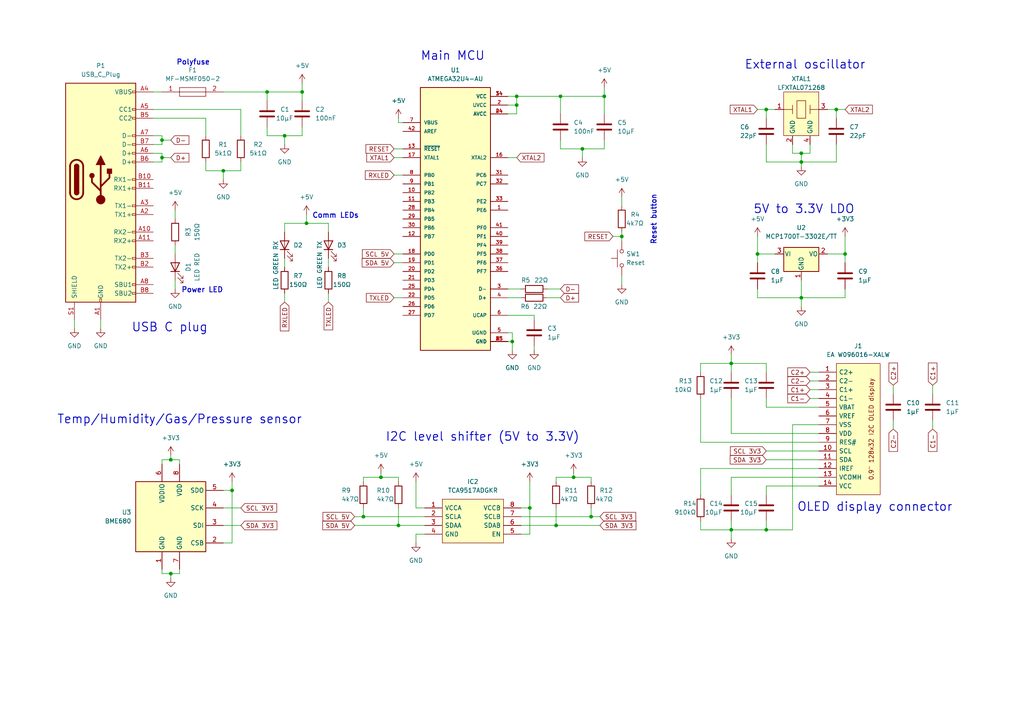
<source format=kicad_sch>
(kicad_sch (version 20211123) (generator eeschema)

  (uuid 2d12a069-6674-41a9-a71a-d906f2590762)

  (paper "A4")

  (lib_symbols
    (symbol "ATMEGA32U4-AU:ATMEGA32U4-AU" (pin_names (offset 1.016)) (in_bom yes) (on_board yes)
      (property "Reference" "U" (id 0) (at -10.1752 39.4289 0)
        (effects (font (size 1.27 1.27)) (justify left bottom))
      )
      (property "Value" "ATMEGA32U4-AU" (id 1) (at -10.1803 -41.9936 0)
        (effects (font (size 1.27 1.27)) (justify left bottom))
      )
      (property "Footprint" "QFP80P1200X1200X120-44N" (id 2) (at 0 0 0)
        (effects (font (size 1.27 1.27)) (justify bottom) hide)
      )
      (property "Datasheet" "" (id 3) (at 0 0 0)
        (effects (font (size 1.27 1.27)) hide)
      )
      (property "MANUFACTURER" "Atmel" (id 4) (at 0 0 0)
        (effects (font (size 1.27 1.27)) (justify bottom) hide)
      )
      (symbol "ATMEGA32U4-AU_0_0"
        (rectangle (start -10.16 -38.1) (end 10.16 38.1)
          (stroke (width 0.254) (type default) (color 0 0 0 0))
          (fill (type background))
        )
        (pin bidirectional line (at 15.24 2.54 180) (length 5.08)
          (name "PE6" (effects (font (size 1.016 1.016))))
          (number "1" (effects (font (size 1.016 1.016))))
        )
        (pin bidirectional line (at -15.24 7.62 0) (length 5.08)
          (name "PB2" (effects (font (size 1.016 1.016))))
          (number "10" (effects (font (size 1.016 1.016))))
        )
        (pin bidirectional line (at -15.24 5.08 0) (length 5.08)
          (name "PB3" (effects (font (size 1.016 1.016))))
          (number "11" (effects (font (size 1.016 1.016))))
        )
        (pin bidirectional line (at -15.24 -5.08 0) (length 5.08)
          (name "PB7" (effects (font (size 1.016 1.016))))
          (number "12" (effects (font (size 1.016 1.016))))
        )
        (pin input line (at -15.24 20.32 0) (length 5.08)
          (name "~{RESET}" (effects (font (size 1.016 1.016))))
          (number "13" (effects (font (size 1.016 1.016))))
        )
        (pin power_in line (at 15.24 35.56 180) (length 5.08)
          (name "VCC" (effects (font (size 1.016 1.016))))
          (number "14" (effects (font (size 1.016 1.016))))
        )
        (pin power_in line (at 15.24 -35.56 180) (length 5.08)
          (name "GND" (effects (font (size 1.016 1.016))))
          (number "15" (effects (font (size 1.016 1.016))))
        )
        (pin output line (at 15.24 17.78 180) (length 5.08)
          (name "XTAL2" (effects (font (size 1.016 1.016))))
          (number "16" (effects (font (size 1.016 1.016))))
        )
        (pin input line (at -15.24 17.78 0) (length 5.08)
          (name "XTAL1" (effects (font (size 1.016 1.016))))
          (number "17" (effects (font (size 1.016 1.016))))
        )
        (pin bidirectional line (at -15.24 -10.16 0) (length 5.08)
          (name "PD0" (effects (font (size 1.016 1.016))))
          (number "18" (effects (font (size 1.016 1.016))))
        )
        (pin bidirectional line (at -15.24 -12.7 0) (length 5.08)
          (name "PD1" (effects (font (size 1.016 1.016))))
          (number "19" (effects (font (size 1.016 1.016))))
        )
        (pin power_in line (at 15.24 33.02 180) (length 5.08)
          (name "UVCC" (effects (font (size 1.016 1.016))))
          (number "2" (effects (font (size 1.016 1.016))))
        )
        (pin bidirectional line (at -15.24 -15.24 0) (length 5.08)
          (name "PD2" (effects (font (size 1.016 1.016))))
          (number "20" (effects (font (size 1.016 1.016))))
        )
        (pin bidirectional line (at -15.24 -17.78 0) (length 5.08)
          (name "PD3" (effects (font (size 1.016 1.016))))
          (number "21" (effects (font (size 1.016 1.016))))
        )
        (pin bidirectional line (at -15.24 -22.86 0) (length 5.08)
          (name "PD5" (effects (font (size 1.016 1.016))))
          (number "22" (effects (font (size 1.016 1.016))))
        )
        (pin power_in line (at 15.24 -35.56 180) (length 5.08)
          (name "GND" (effects (font (size 1.016 1.016))))
          (number "23" (effects (font (size 1.016 1.016))))
        )
        (pin power_in line (at 15.24 30.48 180) (length 5.08)
          (name "AVCC" (effects (font (size 1.016 1.016))))
          (number "24" (effects (font (size 1.016 1.016))))
        )
        (pin bidirectional line (at -15.24 -20.32 0) (length 5.08)
          (name "PD4" (effects (font (size 1.016 1.016))))
          (number "25" (effects (font (size 1.016 1.016))))
        )
        (pin bidirectional line (at -15.24 -25.4 0) (length 5.08)
          (name "PD6" (effects (font (size 1.016 1.016))))
          (number "26" (effects (font (size 1.016 1.016))))
        )
        (pin bidirectional line (at -15.24 -27.94 0) (length 5.08)
          (name "PD7" (effects (font (size 1.016 1.016))))
          (number "27" (effects (font (size 1.016 1.016))))
        )
        (pin bidirectional line (at -15.24 2.54 0) (length 5.08)
          (name "PB4" (effects (font (size 1.016 1.016))))
          (number "28" (effects (font (size 1.016 1.016))))
        )
        (pin bidirectional line (at -15.24 0 0) (length 5.08)
          (name "PB5" (effects (font (size 1.016 1.016))))
          (number "29" (effects (font (size 1.016 1.016))))
        )
        (pin bidirectional line (at 15.24 -20.32 180) (length 5.08)
          (name "D-" (effects (font (size 1.016 1.016))))
          (number "3" (effects (font (size 1.016 1.016))))
        )
        (pin bidirectional line (at -15.24 -2.54 0) (length 5.08)
          (name "PB6" (effects (font (size 1.016 1.016))))
          (number "30" (effects (font (size 1.016 1.016))))
        )
        (pin bidirectional line (at 15.24 12.7 180) (length 5.08)
          (name "PC6" (effects (font (size 1.016 1.016))))
          (number "31" (effects (font (size 1.016 1.016))))
        )
        (pin bidirectional line (at 15.24 10.16 180) (length 5.08)
          (name "PC7" (effects (font (size 1.016 1.016))))
          (number "32" (effects (font (size 1.016 1.016))))
        )
        (pin bidirectional line (at 15.24 5.08 180) (length 5.08)
          (name "PE2" (effects (font (size 1.016 1.016))))
          (number "33" (effects (font (size 1.016 1.016))))
        )
        (pin power_in line (at 15.24 35.56 180) (length 5.08)
          (name "VCC" (effects (font (size 1.016 1.016))))
          (number "34" (effects (font (size 1.016 1.016))))
        )
        (pin power_in line (at 15.24 -35.56 180) (length 5.08)
          (name "GND" (effects (font (size 1.016 1.016))))
          (number "35" (effects (font (size 1.016 1.016))))
        )
        (pin bidirectional line (at 15.24 -15.24 180) (length 5.08)
          (name "PF7" (effects (font (size 1.016 1.016))))
          (number "36" (effects (font (size 1.016 1.016))))
        )
        (pin bidirectional line (at 15.24 -12.7 180) (length 5.08)
          (name "PF6" (effects (font (size 1.016 1.016))))
          (number "37" (effects (font (size 1.016 1.016))))
        )
        (pin bidirectional line (at 15.24 -10.16 180) (length 5.08)
          (name "PF5" (effects (font (size 1.016 1.016))))
          (number "38" (effects (font (size 1.016 1.016))))
        )
        (pin bidirectional line (at 15.24 -7.62 180) (length 5.08)
          (name "PF4" (effects (font (size 1.016 1.016))))
          (number "39" (effects (font (size 1.016 1.016))))
        )
        (pin bidirectional line (at 15.24 -22.86 180) (length 5.08)
          (name "D+" (effects (font (size 1.016 1.016))))
          (number "4" (effects (font (size 1.016 1.016))))
        )
        (pin bidirectional line (at 15.24 -5.08 180) (length 5.08)
          (name "PF1" (effects (font (size 1.016 1.016))))
          (number "40" (effects (font (size 1.016 1.016))))
        )
        (pin bidirectional line (at 15.24 -2.54 180) (length 5.08)
          (name "PF0" (effects (font (size 1.016 1.016))))
          (number "41" (effects (font (size 1.016 1.016))))
        )
        (pin input line (at -15.24 25.4 0) (length 5.08)
          (name "AREF" (effects (font (size 1.016 1.016))))
          (number "42" (effects (font (size 1.016 1.016))))
        )
        (pin power_in line (at 15.24 -35.56 180) (length 5.08)
          (name "GND" (effects (font (size 1.016 1.016))))
          (number "43" (effects (font (size 1.016 1.016))))
        )
        (pin power_in line (at 15.24 30.48 180) (length 5.08)
          (name "AVCC" (effects (font (size 1.016 1.016))))
          (number "44" (effects (font (size 1.016 1.016))))
        )
        (pin power_in line (at 15.24 -33.02 180) (length 5.08)
          (name "UGND" (effects (font (size 1.016 1.016))))
          (number "5" (effects (font (size 1.016 1.016))))
        )
        (pin passive line (at 15.24 -27.94 180) (length 5.08)
          (name "UCAP" (effects (font (size 1.016 1.016))))
          (number "6" (effects (font (size 1.016 1.016))))
        )
        (pin input line (at -15.24 27.94 0) (length 5.08)
          (name "VBUS" (effects (font (size 1.016 1.016))))
          (number "7" (effects (font (size 1.016 1.016))))
        )
        (pin bidirectional line (at -15.24 12.7 0) (length 5.08)
          (name "PB0" (effects (font (size 1.016 1.016))))
          (number "8" (effects (font (size 1.016 1.016))))
        )
        (pin bidirectional line (at -15.24 10.16 0) (length 5.08)
          (name "PB1" (effects (font (size 1.016 1.016))))
          (number "9" (effects (font (size 1.016 1.016))))
        )
      )
    )
    (symbol "Connector:USB_C_Receptacle" (pin_names (offset 1.016)) (in_bom yes) (on_board yes)
      (property "Reference" "J" (id 0) (at -10.16 29.21 0)
        (effects (font (size 1.27 1.27)) (justify left))
      )
      (property "Value" "USB_C_Receptacle" (id 1) (at 10.16 29.21 0)
        (effects (font (size 1.27 1.27)) (justify right))
      )
      (property "Footprint" "" (id 2) (at 3.81 0 0)
        (effects (font (size 1.27 1.27)) hide)
      )
      (property "Datasheet" "https://www.usb.org/sites/default/files/documents/usb_type-c.zip" (id 3) (at 3.81 0 0)
        (effects (font (size 1.27 1.27)) hide)
      )
      (property "ki_keywords" "usb universal serial bus type-C full-featured" (id 4) (at 0 0 0)
        (effects (font (size 1.27 1.27)) hide)
      )
      (property "ki_description" "USB Full-Featured Type-C Receptacle connector" (id 5) (at 0 0 0)
        (effects (font (size 1.27 1.27)) hide)
      )
      (property "ki_fp_filters" "USB*C*Receptacle*" (id 6) (at 0 0 0)
        (effects (font (size 1.27 1.27)) hide)
      )
      (symbol "USB_C_Receptacle_0_0"
        (rectangle (start -0.254 -35.56) (end 0.254 -34.544)
          (stroke (width 0) (type default) (color 0 0 0 0))
          (fill (type none))
        )
        (rectangle (start 10.16 -32.766) (end 9.144 -33.274)
          (stroke (width 0) (type default) (color 0 0 0 0))
          (fill (type none))
        )
        (rectangle (start 10.16 -30.226) (end 9.144 -30.734)
          (stroke (width 0) (type default) (color 0 0 0 0))
          (fill (type none))
        )
        (rectangle (start 10.16 -25.146) (end 9.144 -25.654)
          (stroke (width 0) (type default) (color 0 0 0 0))
          (fill (type none))
        )
        (rectangle (start 10.16 -22.606) (end 9.144 -23.114)
          (stroke (width 0) (type default) (color 0 0 0 0))
          (fill (type none))
        )
        (rectangle (start 10.16 -17.526) (end 9.144 -18.034)
          (stroke (width 0) (type default) (color 0 0 0 0))
          (fill (type none))
        )
        (rectangle (start 10.16 -14.986) (end 9.144 -15.494)
          (stroke (width 0) (type default) (color 0 0 0 0))
          (fill (type none))
        )
        (rectangle (start 10.16 -9.906) (end 9.144 -10.414)
          (stroke (width 0) (type default) (color 0 0 0 0))
          (fill (type none))
        )
        (rectangle (start 10.16 -7.366) (end 9.144 -7.874)
          (stroke (width 0) (type default) (color 0 0 0 0))
          (fill (type none))
        )
        (rectangle (start 10.16 -2.286) (end 9.144 -2.794)
          (stroke (width 0) (type default) (color 0 0 0 0))
          (fill (type none))
        )
        (rectangle (start 10.16 0.254) (end 9.144 -0.254)
          (stroke (width 0) (type default) (color 0 0 0 0))
          (fill (type none))
        )
        (rectangle (start 10.16 5.334) (end 9.144 4.826)
          (stroke (width 0) (type default) (color 0 0 0 0))
          (fill (type none))
        )
        (rectangle (start 10.16 7.874) (end 9.144 7.366)
          (stroke (width 0) (type default) (color 0 0 0 0))
          (fill (type none))
        )
        (rectangle (start 10.16 10.414) (end 9.144 9.906)
          (stroke (width 0) (type default) (color 0 0 0 0))
          (fill (type none))
        )
        (rectangle (start 10.16 12.954) (end 9.144 12.446)
          (stroke (width 0) (type default) (color 0 0 0 0))
          (fill (type none))
        )
        (rectangle (start 10.16 18.034) (end 9.144 17.526)
          (stroke (width 0) (type default) (color 0 0 0 0))
          (fill (type none))
        )
        (rectangle (start 10.16 20.574) (end 9.144 20.066)
          (stroke (width 0) (type default) (color 0 0 0 0))
          (fill (type none))
        )
        (rectangle (start 10.16 25.654) (end 9.144 25.146)
          (stroke (width 0) (type default) (color 0 0 0 0))
          (fill (type none))
        )
      )
      (symbol "USB_C_Receptacle_0_1"
        (rectangle (start -10.16 27.94) (end 10.16 -35.56)
          (stroke (width 0.254) (type default) (color 0 0 0 0))
          (fill (type background))
        )
        (arc (start -8.89 -3.81) (mid -6.985 -5.715) (end -5.08 -3.81)
          (stroke (width 0.508) (type default) (color 0 0 0 0))
          (fill (type none))
        )
        (arc (start -7.62 -3.81) (mid -6.985 -4.445) (end -6.35 -3.81)
          (stroke (width 0.254) (type default) (color 0 0 0 0))
          (fill (type none))
        )
        (arc (start -7.62 -3.81) (mid -6.985 -4.445) (end -6.35 -3.81)
          (stroke (width 0.254) (type default) (color 0 0 0 0))
          (fill (type outline))
        )
        (rectangle (start -7.62 -3.81) (end -6.35 3.81)
          (stroke (width 0.254) (type default) (color 0 0 0 0))
          (fill (type outline))
        )
        (arc (start -6.35 3.81) (mid -6.985 4.445) (end -7.62 3.81)
          (stroke (width 0.254) (type default) (color 0 0 0 0))
          (fill (type none))
        )
        (arc (start -6.35 3.81) (mid -6.985 4.445) (end -7.62 3.81)
          (stroke (width 0.254) (type default) (color 0 0 0 0))
          (fill (type outline))
        )
        (arc (start -5.08 3.81) (mid -6.985 5.715) (end -8.89 3.81)
          (stroke (width 0.508) (type default) (color 0 0 0 0))
          (fill (type none))
        )
        (polyline
          (pts
            (xy -8.89 -3.81)
            (xy -8.89 3.81)
          )
          (stroke (width 0.508) (type default) (color 0 0 0 0))
          (fill (type none))
        )
        (polyline
          (pts
            (xy -5.08 3.81)
            (xy -5.08 -3.81)
          )
          (stroke (width 0.508) (type default) (color 0 0 0 0))
          (fill (type none))
        )
      )
      (symbol "USB_C_Receptacle_1_1"
        (circle (center -2.54 1.143) (radius 0.635)
          (stroke (width 0.254) (type default) (color 0 0 0 0))
          (fill (type outline))
        )
        (circle (center 0 -5.842) (radius 1.27)
          (stroke (width 0) (type default) (color 0 0 0 0))
          (fill (type outline))
        )
        (polyline
          (pts
            (xy 0 -5.842)
            (xy 0 4.318)
          )
          (stroke (width 0.508) (type default) (color 0 0 0 0))
          (fill (type none))
        )
        (polyline
          (pts
            (xy 0 -3.302)
            (xy -2.54 -0.762)
            (xy -2.54 0.508)
          )
          (stroke (width 0.508) (type default) (color 0 0 0 0))
          (fill (type none))
        )
        (polyline
          (pts
            (xy 0 -2.032)
            (xy 2.54 0.508)
            (xy 2.54 1.778)
          )
          (stroke (width 0.508) (type default) (color 0 0 0 0))
          (fill (type none))
        )
        (polyline
          (pts
            (xy -1.27 4.318)
            (xy 0 6.858)
            (xy 1.27 4.318)
            (xy -1.27 4.318)
          )
          (stroke (width 0.254) (type default) (color 0 0 0 0))
          (fill (type outline))
        )
        (rectangle (start 1.905 1.778) (end 3.175 3.048)
          (stroke (width 0.254) (type default) (color 0 0 0 0))
          (fill (type outline))
        )
        (pin passive line (at 0 -40.64 90) (length 5.08)
          (name "GND" (effects (font (size 1.27 1.27))))
          (number "A1" (effects (font (size 1.27 1.27))))
        )
        (pin bidirectional line (at 15.24 -15.24 180) (length 5.08)
          (name "RX2-" (effects (font (size 1.27 1.27))))
          (number "A10" (effects (font (size 1.27 1.27))))
        )
        (pin bidirectional line (at 15.24 -17.78 180) (length 5.08)
          (name "RX2+" (effects (font (size 1.27 1.27))))
          (number "A11" (effects (font (size 1.27 1.27))))
        )
        (pin passive line (at 0 -40.64 90) (length 5.08) hide
          (name "GND" (effects (font (size 1.27 1.27))))
          (number "A12" (effects (font (size 1.27 1.27))))
        )
        (pin bidirectional line (at 15.24 -10.16 180) (length 5.08)
          (name "TX1+" (effects (font (size 1.27 1.27))))
          (number "A2" (effects (font (size 1.27 1.27))))
        )
        (pin bidirectional line (at 15.24 -7.62 180) (length 5.08)
          (name "TX1-" (effects (font (size 1.27 1.27))))
          (number "A3" (effects (font (size 1.27 1.27))))
        )
        (pin passive line (at 15.24 25.4 180) (length 5.08)
          (name "VBUS" (effects (font (size 1.27 1.27))))
          (number "A4" (effects (font (size 1.27 1.27))))
        )
        (pin bidirectional line (at 15.24 20.32 180) (length 5.08)
          (name "CC1" (effects (font (size 1.27 1.27))))
          (number "A5" (effects (font (size 1.27 1.27))))
        )
        (pin bidirectional line (at 15.24 7.62 180) (length 5.08)
          (name "D+" (effects (font (size 1.27 1.27))))
          (number "A6" (effects (font (size 1.27 1.27))))
        )
        (pin bidirectional line (at 15.24 12.7 180) (length 5.08)
          (name "D-" (effects (font (size 1.27 1.27))))
          (number "A7" (effects (font (size 1.27 1.27))))
        )
        (pin bidirectional line (at 15.24 -30.48 180) (length 5.08)
          (name "SBU1" (effects (font (size 1.27 1.27))))
          (number "A8" (effects (font (size 1.27 1.27))))
        )
        (pin passive line (at 15.24 25.4 180) (length 5.08) hide
          (name "VBUS" (effects (font (size 1.27 1.27))))
          (number "A9" (effects (font (size 1.27 1.27))))
        )
        (pin passive line (at 0 -40.64 90) (length 5.08) hide
          (name "GND" (effects (font (size 1.27 1.27))))
          (number "B1" (effects (font (size 1.27 1.27))))
        )
        (pin bidirectional line (at 15.24 0 180) (length 5.08)
          (name "RX1-" (effects (font (size 1.27 1.27))))
          (number "B10" (effects (font (size 1.27 1.27))))
        )
        (pin bidirectional line (at 15.24 -2.54 180) (length 5.08)
          (name "RX1+" (effects (font (size 1.27 1.27))))
          (number "B11" (effects (font (size 1.27 1.27))))
        )
        (pin passive line (at 0 -40.64 90) (length 5.08) hide
          (name "GND" (effects (font (size 1.27 1.27))))
          (number "B12" (effects (font (size 1.27 1.27))))
        )
        (pin bidirectional line (at 15.24 -25.4 180) (length 5.08)
          (name "TX2+" (effects (font (size 1.27 1.27))))
          (number "B2" (effects (font (size 1.27 1.27))))
        )
        (pin bidirectional line (at 15.24 -22.86 180) (length 5.08)
          (name "TX2-" (effects (font (size 1.27 1.27))))
          (number "B3" (effects (font (size 1.27 1.27))))
        )
        (pin passive line (at 15.24 25.4 180) (length 5.08) hide
          (name "VBUS" (effects (font (size 1.27 1.27))))
          (number "B4" (effects (font (size 1.27 1.27))))
        )
        (pin bidirectional line (at 15.24 17.78 180) (length 5.08)
          (name "CC2" (effects (font (size 1.27 1.27))))
          (number "B5" (effects (font (size 1.27 1.27))))
        )
        (pin bidirectional line (at 15.24 5.08 180) (length 5.08)
          (name "D+" (effects (font (size 1.27 1.27))))
          (number "B6" (effects (font (size 1.27 1.27))))
        )
        (pin bidirectional line (at 15.24 10.16 180) (length 5.08)
          (name "D-" (effects (font (size 1.27 1.27))))
          (number "B7" (effects (font (size 1.27 1.27))))
        )
        (pin bidirectional line (at 15.24 -33.02 180) (length 5.08)
          (name "SBU2" (effects (font (size 1.27 1.27))))
          (number "B8" (effects (font (size 1.27 1.27))))
        )
        (pin passive line (at 15.24 25.4 180) (length 5.08) hide
          (name "VBUS" (effects (font (size 1.27 1.27))))
          (number "B9" (effects (font (size 1.27 1.27))))
        )
        (pin passive line (at -7.62 -40.64 90) (length 5.08)
          (name "SHIELD" (effects (font (size 1.27 1.27))))
          (number "S1" (effects (font (size 1.27 1.27))))
        )
      )
    )
    (symbol "Device:C" (pin_numbers hide) (pin_names (offset 0.254)) (in_bom yes) (on_board yes)
      (property "Reference" "C" (id 0) (at 0.635 2.54 0)
        (effects (font (size 1.27 1.27)) (justify left))
      )
      (property "Value" "C" (id 1) (at 0.635 -2.54 0)
        (effects (font (size 1.27 1.27)) (justify left))
      )
      (property "Footprint" "" (id 2) (at 0.9652 -3.81 0)
        (effects (font (size 1.27 1.27)) hide)
      )
      (property "Datasheet" "~" (id 3) (at 0 0 0)
        (effects (font (size 1.27 1.27)) hide)
      )
      (property "ki_keywords" "cap capacitor" (id 4) (at 0 0 0)
        (effects (font (size 1.27 1.27)) hide)
      )
      (property "ki_description" "Unpolarized capacitor" (id 5) (at 0 0 0)
        (effects (font (size 1.27 1.27)) hide)
      )
      (property "ki_fp_filters" "C_*" (id 6) (at 0 0 0)
        (effects (font (size 1.27 1.27)) hide)
      )
      (symbol "C_0_1"
        (polyline
          (pts
            (xy -2.032 -0.762)
            (xy 2.032 -0.762)
          )
          (stroke (width 0.508) (type default) (color 0 0 0 0))
          (fill (type none))
        )
        (polyline
          (pts
            (xy -2.032 0.762)
            (xy 2.032 0.762)
          )
          (stroke (width 0.508) (type default) (color 0 0 0 0))
          (fill (type none))
        )
      )
      (symbol "C_1_1"
        (pin passive line (at 0 3.81 270) (length 2.794)
          (name "~" (effects (font (size 1.27 1.27))))
          (number "1" (effects (font (size 1.27 1.27))))
        )
        (pin passive line (at 0 -3.81 90) (length 2.794)
          (name "~" (effects (font (size 1.27 1.27))))
          (number "2" (effects (font (size 1.27 1.27))))
        )
      )
    )
    (symbol "Device:LED" (pin_numbers hide) (pin_names (offset 1.016) hide) (in_bom yes) (on_board yes)
      (property "Reference" "D" (id 0) (at 0 2.54 0)
        (effects (font (size 1.27 1.27)))
      )
      (property "Value" "LED" (id 1) (at 0 -2.54 0)
        (effects (font (size 1.27 1.27)))
      )
      (property "Footprint" "" (id 2) (at 0 0 0)
        (effects (font (size 1.27 1.27)) hide)
      )
      (property "Datasheet" "~" (id 3) (at 0 0 0)
        (effects (font (size 1.27 1.27)) hide)
      )
      (property "ki_keywords" "LED diode" (id 4) (at 0 0 0)
        (effects (font (size 1.27 1.27)) hide)
      )
      (property "ki_description" "Light emitting diode" (id 5) (at 0 0 0)
        (effects (font (size 1.27 1.27)) hide)
      )
      (property "ki_fp_filters" "LED* LED_SMD:* LED_THT:*" (id 6) (at 0 0 0)
        (effects (font (size 1.27 1.27)) hide)
      )
      (symbol "LED_0_1"
        (polyline
          (pts
            (xy -1.27 -1.27)
            (xy -1.27 1.27)
          )
          (stroke (width 0.254) (type default) (color 0 0 0 0))
          (fill (type none))
        )
        (polyline
          (pts
            (xy -1.27 0)
            (xy 1.27 0)
          )
          (stroke (width 0) (type default) (color 0 0 0 0))
          (fill (type none))
        )
        (polyline
          (pts
            (xy 1.27 -1.27)
            (xy 1.27 1.27)
            (xy -1.27 0)
            (xy 1.27 -1.27)
          )
          (stroke (width 0.254) (type default) (color 0 0 0 0))
          (fill (type none))
        )
        (polyline
          (pts
            (xy -3.048 -0.762)
            (xy -4.572 -2.286)
            (xy -3.81 -2.286)
            (xy -4.572 -2.286)
            (xy -4.572 -1.524)
          )
          (stroke (width 0) (type default) (color 0 0 0 0))
          (fill (type none))
        )
        (polyline
          (pts
            (xy -1.778 -0.762)
            (xy -3.302 -2.286)
            (xy -2.54 -2.286)
            (xy -3.302 -2.286)
            (xy -3.302 -1.524)
          )
          (stroke (width 0) (type default) (color 0 0 0 0))
          (fill (type none))
        )
      )
      (symbol "LED_1_1"
        (pin passive line (at -3.81 0 0) (length 2.54)
          (name "K" (effects (font (size 1.27 1.27))))
          (number "1" (effects (font (size 1.27 1.27))))
        )
        (pin passive line (at 3.81 0 180) (length 2.54)
          (name "A" (effects (font (size 1.27 1.27))))
          (number "2" (effects (font (size 1.27 1.27))))
        )
      )
    )
    (symbol "Device:R" (pin_numbers hide) (pin_names (offset 0)) (in_bom yes) (on_board yes)
      (property "Reference" "R" (id 0) (at 2.032 0 90)
        (effects (font (size 1.27 1.27)))
      )
      (property "Value" "R" (id 1) (at 0 0 90)
        (effects (font (size 1.27 1.27)))
      )
      (property "Footprint" "" (id 2) (at -1.778 0 90)
        (effects (font (size 1.27 1.27)) hide)
      )
      (property "Datasheet" "~" (id 3) (at 0 0 0)
        (effects (font (size 1.27 1.27)) hide)
      )
      (property "ki_keywords" "R res resistor" (id 4) (at 0 0 0)
        (effects (font (size 1.27 1.27)) hide)
      )
      (property "ki_description" "Resistor" (id 5) (at 0 0 0)
        (effects (font (size 1.27 1.27)) hide)
      )
      (property "ki_fp_filters" "R_*" (id 6) (at 0 0 0)
        (effects (font (size 1.27 1.27)) hide)
      )
      (symbol "R_0_1"
        (rectangle (start -1.016 -2.54) (end 1.016 2.54)
          (stroke (width 0.254) (type default) (color 0 0 0 0))
          (fill (type none))
        )
      )
      (symbol "R_1_1"
        (pin passive line (at 0 3.81 270) (length 1.27)
          (name "~" (effects (font (size 1.27 1.27))))
          (number "1" (effects (font (size 1.27 1.27))))
        )
        (pin passive line (at 0 -3.81 90) (length 1.27)
          (name "~" (effects (font (size 1.27 1.27))))
          (number "2" (effects (font (size 1.27 1.27))))
        )
      )
    )
    (symbol "LFXTAL071268:LFXTAL071268" (in_bom yes) (on_board yes)
      (property "Reference" "XTAL1" (id 0) (at 0 8.89 0)
        (effects (font (size 1.27 1.27)))
      )
      (property "Value" "LFXTAL071268" (id 1) (at 0 6.35 0)
        (effects (font (size 1.27 1.27)))
      )
      (property "Footprint" "LFXTAL071268:LFXTAL071268" (id 2) (at 0 1.27 0)
        (effects (font (size 1.27 1.27)) hide)
      )
      (property "Datasheet" "" (id 3) (at 0 1.27 0)
        (effects (font (size 1.27 1.27)) hide)
      )
      (symbol "LFXTAL071268_0_1"
        (rectangle (start -5.08 5.08) (end 5.08 -7.62)
          (stroke (width 0) (type default) (color 0 0 0 0))
          (fill (type background))
        )
        (rectangle (start -1.27 2.54) (end 1.27 -2.54)
          (stroke (width 0) (type default) (color 0 0 0 0))
          (fill (type background))
        )
        (polyline
          (pts
            (xy -2.54 0)
            (xy -5.08 0)
          )
          (stroke (width 0) (type default) (color 0 0 0 0))
          (fill (type none))
        )
        (polyline
          (pts
            (xy -2.54 1.27)
            (xy -2.54 -1.27)
          )
          (stroke (width 0) (type default) (color 0 0 0 0))
          (fill (type none))
        )
        (polyline
          (pts
            (xy 2.54 0)
            (xy 5.08 0)
          )
          (stroke (width 0) (type default) (color 0 0 0 0))
          (fill (type none))
        )
        (polyline
          (pts
            (xy 2.54 1.27)
            (xy 2.54 -1.27)
          )
          (stroke (width 0) (type default) (color 0 0 0 0))
          (fill (type none))
        )
      )
      (symbol "LFXTAL071268_1_1"
        (pin output line (at -7.62 0 0) (length 2.54)
          (name "" (effects (font (size 1.27 1.27))))
          (number "1" (effects (font (size 1.27 1.27))))
        )
        (pin power_in line (at -2.54 -10.16 90) (length 2.54)
          (name "GND" (effects (font (size 1.27 1.27))))
          (number "2" (effects (font (size 1.27 1.27))))
        )
        (pin output line (at 7.62 0 180) (length 2.54)
          (name "" (effects (font (size 1.27 1.27))))
          (number "3" (effects (font (size 1.27 1.27))))
        )
        (pin power_in line (at 2.54 -10.16 90) (length 2.54)
          (name "GND" (effects (font (size 1.27 1.27))))
          (number "4" (effects (font (size 1.27 1.27))))
        )
      )
    )
    (symbol "MF-MSMF050-2:MF-MSMF050-2" (pin_names (offset 0.762)) (in_bom yes) (on_board yes)
      (property "Reference" "F" (id 0) (at 13.97 6.35 0)
        (effects (font (size 1.27 1.27)) (justify left))
      )
      (property "Value" "MF-MSMF050-2" (id 1) (at 13.97 3.81 0)
        (effects (font (size 1.27 1.27)) (justify left))
      )
      (property "Footprint" "FUSC4632X85N" (id 2) (at 13.97 1.27 0)
        (effects (font (size 1.27 1.27)) (justify left) hide)
      )
      (property "Datasheet" "https://www.bourns.com/pdfs/mfmsmf.pdf" (id 3) (at 13.97 -1.27 0)
        (effects (font (size 1.27 1.27)) (justify left) hide)
      )
      (property "Description" "Fuse, PTC, Resettable, SMD, 1812, 500mA Bourns 0.5A Surface Mount Resettable Fuse, 15 V" (id 4) (at 13.97 -3.81 0)
        (effects (font (size 1.27 1.27)) (justify left) hide)
      )
      (property "Height" "" (id 5) (at 13.97 -6.35 0)
        (effects (font (size 1.27 1.27)) (justify left) hide)
      )
      (property "Mouser Part Number" "652-MF-MSMF050-2" (id 6) (at 13.97 -8.89 0)
        (effects (font (size 1.27 1.27)) (justify left) hide)
      )
      (property "Mouser Price/Stock" "https://www.mouser.co.uk/ProductDetail/Bourns/MF-MSMF050-2?qs=t3shhpq1i1DZ7OBD5kLNoA%3D%3D" (id 7) (at 13.97 -11.43 0)
        (effects (font (size 1.27 1.27)) (justify left) hide)
      )
      (property "Manufacturer_Name" "Bourns" (id 8) (at 13.97 -13.97 0)
        (effects (font (size 1.27 1.27)) (justify left) hide)
      )
      (property "Manufacturer_Part_Number" "MF-MSMF050-2" (id 9) (at 13.97 -16.51 0)
        (effects (font (size 1.27 1.27)) (justify left) hide)
      )
      (symbol "MF-MSMF050-2_0_0"
        (pin passive line (at 0 0 0) (length 5.08)
          (name "~" (effects (font (size 1.27 1.27))))
          (number "1" (effects (font (size 1.27 1.27))))
        )
        (pin passive line (at 17.78 0 180) (length 5.08)
          (name "~" (effects (font (size 1.27 1.27))))
          (number "2" (effects (font (size 1.27 1.27))))
        )
      )
      (symbol "MF-MSMF050-2_0_1"
        (polyline
          (pts
            (xy 5.08 0)
            (xy 12.7 0)
          )
          (stroke (width 0.1524) (type default) (color 0 0 0 0))
          (fill (type none))
        )
        (polyline
          (pts
            (xy 5.08 1.27)
            (xy 12.7 1.27)
            (xy 12.7 -1.27)
            (xy 5.08 -1.27)
            (xy 5.08 1.27)
          )
          (stroke (width 0.1524) (type default) (color 0 0 0 0))
          (fill (type none))
        )
      )
    )
    (symbol "OLED connector:XF3M-1415-1B" (pin_names (offset 0.762)) (in_bom yes) (on_board yes)
      (property "Reference" "J1" (id 0) (at 11.43 7.62 0)
        (effects (font (size 1.27 1.27)))
      )
      (property "Value" "EA W096016-XALW" (id 1) (at 11.43 5.08 0)
        (effects (font (size 1.27 1.27)))
      )
      (property "Footprint" "EA_W096016-XALW:EA_W096016-XALW" (id 2) (at 21.59 2.54 0)
        (effects (font (size 1.27 1.27)) (justify left) hide)
      )
      (property "Datasheet" "" (id 3) (at -15.24 -11.43 0)
        (effects (font (size 1.27 1.27)) (justify left) hide)
      )
      (property "Description" "\n" (id 4) (at -15.24 -13.97 0)
        (effects (font (size 1.27 1.27)) (justify left) hide)
      )
      (property "Height" "\n" (id 5) (at 21.59 -5.08 0)
        (effects (font (size 1.27 1.27)) (justify left) hide)
      )
      (property "Mouser Part Number" "" (id 6) (at -15.24 -19.05 0)
        (effects (font (size 1.27 1.27)) (justify left) hide)
      )
      (property "Mouser Price/Stock" "\n" (id 7) (at -15.24 -21.59 0)
        (effects (font (size 1.27 1.27)) (justify left) hide)
      )
      (property "Manufacturer_Name" "\n" (id 8) (at -15.24 -24.13 0)
        (effects (font (size 1.27 1.27)) (justify left) hide)
      )
      (property "Manufacturer_Part_Number" "\n" (id 9) (at -15.24 -26.67 0)
        (effects (font (size 1.27 1.27)) (justify left) hide)
      )
      (symbol "XF3M-1415-1B_0_0"
        (text "0.9\" 128x32 I2C OLED display" (at 15.24 -16.51 900)
          (effects (font (size 1.27 1.27)))
        )
        (pin passive line (at 0 0 0) (length 5.08)
          (name "C2+" (effects (font (size 1.27 1.27))))
          (number "1" (effects (font (size 1.27 1.27))))
        )
        (pin passive line (at 0 -22.86 0) (length 5.08)
          (name "SCL" (effects (font (size 1.27 1.27))))
          (number "10" (effects (font (size 1.27 1.27))))
        )
        (pin passive line (at 0 -25.4 0) (length 5.08)
          (name "SDA" (effects (font (size 1.27 1.27))))
          (number "11" (effects (font (size 1.27 1.27))))
        )
        (pin passive line (at 0 -27.94 0) (length 5.08)
          (name "IREF" (effects (font (size 1.27 1.27))))
          (number "12" (effects (font (size 1.27 1.27))))
        )
        (pin passive line (at 0 -30.48 0) (length 5.08)
          (name "VCOMH" (effects (font (size 1.27 1.27))))
          (number "13" (effects (font (size 1.27 1.27))))
        )
        (pin passive line (at 0 -33.02 0) (length 5.08)
          (name "VCC" (effects (font (size 1.27 1.27))))
          (number "14" (effects (font (size 1.27 1.27))))
        )
        (pin passive line (at 0 -2.54 0) (length 5.08)
          (name "C2-" (effects (font (size 1.27 1.27))))
          (number "2" (effects (font (size 1.27 1.27))))
        )
        (pin passive line (at 0 -5.08 0) (length 5.08)
          (name "C1+" (effects (font (size 1.27 1.27))))
          (number "3" (effects (font (size 1.27 1.27))))
        )
        (pin passive line (at 0 -7.62 0) (length 5.08)
          (name "C1-" (effects (font (size 1.27 1.27))))
          (number "4" (effects (font (size 1.27 1.27))))
        )
        (pin passive line (at 0 -10.16 0) (length 5.08)
          (name "VBAT" (effects (font (size 1.27 1.27))))
          (number "5" (effects (font (size 1.27 1.27))))
        )
        (pin passive line (at 0 -12.7 0) (length 5.08)
          (name "VREF" (effects (font (size 1.27 1.27))))
          (number "6" (effects (font (size 1.27 1.27))))
        )
        (pin passive line (at 0 -15.24 0) (length 5.08)
          (name "VSS" (effects (font (size 1.27 1.27))))
          (number "7" (effects (font (size 1.27 1.27))))
        )
        (pin passive line (at 0 -17.78 0) (length 5.08)
          (name "VDD" (effects (font (size 1.27 1.27))))
          (number "8" (effects (font (size 1.27 1.27))))
        )
        (pin passive line (at 0 -20.32 0) (length 5.08)
          (name "RES#" (effects (font (size 1.27 1.27))))
          (number "9" (effects (font (size 1.27 1.27))))
        )
      )
      (symbol "XF3M-1415-1B_0_1"
        (polyline
          (pts
            (xy 5.08 2.54)
            (xy 17.78 2.54)
            (xy 17.78 -35.56)
            (xy 5.08 -35.56)
            (xy 5.08 2.54)
          )
          (stroke (width 0.1524) (type default) (color 0 0 0 0))
          (fill (type background))
        )
      )
    )
    (symbol "Regulator_Linear:MCP1700x-330xxTT" (pin_names (offset 0.254)) (in_bom yes) (on_board yes)
      (property "Reference" "U" (id 0) (at -3.81 3.175 0)
        (effects (font (size 1.27 1.27)))
      )
      (property "Value" "MCP1700x-330xxTT" (id 1) (at 0 3.175 0)
        (effects (font (size 1.27 1.27)) (justify left))
      )
      (property "Footprint" "Package_TO_SOT_SMD:SOT-23" (id 2) (at 0 5.715 0)
        (effects (font (size 1.27 1.27)) hide)
      )
      (property "Datasheet" "http://ww1.microchip.com/downloads/en/DeviceDoc/20001826D.pdf" (id 3) (at 0 0 0)
        (effects (font (size 1.27 1.27)) hide)
      )
      (property "ki_keywords" "regulator linear ldo" (id 4) (at 0 0 0)
        (effects (font (size 1.27 1.27)) hide)
      )
      (property "ki_description" "250mA Low Quiscent Current LDO, 3.3V output, SOT-23" (id 5) (at 0 0 0)
        (effects (font (size 1.27 1.27)) hide)
      )
      (property "ki_fp_filters" "SOT?23*" (id 6) (at 0 0 0)
        (effects (font (size 1.27 1.27)) hide)
      )
      (symbol "MCP1700x-330xxTT_0_1"
        (rectangle (start -5.08 1.905) (end 5.08 -5.08)
          (stroke (width 0.254) (type default) (color 0 0 0 0))
          (fill (type background))
        )
      )
      (symbol "MCP1700x-330xxTT_1_1"
        (pin power_in line (at 0 -7.62 90) (length 2.54)
          (name "GND" (effects (font (size 1.27 1.27))))
          (number "1" (effects (font (size 1.27 1.27))))
        )
        (pin power_out line (at 7.62 0 180) (length 2.54)
          (name "VO" (effects (font (size 1.27 1.27))))
          (number "2" (effects (font (size 1.27 1.27))))
        )
        (pin power_in line (at -7.62 0 0) (length 2.54)
          (name "VI" (effects (font (size 1.27 1.27))))
          (number "3" (effects (font (size 1.27 1.27))))
        )
      )
    )
    (symbol "Sensor:BME680" (in_bom yes) (on_board yes)
      (property "Reference" "U" (id 0) (at -8.89 11.43 0)
        (effects (font (size 1.27 1.27)))
      )
      (property "Value" "BME680" (id 1) (at 7.62 11.43 0)
        (effects (font (size 1.27 1.27)))
      )
      (property "Footprint" "Package_LGA:Bosch_LGA-8_3x3mm_P0.8mm_ClockwisePinNumbering" (id 2) (at 36.83 -11.43 0)
        (effects (font (size 1.27 1.27)) hide)
      )
      (property "Datasheet" "https://ae-bst.resource.bosch.com/media/_tech/media/datasheets/BST-BME680-DS001.pdf" (id 3) (at 0 -5.08 0)
        (effects (font (size 1.27 1.27)) hide)
      )
      (property "ki_keywords" "Bosch gas pressure humidity temperature environment environmental measurement digital" (id 4) (at 0 0 0)
        (effects (font (size 1.27 1.27)) hide)
      )
      (property "ki_description" "4-in-1 sensor, gas, humidity, pressure, temperature, I2C and SPI interface, 1.71-3.6V, LGA-8" (id 5) (at 0 0 0)
        (effects (font (size 1.27 1.27)) hide)
      )
      (property "ki_fp_filters" "*LGA*3x3mm*P0.8mm*Clockwise*" (id 6) (at 0 0 0)
        (effects (font (size 1.27 1.27)) hide)
      )
      (symbol "BME680_0_1"
        (rectangle (start -10.16 10.16) (end 10.16 -10.16)
          (stroke (width 0.254) (type default) (color 0 0 0 0))
          (fill (type background))
        )
      )
      (symbol "BME680_1_1"
        (pin power_in line (at -2.54 -15.24 90) (length 5.08)
          (name "GND" (effects (font (size 1.27 1.27))))
          (number "1" (effects (font (size 1.27 1.27))))
        )
        (pin input line (at 15.24 -7.62 180) (length 5.08)
          (name "CSB" (effects (font (size 1.27 1.27))))
          (number "2" (effects (font (size 1.27 1.27))))
        )
        (pin bidirectional line (at 15.24 -2.54 180) (length 5.08)
          (name "SDI" (effects (font (size 1.27 1.27))))
          (number "3" (effects (font (size 1.27 1.27))))
        )
        (pin input line (at 15.24 2.54 180) (length 5.08)
          (name "SCK" (effects (font (size 1.27 1.27))))
          (number "4" (effects (font (size 1.27 1.27))))
        )
        (pin bidirectional line (at 15.24 7.62 180) (length 5.08)
          (name "SDO" (effects (font (size 1.27 1.27))))
          (number "5" (effects (font (size 1.27 1.27))))
        )
        (pin power_in line (at -2.54 15.24 270) (length 5.08)
          (name "VDDIO" (effects (font (size 1.27 1.27))))
          (number "6" (effects (font (size 1.27 1.27))))
        )
        (pin power_in line (at 2.54 -15.24 90) (length 5.08)
          (name "GND" (effects (font (size 1.27 1.27))))
          (number "7" (effects (font (size 1.27 1.27))))
        )
        (pin power_in line (at 2.54 15.24 270) (length 5.08)
          (name "VDD" (effects (font (size 1.27 1.27))))
          (number "8" (effects (font (size 1.27 1.27))))
        )
      )
    )
    (symbol "Switch:SW_Push" (pin_numbers hide) (pin_names (offset 1.016) hide) (in_bom yes) (on_board yes)
      (property "Reference" "SW" (id 0) (at 1.27 2.54 0)
        (effects (font (size 1.27 1.27)) (justify left))
      )
      (property "Value" "SW_Push" (id 1) (at 0 -1.524 0)
        (effects (font (size 1.27 1.27)))
      )
      (property "Footprint" "" (id 2) (at 0 5.08 0)
        (effects (font (size 1.27 1.27)) hide)
      )
      (property "Datasheet" "~" (id 3) (at 0 5.08 0)
        (effects (font (size 1.27 1.27)) hide)
      )
      (property "ki_keywords" "switch normally-open pushbutton push-button" (id 4) (at 0 0 0)
        (effects (font (size 1.27 1.27)) hide)
      )
      (property "ki_description" "Push button switch, generic, two pins" (id 5) (at 0 0 0)
        (effects (font (size 1.27 1.27)) hide)
      )
      (symbol "SW_Push_0_1"
        (circle (center -2.032 0) (radius 0.508)
          (stroke (width 0) (type default) (color 0 0 0 0))
          (fill (type none))
        )
        (polyline
          (pts
            (xy 0 1.27)
            (xy 0 3.048)
          )
          (stroke (width 0) (type default) (color 0 0 0 0))
          (fill (type none))
        )
        (polyline
          (pts
            (xy 2.54 1.27)
            (xy -2.54 1.27)
          )
          (stroke (width 0) (type default) (color 0 0 0 0))
          (fill (type none))
        )
        (circle (center 2.032 0) (radius 0.508)
          (stroke (width 0) (type default) (color 0 0 0 0))
          (fill (type none))
        )
        (pin passive line (at -5.08 0 0) (length 2.54)
          (name "1" (effects (font (size 1.27 1.27))))
          (number "1" (effects (font (size 1.27 1.27))))
        )
        (pin passive line (at 5.08 0 180) (length 2.54)
          (name "2" (effects (font (size 1.27 1.27))))
          (number "2" (effects (font (size 1.27 1.27))))
        )
      )
    )
    (symbol "TCA9517ADGKR:TCA9517ADGKR" (pin_names (offset 0.762)) (in_bom yes) (on_board yes)
      (property "Reference" "IC?" (id 0) (at 13.97 7.62 0)
        (effects (font (size 1.27 1.27)))
      )
      (property "Value" "TCA9517ADGKR" (id 1) (at 13.97 5.08 0)
        (effects (font (size 1.27 1.27)))
      )
      (property "Footprint" "SOP65P490X110-8N" (id 2) (at 24.13 2.54 0)
        (effects (font (size 1.27 1.27)) (justify left) hide)
      )
      (property "Datasheet" "" (id 3) (at 24.13 0 0)
        (effects (font (size 1.27 1.27)) (justify left) hide)
      )
      (property "Description" "" (id 4) (at 24.13 -2.54 0)
        (effects (font (size 1.27 1.27)) (justify left) hide)
      )
      (property "Height" "" (id 5) (at 24.13 -5.08 0)
        (effects (font (size 1.27 1.27)) (justify left) hide)
      )
      (property "Mouser Part Number" "" (id 6) (at 24.13 -7.62 0)
        (effects (font (size 1.27 1.27)) (justify left) hide)
      )
      (property "Mouser Price/Stock" "" (id 7) (at 24.13 -10.16 0)
        (effects (font (size 1.27 1.27)) (justify left) hide)
      )
      (property "Manufacturer_Name" "" (id 8) (at 24.13 -12.7 0)
        (effects (font (size 1.27 1.27)) (justify left) hide)
      )
      (property "Manufacturer_Part_Number" "" (id 9) (at 24.13 -15.24 0)
        (effects (font (size 1.27 1.27)) (justify left) hide)
      )
      (symbol "TCA9517ADGKR_0_0"
        (pin passive line (at 0 0 0) (length 5.08)
          (name "VCCA" (effects (font (size 1.27 1.27))))
          (number "1" (effects (font (size 1.27 1.27))))
        )
        (pin passive line (at 0 -2.54 0) (length 5.08)
          (name "SCLA" (effects (font (size 1.27 1.27))))
          (number "2" (effects (font (size 1.27 1.27))))
        )
        (pin passive line (at 0 -5.08 0) (length 5.08)
          (name "SDAA" (effects (font (size 1.27 1.27))))
          (number "3" (effects (font (size 1.27 1.27))))
        )
        (pin passive line (at 0 -7.62 0) (length 5.08)
          (name "GND" (effects (font (size 1.27 1.27))))
          (number "4" (effects (font (size 1.27 1.27))))
        )
        (pin passive line (at 27.94 -7.62 180) (length 5.08)
          (name "EN" (effects (font (size 1.27 1.27))))
          (number "5" (effects (font (size 1.27 1.27))))
        )
        (pin passive line (at 27.94 -5.08 180) (length 5.08)
          (name "SDAB" (effects (font (size 1.27 1.27))))
          (number "6" (effects (font (size 1.27 1.27))))
        )
        (pin passive line (at 27.94 -2.54 180) (length 5.08)
          (name "SCLB" (effects (font (size 1.27 1.27))))
          (number "7" (effects (font (size 1.27 1.27))))
        )
        (pin passive line (at 27.94 0 180) (length 5.08)
          (name "VCCB" (effects (font (size 1.27 1.27))))
          (number "8" (effects (font (size 1.27 1.27))))
        )
      )
      (symbol "TCA9517ADGKR_0_1"
        (polyline
          (pts
            (xy 5.08 2.54)
            (xy 22.86 2.54)
            (xy 22.86 -10.16)
            (xy 5.08 -10.16)
            (xy 5.08 2.54)
          )
          (stroke (width 0.1524) (type default) (color 0 0 0 0))
          (fill (type background))
        )
      )
    )
    (symbol "power:+3V3" (power) (pin_names (offset 0)) (in_bom yes) (on_board yes)
      (property "Reference" "#PWR" (id 0) (at 0 -3.81 0)
        (effects (font (size 1.27 1.27)) hide)
      )
      (property "Value" "+3V3" (id 1) (at 0 3.556 0)
        (effects (font (size 1.27 1.27)))
      )
      (property "Footprint" "" (id 2) (at 0 0 0)
        (effects (font (size 1.27 1.27)) hide)
      )
      (property "Datasheet" "" (id 3) (at 0 0 0)
        (effects (font (size 1.27 1.27)) hide)
      )
      (property "ki_keywords" "global power" (id 4) (at 0 0 0)
        (effects (font (size 1.27 1.27)) hide)
      )
      (property "ki_description" "Power symbol creates a global label with name \"+3V3\"" (id 5) (at 0 0 0)
        (effects (font (size 1.27 1.27)) hide)
      )
      (symbol "+3V3_0_1"
        (polyline
          (pts
            (xy -0.762 1.27)
            (xy 0 2.54)
          )
          (stroke (width 0) (type default) (color 0 0 0 0))
          (fill (type none))
        )
        (polyline
          (pts
            (xy 0 0)
            (xy 0 2.54)
          )
          (stroke (width 0) (type default) (color 0 0 0 0))
          (fill (type none))
        )
        (polyline
          (pts
            (xy 0 2.54)
            (xy 0.762 1.27)
          )
          (stroke (width 0) (type default) (color 0 0 0 0))
          (fill (type none))
        )
      )
      (symbol "+3V3_1_1"
        (pin power_in line (at 0 0 90) (length 0) hide
          (name "+3V3" (effects (font (size 1.27 1.27))))
          (number "1" (effects (font (size 1.27 1.27))))
        )
      )
    )
    (symbol "power:+5V" (power) (pin_names (offset 0)) (in_bom yes) (on_board yes)
      (property "Reference" "#PWR" (id 0) (at 0 -3.81 0)
        (effects (font (size 1.27 1.27)) hide)
      )
      (property "Value" "+5V" (id 1) (at 0 3.556 0)
        (effects (font (size 1.27 1.27)))
      )
      (property "Footprint" "" (id 2) (at 0 0 0)
        (effects (font (size 1.27 1.27)) hide)
      )
      (property "Datasheet" "" (id 3) (at 0 0 0)
        (effects (font (size 1.27 1.27)) hide)
      )
      (property "ki_keywords" "global power" (id 4) (at 0 0 0)
        (effects (font (size 1.27 1.27)) hide)
      )
      (property "ki_description" "Power symbol creates a global label with name \"+5V\"" (id 5) (at 0 0 0)
        (effects (font (size 1.27 1.27)) hide)
      )
      (symbol "+5V_0_1"
        (polyline
          (pts
            (xy -0.762 1.27)
            (xy 0 2.54)
          )
          (stroke (width 0) (type default) (color 0 0 0 0))
          (fill (type none))
        )
        (polyline
          (pts
            (xy 0 0)
            (xy 0 2.54)
          )
          (stroke (width 0) (type default) (color 0 0 0 0))
          (fill (type none))
        )
        (polyline
          (pts
            (xy 0 2.54)
            (xy 0.762 1.27)
          )
          (stroke (width 0) (type default) (color 0 0 0 0))
          (fill (type none))
        )
      )
      (symbol "+5V_1_1"
        (pin power_in line (at 0 0 90) (length 0) hide
          (name "+5V" (effects (font (size 1.27 1.27))))
          (number "1" (effects (font (size 1.27 1.27))))
        )
      )
    )
    (symbol "power:GND" (power) (pin_names (offset 0)) (in_bom yes) (on_board yes)
      (property "Reference" "#PWR" (id 0) (at 0 -6.35 0)
        (effects (font (size 1.27 1.27)) hide)
      )
      (property "Value" "GND" (id 1) (at 0 -3.81 0)
        (effects (font (size 1.27 1.27)))
      )
      (property "Footprint" "" (id 2) (at 0 0 0)
        (effects (font (size 1.27 1.27)) hide)
      )
      (property "Datasheet" "" (id 3) (at 0 0 0)
        (effects (font (size 1.27 1.27)) hide)
      )
      (property "ki_keywords" "global power" (id 4) (at 0 0 0)
        (effects (font (size 1.27 1.27)) hide)
      )
      (property "ki_description" "Power symbol creates a global label with name \"GND\" , ground" (id 5) (at 0 0 0)
        (effects (font (size 1.27 1.27)) hide)
      )
      (symbol "GND_0_1"
        (polyline
          (pts
            (xy 0 0)
            (xy 0 -1.27)
            (xy 1.27 -1.27)
            (xy 0 -2.54)
            (xy -1.27 -1.27)
            (xy 0 -1.27)
          )
          (stroke (width 0) (type default) (color 0 0 0 0))
          (fill (type none))
        )
      )
      (symbol "GND_1_1"
        (pin power_in line (at 0 0 270) (length 0) hide
          (name "GND" (effects (font (size 1.27 1.27))))
          (number "1" (effects (font (size 1.27 1.27))))
        )
      )
    )
  )

  (junction (at 166.37 138.43) (diameter 0) (color 0 0 0 0)
    (uuid 05286cb3-92d6-4cc7-984e-d884e7306bdc)
  )
  (junction (at 232.41 46.99) (diameter 0) (color 0 0 0 0)
    (uuid 05442bc4-a346-4875-ac03-14b1a6bb3eb9)
  )
  (junction (at 148.59 99.06) (diameter 0) (color 0 0 0 0)
    (uuid 12ea91d1-d1e3-45af-bd1f-f560993d0f8f)
  )
  (junction (at 162.56 27.94) (diameter 0) (color 0 0 0 0)
    (uuid 1417e7e0-0a4e-4133-9819-927ec12e43e1)
  )
  (junction (at 232.41 86.36) (diameter 0) (color 0 0 0 0)
    (uuid 1b88e3b8-570e-4543-92ac-55cd05f62e8f)
  )
  (junction (at 219.71 73.66) (diameter 0) (color 0 0 0 0)
    (uuid 21f48d47-0072-416a-8bad-8d646bfabb12)
  )
  (junction (at 49.53 133.35) (diameter 0) (color 0 0 0 0)
    (uuid 27d750d2-d57d-499e-912f-0773bf156868)
  )
  (junction (at 46.99 45.72) (diameter 0) (color 0 0 0 0)
    (uuid 37262fa1-fe06-4597-92fd-2d73783ea107)
  )
  (junction (at 175.26 27.94) (diameter 0) (color 0 0 0 0)
    (uuid 3933fa0c-bbe6-4c0c-a327-210575bee516)
  )
  (junction (at 110.49 138.43) (diameter 0) (color 0 0 0 0)
    (uuid 3af30806-3d9a-4f58-bca6-2b681a19296a)
  )
  (junction (at 67.31 142.24) (diameter 0) (color 0 0 0 0)
    (uuid 3e2434fc-7c2f-4ff5-877c-12ffbedfd531)
  )
  (junction (at 212.09 105.41) (diameter 0) (color 0 0 0 0)
    (uuid 44122a6c-2c6a-43a6-925f-588a42dcc26f)
  )
  (junction (at 46.99 40.64) (diameter 0) (color 0 0 0 0)
    (uuid 51f6b730-fb16-4081-aea2-81c4dca3b1d1)
  )
  (junction (at 87.63 26.67) (diameter 0) (color 0 0 0 0)
    (uuid 604bbea2-fcac-42e8-8351-5e4ab12d4d19)
  )
  (junction (at 82.55 39.37) (diameter 0) (color 0 0 0 0)
    (uuid 64543a2c-a88a-4a07-9398-8cfe775fd450)
  )
  (junction (at 245.11 73.66) (diameter 0) (color 0 0 0 0)
    (uuid 65b7175e-90d7-47ec-a04a-4967decf53b0)
  )
  (junction (at 242.57 31.75) (diameter 0) (color 0 0 0 0)
    (uuid 6e19c853-c6d6-4ad0-9402-f1e17c46d1ca)
  )
  (junction (at 161.29 152.4) (diameter 0) (color 0 0 0 0)
    (uuid 757ec9e6-a58d-4535-b998-e91ae3c4c067)
  )
  (junction (at 149.86 30.48) (diameter 0) (color 0 0 0 0)
    (uuid 7e007ef4-34e1-48d9-bb5d-ef121922ee0c)
  )
  (junction (at 115.57 152.4) (diameter 0) (color 0 0 0 0)
    (uuid 8351b7eb-da65-4afd-b163-9ecc4797d198)
  )
  (junction (at 171.45 149.86) (diameter 0) (color 0 0 0 0)
    (uuid 91882615-2d5d-4a20-8054-543915e9ea47)
  )
  (junction (at 180.34 68.58) (diameter 0) (color 0 0 0 0)
    (uuid 9d9a2bf7-6d87-405f-aeb1-1b210685dd53)
  )
  (junction (at 149.86 27.94) (diameter 0) (color 0 0 0 0)
    (uuid a7aa6a58-5d0a-46e5-bf01-3941c32935b9)
  )
  (junction (at 168.91 43.18) (diameter 0) (color 0 0 0 0)
    (uuid a8f5d8eb-a48d-4290-b863-1434fcdc9d77)
  )
  (junction (at 222.25 31.75) (diameter 0) (color 0 0 0 0)
    (uuid aa9a0c7e-47d5-4200-8439-8e0ef5dbc3bf)
  )
  (junction (at 77.47 26.67) (diameter 0) (color 0 0 0 0)
    (uuid b06e548d-61d2-426c-9df1-eb7568b75029)
  )
  (junction (at 105.41 149.86) (diameter 0) (color 0 0 0 0)
    (uuid b42240fb-8475-4b5c-ba19-1a6c89c03e55)
  )
  (junction (at 153.67 147.32) (diameter 0) (color 0 0 0 0)
    (uuid b6086318-b19d-49f8-8ac2-eeebc02fdc95)
  )
  (junction (at 49.53 166.37) (diameter 0) (color 0 0 0 0)
    (uuid c4c8a30d-5908-47c0-90f9-7c5272688f46)
  )
  (junction (at 222.25 153.67) (diameter 0) (color 0 0 0 0)
    (uuid d135bda0-f30d-456b-b9d9-dc873cfd975d)
  )
  (junction (at 64.77 49.53) (diameter 0) (color 0 0 0 0)
    (uuid d74a5f77-cc93-4e70-8f6e-8ac76abd167f)
  )
  (junction (at 88.9 64.77) (diameter 0) (color 0 0 0 0)
    (uuid d7c74f4b-088a-4514-bb7b-24cd5f9f89a9)
  )
  (junction (at 232.41 44.45) (diameter 0) (color 0 0 0 0)
    (uuid d7d7d59a-a0ab-48ed-bc84-83542611286a)
  )
  (junction (at 212.09 153.67) (diameter 0) (color 0 0 0 0)
    (uuid e41ec27a-12c2-489e-9e8b-85ba25287474)
  )

  (wire (pts (xy 59.69 34.29) (xy 59.69 39.37))
    (stroke (width 0) (type default) (color 0 0 0 0))
    (uuid 0261405e-6bed-43b1-be11-cc47d9ea68e6)
  )
  (wire (pts (xy 222.25 153.67) (xy 229.87 153.67))
    (stroke (width 0) (type default) (color 0 0 0 0))
    (uuid 0414fb83-b588-4c86-b5da-cff71fdc71da)
  )
  (wire (pts (xy 147.32 33.02) (xy 149.86 33.02))
    (stroke (width 0) (type default) (color 0 0 0 0))
    (uuid 06a9fc22-b39d-4745-a812-2f2523754b51)
  )
  (wire (pts (xy 77.47 39.37) (xy 82.55 39.37))
    (stroke (width 0) (type default) (color 0 0 0 0))
    (uuid 07c35fee-7eac-432e-959d-3dd8b1b78f2c)
  )
  (wire (pts (xy 203.2 115.57) (xy 203.2 128.27))
    (stroke (width 0) (type default) (color 0 0 0 0))
    (uuid 0871253d-25e3-4377-8a27-facf5391ba75)
  )
  (wire (pts (xy 50.8 83.82) (xy 50.8 81.28))
    (stroke (width 0) (type default) (color 0 0 0 0))
    (uuid 08a0d023-c9f2-4e01-827b-a831f33abd67)
  )
  (wire (pts (xy 234.95 113.03) (xy 237.49 113.03))
    (stroke (width 0) (type default) (color 0 0 0 0))
    (uuid 0ab83981-b7e0-4656-8bdb-c3ad3fa55910)
  )
  (wire (pts (xy 222.25 130.81) (xy 237.49 130.81))
    (stroke (width 0) (type default) (color 0 0 0 0))
    (uuid 0acb1420-3e22-47dc-825a-4c3f3c965102)
  )
  (wire (pts (xy 229.87 123.19) (xy 229.87 153.67))
    (stroke (width 0) (type default) (color 0 0 0 0))
    (uuid 0b8ac533-67ce-4218-8ad4-6ca31318d1c9)
  )
  (wire (pts (xy 77.47 26.67) (xy 87.63 26.67))
    (stroke (width 0) (type default) (color 0 0 0 0))
    (uuid 0d279012-6a62-4566-8f19-d808bd8b7226)
  )
  (wire (pts (xy 229.87 41.91) (xy 229.87 44.45))
    (stroke (width 0) (type default) (color 0 0 0 0))
    (uuid 0ec37bb3-79a0-4363-bf2c-c2e5fe207f28)
  )
  (wire (pts (xy 259.08 111.76) (xy 259.08 114.3))
    (stroke (width 0) (type default) (color 0 0 0 0))
    (uuid 0fbce18b-9a7a-44a6-bf20-5db43335bb39)
  )
  (wire (pts (xy 147.32 91.44) (xy 154.94 91.44))
    (stroke (width 0) (type default) (color 0 0 0 0))
    (uuid 12e8529b-de06-4a9d-be54-09e2ad511040)
  )
  (wire (pts (xy 175.26 27.94) (xy 175.26 33.02))
    (stroke (width 0) (type default) (color 0 0 0 0))
    (uuid 13d84646-bc69-4b3c-9633-67a102122f51)
  )
  (wire (pts (xy 46.99 166.37) (xy 49.53 166.37))
    (stroke (width 0) (type default) (color 0 0 0 0))
    (uuid 13fd87f5-db28-4be8-b253-e1595bea4617)
  )
  (wire (pts (xy 69.85 46.99) (xy 69.85 49.53))
    (stroke (width 0) (type default) (color 0 0 0 0))
    (uuid 1427f060-6893-4e05-a8d4-3c9875c4660d)
  )
  (wire (pts (xy 162.56 27.94) (xy 162.56 33.02))
    (stroke (width 0) (type default) (color 0 0 0 0))
    (uuid 1429cf33-595d-42dd-9448-0fb3a77bda5d)
  )
  (wire (pts (xy 120.65 139.7) (xy 120.65 147.32))
    (stroke (width 0) (type default) (color 0 0 0 0))
    (uuid 1690c579-177c-49db-b99b-c338d94dcb97)
  )
  (wire (pts (xy 120.65 154.94) (xy 123.19 154.94))
    (stroke (width 0) (type default) (color 0 0 0 0))
    (uuid 1697c3a1-a252-4ae2-893c-9cfefa87dedf)
  )
  (wire (pts (xy 222.25 107.95) (xy 222.25 105.41))
    (stroke (width 0) (type default) (color 0 0 0 0))
    (uuid 17cb2410-5a83-4cea-8831-f0c56675ebf2)
  )
  (wire (pts (xy 46.99 44.45) (xy 46.99 45.72))
    (stroke (width 0) (type default) (color 0 0 0 0))
    (uuid 188266d7-7b24-4f42-879e-1b74184fa18e)
  )
  (wire (pts (xy 232.41 46.99) (xy 242.57 46.99))
    (stroke (width 0) (type default) (color 0 0 0 0))
    (uuid 18c777de-a8d7-4ae0-8123-84ab72af6a33)
  )
  (wire (pts (xy 171.45 147.32) (xy 171.45 149.86))
    (stroke (width 0) (type default) (color 0 0 0 0))
    (uuid 1c894bc7-525c-4bf8-8437-a32f01476421)
  )
  (wire (pts (xy 115.57 139.7) (xy 115.57 138.43))
    (stroke (width 0) (type default) (color 0 0 0 0))
    (uuid 1da95c3e-8516-4cd1-a5ea-1b39970ddc0f)
  )
  (wire (pts (xy 232.41 46.99) (xy 232.41 48.26))
    (stroke (width 0) (type default) (color 0 0 0 0))
    (uuid 1ef266be-2041-4729-8065-3bf2927d1f0b)
  )
  (wire (pts (xy 166.37 137.16) (xy 166.37 138.43))
    (stroke (width 0) (type default) (color 0 0 0 0))
    (uuid 1f4503ee-bba1-42ae-a727-f52c6390bcbc)
  )
  (wire (pts (xy 234.95 107.95) (xy 237.49 107.95))
    (stroke (width 0) (type default) (color 0 0 0 0))
    (uuid 1fa589ab-be3b-4484-8cdd-2a0ab0247ead)
  )
  (wire (pts (xy 149.86 27.94) (xy 162.56 27.94))
    (stroke (width 0) (type default) (color 0 0 0 0))
    (uuid 21555508-88dc-464e-b764-4b08c3fbc27b)
  )
  (wire (pts (xy 64.77 152.4) (xy 69.85 152.4))
    (stroke (width 0) (type default) (color 0 0 0 0))
    (uuid 21857255-b2a1-4e25-9efd-6843a6a35a79)
  )
  (wire (pts (xy 46.99 40.64) (xy 46.99 41.91))
    (stroke (width 0) (type default) (color 0 0 0 0))
    (uuid 221445c5-8723-43d6-9e07-07efd4636881)
  )
  (wire (pts (xy 95.25 85.09) (xy 95.25 87.63))
    (stroke (width 0) (type default) (color 0 0 0 0))
    (uuid 2241281d-968c-4910-858c-c73cd2f75d8b)
  )
  (wire (pts (xy 49.53 166.37) (xy 52.07 166.37))
    (stroke (width 0) (type default) (color 0 0 0 0))
    (uuid 22a14888-1494-4694-a9f3-e2506e3d22c8)
  )
  (wire (pts (xy 245.11 73.66) (xy 245.11 76.2))
    (stroke (width 0) (type default) (color 0 0 0 0))
    (uuid 23c44163-cec7-496e-8b92-3bb0e640896a)
  )
  (wire (pts (xy 219.71 68.58) (xy 219.71 73.66))
    (stroke (width 0) (type default) (color 0 0 0 0))
    (uuid 246ffb4c-5d74-43fc-b26f-0ebb1d1a3d11)
  )
  (wire (pts (xy 270.51 111.76) (xy 270.51 114.3))
    (stroke (width 0) (type default) (color 0 0 0 0))
    (uuid 278ed75a-7cf5-4652-9156-ba330607fcf7)
  )
  (wire (pts (xy 44.45 44.45) (xy 46.99 44.45))
    (stroke (width 0) (type default) (color 0 0 0 0))
    (uuid 28c65c1e-19c3-4707-a7fd-94fbacf2bcc8)
  )
  (wire (pts (xy 149.86 30.48) (xy 149.86 27.94))
    (stroke (width 0) (type default) (color 0 0 0 0))
    (uuid 2911aa0d-31d2-4fe9-b509-7f1d9349804f)
  )
  (wire (pts (xy 203.2 135.89) (xy 203.2 143.51))
    (stroke (width 0) (type default) (color 0 0 0 0))
    (uuid 2a441668-eca5-4cf3-b248-dd7c9cc18adf)
  )
  (wire (pts (xy 46.99 39.37) (xy 46.99 40.64))
    (stroke (width 0) (type default) (color 0 0 0 0))
    (uuid 2ab9fde9-29ea-4b0f-b64b-2e95a8a39b1c)
  )
  (wire (pts (xy 212.09 153.67) (xy 222.25 153.67))
    (stroke (width 0) (type default) (color 0 0 0 0))
    (uuid 2d24355b-3aa2-41a9-a48b-2a1a93f0e2c1)
  )
  (wire (pts (xy 115.57 34.29) (xy 115.57 35.56))
    (stroke (width 0) (type default) (color 0 0 0 0))
    (uuid 2ec4edf4-d220-4d05-9f62-e0a266470a65)
  )
  (wire (pts (xy 95.25 64.77) (xy 88.9 64.77))
    (stroke (width 0) (type default) (color 0 0 0 0))
    (uuid 3039da53-2ea8-4b14-8caa-9a7b1a36299a)
  )
  (wire (pts (xy 237.49 138.43) (xy 212.09 138.43))
    (stroke (width 0) (type default) (color 0 0 0 0))
    (uuid 30591bfa-30a3-4002-a07f-1784617d0ae4)
  )
  (wire (pts (xy 44.45 26.67) (xy 46.99 26.67))
    (stroke (width 0) (type default) (color 0 0 0 0))
    (uuid 307a7386-8205-4cec-91a8-02cf64922c3c)
  )
  (wire (pts (xy 52.07 165.1) (xy 52.07 166.37))
    (stroke (width 0) (type default) (color 0 0 0 0))
    (uuid 325bf156-a5f3-4e1a-a6ca-de35caf64e3c)
  )
  (wire (pts (xy 151.13 154.94) (xy 153.67 154.94))
    (stroke (width 0) (type default) (color 0 0 0 0))
    (uuid 325cf95b-acd0-4be4-838a-2f0b351d7366)
  )
  (wire (pts (xy 88.9 62.23) (xy 88.9 64.77))
    (stroke (width 0) (type default) (color 0 0 0 0))
    (uuid 356d2113-e78d-46f5-b92d-e7b4b325c06f)
  )
  (wire (pts (xy 212.09 105.41) (xy 222.25 105.41))
    (stroke (width 0) (type default) (color 0 0 0 0))
    (uuid 37c3bc1f-81ac-401b-bf82-1980467d1cd9)
  )
  (wire (pts (xy 114.3 43.18) (xy 116.84 43.18))
    (stroke (width 0) (type default) (color 0 0 0 0))
    (uuid 394742d0-2555-4c1f-aaae-18ad383b0243)
  )
  (wire (pts (xy 114.3 73.66) (xy 116.84 73.66))
    (stroke (width 0) (type default) (color 0 0 0 0))
    (uuid 3be47422-c0d5-47c0-872b-788df6893687)
  )
  (wire (pts (xy 59.69 49.53) (xy 64.77 49.53))
    (stroke (width 0) (type default) (color 0 0 0 0))
    (uuid 3c05aa8d-472d-462b-9bc7-cfefce32f405)
  )
  (wire (pts (xy 158.75 86.36) (xy 162.56 86.36))
    (stroke (width 0) (type default) (color 0 0 0 0))
    (uuid 3c074a12-d570-480f-9da6-ea73a34443c6)
  )
  (wire (pts (xy 64.77 49.53) (xy 64.77 52.07))
    (stroke (width 0) (type default) (color 0 0 0 0))
    (uuid 3d0f33a1-bd85-4b86-9673-0c89fadf04a0)
  )
  (wire (pts (xy 203.2 151.13) (xy 203.2 153.67))
    (stroke (width 0) (type default) (color 0 0 0 0))
    (uuid 404ecbdd-ee34-4c7c-aba9-e78db01b90fa)
  )
  (wire (pts (xy 203.2 153.67) (xy 212.09 153.67))
    (stroke (width 0) (type default) (color 0 0 0 0))
    (uuid 40c52d95-37aa-4f83-8c76-6e4ad968eecf)
  )
  (wire (pts (xy 237.49 118.11) (xy 222.25 118.11))
    (stroke (width 0) (type default) (color 0 0 0 0))
    (uuid 43f1bc8a-7844-43c7-acd5-4423be9e3eef)
  )
  (wire (pts (xy 110.49 137.16) (xy 110.49 138.43))
    (stroke (width 0) (type default) (color 0 0 0 0))
    (uuid 467d3118-5c2b-4bf4-a626-c84035ab8bde)
  )
  (wire (pts (xy 21.59 92.71) (xy 21.59 95.25))
    (stroke (width 0) (type default) (color 0 0 0 0))
    (uuid 47ba9cb2-8c52-4770-b46d-857ab98cf214)
  )
  (wire (pts (xy 168.91 43.18) (xy 168.91 45.72))
    (stroke (width 0) (type default) (color 0 0 0 0))
    (uuid 48b4b4d4-9054-4fd7-873b-284481f0f89d)
  )
  (wire (pts (xy 245.11 86.36) (xy 232.41 86.36))
    (stroke (width 0) (type default) (color 0 0 0 0))
    (uuid 49ae504a-8487-48bc-829a-4c34f192042b)
  )
  (wire (pts (xy 147.32 27.94) (xy 149.86 27.94))
    (stroke (width 0) (type default) (color 0 0 0 0))
    (uuid 4ad6802e-68f5-4b7d-99b9-9d3b9eb0a4e3)
  )
  (wire (pts (xy 29.21 92.71) (xy 29.21 95.25))
    (stroke (width 0) (type default) (color 0 0 0 0))
    (uuid 4b128f69-5225-42cc-997b-f05e1a733222)
  )
  (wire (pts (xy 52.07 134.62) (xy 52.07 133.35))
    (stroke (width 0) (type default) (color 0 0 0 0))
    (uuid 4d06b7a8-6c3b-4ae3-8fc3-da08ba70287a)
  )
  (wire (pts (xy 147.32 30.48) (xy 149.86 30.48))
    (stroke (width 0) (type default) (color 0 0 0 0))
    (uuid 4d8f6c74-76dd-4a4a-b43e-cb38990171ab)
  )
  (wire (pts (xy 147.32 99.06) (xy 148.59 99.06))
    (stroke (width 0) (type default) (color 0 0 0 0))
    (uuid 4e9e0706-d166-4fc3-9e20-a134405d6bcf)
  )
  (wire (pts (xy 87.63 36.83) (xy 87.63 39.37))
    (stroke (width 0) (type default) (color 0 0 0 0))
    (uuid 51008337-8846-45d2-be31-32480782701c)
  )
  (wire (pts (xy 147.32 86.36) (xy 151.13 86.36))
    (stroke (width 0) (type default) (color 0 0 0 0))
    (uuid 51e8469f-738a-4b0f-bab5-7f34b2b299ae)
  )
  (wire (pts (xy 82.55 39.37) (xy 87.63 39.37))
    (stroke (width 0) (type default) (color 0 0 0 0))
    (uuid 53285bfb-5987-4720-a8aa-433bb05dcc05)
  )
  (wire (pts (xy 212.09 102.87) (xy 212.09 105.41))
    (stroke (width 0) (type default) (color 0 0 0 0))
    (uuid 55e3a265-d160-4d24-9881-616b48a19fac)
  )
  (wire (pts (xy 151.13 149.86) (xy 171.45 149.86))
    (stroke (width 0) (type default) (color 0 0 0 0))
    (uuid 584dee62-f0d0-4a5b-9503-fa27932106a3)
  )
  (wire (pts (xy 115.57 35.56) (xy 116.84 35.56))
    (stroke (width 0) (type default) (color 0 0 0 0))
    (uuid 5a85a81b-2de4-4a6d-836d-07bf3ca9136f)
  )
  (wire (pts (xy 102.87 152.4) (xy 115.57 152.4))
    (stroke (width 0) (type default) (color 0 0 0 0))
    (uuid 5acbf989-9757-4f76-ad8d-5a850eb53af0)
  )
  (wire (pts (xy 87.63 24.13) (xy 87.63 26.67))
    (stroke (width 0) (type default) (color 0 0 0 0))
    (uuid 5ccb5c84-dffd-460b-8284-8e850116e234)
  )
  (wire (pts (xy 87.63 29.21) (xy 87.63 26.67))
    (stroke (width 0) (type default) (color 0 0 0 0))
    (uuid 605df492-2549-4361-af62-95ac3eed678f)
  )
  (wire (pts (xy 237.49 135.89) (xy 203.2 135.89))
    (stroke (width 0) (type default) (color 0 0 0 0))
    (uuid 611318b9-66dd-4a80-bf81-38eabbeaa1b7)
  )
  (wire (pts (xy 259.08 124.46) (xy 259.08 121.92))
    (stroke (width 0) (type default) (color 0 0 0 0))
    (uuid 62a642d0-f0d5-42f9-9120-0eb124c2d4da)
  )
  (wire (pts (xy 154.94 100.33) (xy 154.94 101.6))
    (stroke (width 0) (type default) (color 0 0 0 0))
    (uuid 64db9041-148f-491c-a998-0beccd3e88bd)
  )
  (wire (pts (xy 158.75 83.82) (xy 162.56 83.82))
    (stroke (width 0) (type default) (color 0 0 0 0))
    (uuid 6800c6ed-465e-49ae-aaa9-379b0d2d3ff0)
  )
  (wire (pts (xy 154.94 91.44) (xy 154.94 92.71))
    (stroke (width 0) (type default) (color 0 0 0 0))
    (uuid 691d9f8a-12ef-46ca-bfcc-8c31406c608c)
  )
  (wire (pts (xy 237.49 140.97) (xy 222.25 140.97))
    (stroke (width 0) (type default) (color 0 0 0 0))
    (uuid 698009fe-9549-4b41-8cd5-eb6efca70b34)
  )
  (wire (pts (xy 82.55 39.37) (xy 82.55 41.91))
    (stroke (width 0) (type default) (color 0 0 0 0))
    (uuid 6d3eff45-501d-4151-abbd-0d515567334a)
  )
  (wire (pts (xy 175.26 25.4) (xy 175.26 27.94))
    (stroke (width 0) (type default) (color 0 0 0 0))
    (uuid 6dc100e7-edc2-41dc-9f5b-c8329d03d1ff)
  )
  (wire (pts (xy 219.71 86.36) (xy 232.41 86.36))
    (stroke (width 0) (type default) (color 0 0 0 0))
    (uuid 6e6a5dca-406f-4a0e-80c7-b4a60b95efe2)
  )
  (wire (pts (xy 64.77 157.48) (xy 67.31 157.48))
    (stroke (width 0) (type default) (color 0 0 0 0))
    (uuid 6ebd34f9-cdef-4b19-ac75-fe925b7b7d2c)
  )
  (wire (pts (xy 153.67 154.94) (xy 153.67 147.32))
    (stroke (width 0) (type default) (color 0 0 0 0))
    (uuid 6fc4c575-a0fb-41d2-ae89-fba8571e7b11)
  )
  (wire (pts (xy 82.55 67.31) (xy 82.55 64.77))
    (stroke (width 0) (type default) (color 0 0 0 0))
    (uuid 71090cb9-6993-4ea1-9059-f045cce2e7f9)
  )
  (wire (pts (xy 44.45 41.91) (xy 46.99 41.91))
    (stroke (width 0) (type default) (color 0 0 0 0))
    (uuid 712dece4-3b7f-4c0c-9cd8-8420a8bd9146)
  )
  (wire (pts (xy 212.09 153.67) (xy 212.09 151.13))
    (stroke (width 0) (type default) (color 0 0 0 0))
    (uuid 727b051e-31bb-4092-9f4a-1dbc75f802aa)
  )
  (wire (pts (xy 161.29 152.4) (xy 173.99 152.4))
    (stroke (width 0) (type default) (color 0 0 0 0))
    (uuid 727f25cc-9f02-4c51-87d7-36a0b0c8ae80)
  )
  (wire (pts (xy 114.3 45.72) (xy 116.84 45.72))
    (stroke (width 0) (type default) (color 0 0 0 0))
    (uuid 73e83b3e-f51a-4a13-abd9-018ed3c7603e)
  )
  (wire (pts (xy 67.31 142.24) (xy 67.31 157.48))
    (stroke (width 0) (type default) (color 0 0 0 0))
    (uuid 75e276f1-717b-4d19-bb02-cd333fc7d66c)
  )
  (wire (pts (xy 77.47 36.83) (xy 77.47 39.37))
    (stroke (width 0) (type default) (color 0 0 0 0))
    (uuid 778a8a20-9d1d-47bf-b54f-58531af9c449)
  )
  (wire (pts (xy 82.55 64.77) (xy 88.9 64.77))
    (stroke (width 0) (type default) (color 0 0 0 0))
    (uuid 781cce0e-3907-47a7-80b7-3c884ae1ec5a)
  )
  (wire (pts (xy 224.79 31.75) (xy 222.25 31.75))
    (stroke (width 0) (type default) (color 0 0 0 0))
    (uuid 7baea663-2f51-4088-ae61-9634acae66ce)
  )
  (wire (pts (xy 115.57 152.4) (xy 123.19 152.4))
    (stroke (width 0) (type default) (color 0 0 0 0))
    (uuid 7c6d6664-caa2-434a-8769-d527e08d104f)
  )
  (wire (pts (xy 50.8 60.96) (xy 50.8 63.5))
    (stroke (width 0) (type default) (color 0 0 0 0))
    (uuid 7f74240d-1280-4be9-86f3-e50b1afb0d73)
  )
  (wire (pts (xy 180.34 80.01) (xy 180.34 82.55))
    (stroke (width 0) (type default) (color 0 0 0 0))
    (uuid 81f1f58b-0b06-4d33-9976-b644baca7885)
  )
  (wire (pts (xy 46.99 45.72) (xy 49.53 45.72))
    (stroke (width 0) (type default) (color 0 0 0 0))
    (uuid 82601bd3-a895-4fd8-bdcf-19aa95ed5cac)
  )
  (wire (pts (xy 242.57 41.91) (xy 242.57 46.99))
    (stroke (width 0) (type default) (color 0 0 0 0))
    (uuid 82d90ce5-818e-4184-8380-9601462d2369)
  )
  (wire (pts (xy 219.71 73.66) (xy 224.79 73.66))
    (stroke (width 0) (type default) (color 0 0 0 0))
    (uuid 8488f3f5-cf15-4bc8-89a5-d7ef4e8598ee)
  )
  (wire (pts (xy 44.45 34.29) (xy 59.69 34.29))
    (stroke (width 0) (type default) (color 0 0 0 0))
    (uuid 863cf901-ce89-4284-aa8c-c8497a183dff)
  )
  (wire (pts (xy 219.71 73.66) (xy 219.71 76.2))
    (stroke (width 0) (type default) (color 0 0 0 0))
    (uuid 88747453-a40c-4fa8-87c8-348f440e35a9)
  )
  (wire (pts (xy 114.3 76.2) (xy 116.84 76.2))
    (stroke (width 0) (type default) (color 0 0 0 0))
    (uuid 89b765a8-9397-4ecf-b1ce-0605b449423f)
  )
  (wire (pts (xy 232.41 44.45) (xy 232.41 46.99))
    (stroke (width 0) (type default) (color 0 0 0 0))
    (uuid 89bc51d2-f08e-4e95-977a-34c99d8ad6c0)
  )
  (wire (pts (xy 46.99 165.1) (xy 46.99 166.37))
    (stroke (width 0) (type default) (color 0 0 0 0))
    (uuid 8df98c95-3647-4cab-aadf-a3594aeac161)
  )
  (wire (pts (xy 147.32 45.72) (xy 149.86 45.72))
    (stroke (width 0) (type default) (color 0 0 0 0))
    (uuid 8f29c24f-274a-491e-90d6-bce9abf027fd)
  )
  (wire (pts (xy 50.8 73.66) (xy 50.8 71.12))
    (stroke (width 0) (type default) (color 0 0 0 0))
    (uuid 8f8f0a0c-767a-451e-bcb8-4117252bd74d)
  )
  (wire (pts (xy 95.25 67.31) (xy 95.25 64.77))
    (stroke (width 0) (type default) (color 0 0 0 0))
    (uuid 90875715-1d17-4755-9d9c-4444f39d3596)
  )
  (wire (pts (xy 105.41 147.32) (xy 105.41 149.86))
    (stroke (width 0) (type default) (color 0 0 0 0))
    (uuid 929e15fd-4d38-44e9-a85e-647ae4e3d9b6)
  )
  (wire (pts (xy 46.99 134.62) (xy 46.99 133.35))
    (stroke (width 0) (type default) (color 0 0 0 0))
    (uuid 9340216a-639d-46cc-a1e1-c47b220c458b)
  )
  (wire (pts (xy 240.03 73.66) (xy 245.11 73.66))
    (stroke (width 0) (type default) (color 0 0 0 0))
    (uuid 93a4a65b-686f-4ee6-9295-f0c5202791f4)
  )
  (wire (pts (xy 242.57 31.75) (xy 242.57 34.29))
    (stroke (width 0) (type default) (color 0 0 0 0))
    (uuid 944766b4-ba5f-4efa-8b13-68440c0d73ee)
  )
  (wire (pts (xy 46.99 45.72) (xy 46.99 46.99))
    (stroke (width 0) (type default) (color 0 0 0 0))
    (uuid 958d3f93-645e-4b15-86f7-7921566a76f7)
  )
  (wire (pts (xy 44.45 31.75) (xy 69.85 31.75))
    (stroke (width 0) (type default) (color 0 0 0 0))
    (uuid 972da78d-0ec7-4c3c-8412-51c0c78ab4bf)
  )
  (wire (pts (xy 180.34 59.69) (xy 180.34 57.15))
    (stroke (width 0) (type default) (color 0 0 0 0))
    (uuid 973d05c4-20dc-48ee-a6f1-3802b3cf0575)
  )
  (wire (pts (xy 232.41 81.28) (xy 232.41 86.36))
    (stroke (width 0) (type default) (color 0 0 0 0))
    (uuid 97acbc2f-5968-4d1a-8425-6ab63e85c382)
  )
  (wire (pts (xy 203.2 107.95) (xy 203.2 105.41))
    (stroke (width 0) (type default) (color 0 0 0 0))
    (uuid 98d2b4a4-c50c-4fef-9997-449b3270822e)
  )
  (wire (pts (xy 151.13 147.32) (xy 153.67 147.32))
    (stroke (width 0) (type default) (color 0 0 0 0))
    (uuid 9a9493a3-86ac-4cd9-89cb-9d3d41b98cf5)
  )
  (wire (pts (xy 49.53 166.37) (xy 49.53 167.64))
    (stroke (width 0) (type default) (color 0 0 0 0))
    (uuid 9aaaeb43-a46e-4e4e-b54e-293277e705b1)
  )
  (wire (pts (xy 148.59 99.06) (xy 148.59 101.6))
    (stroke (width 0) (type default) (color 0 0 0 0))
    (uuid 9ab26c8e-ce3a-45b3-95ab-886be2e014de)
  )
  (wire (pts (xy 105.41 149.86) (xy 123.19 149.86))
    (stroke (width 0) (type default) (color 0 0 0 0))
    (uuid 9cf6a77e-f3a9-4bd6-85d1-86c43d5d84f1)
  )
  (wire (pts (xy 203.2 105.41) (xy 212.09 105.41))
    (stroke (width 0) (type default) (color 0 0 0 0))
    (uuid 9dccd9f5-69af-4b8d-92e7-3d6d4a564041)
  )
  (wire (pts (xy 115.57 147.32) (xy 115.57 152.4))
    (stroke (width 0) (type default) (color 0 0 0 0))
    (uuid 9e59d3fc-887c-45df-b4b5-b347761a7c9d)
  )
  (wire (pts (xy 240.03 31.75) (xy 242.57 31.75))
    (stroke (width 0) (type default) (color 0 0 0 0))
    (uuid a00ea9fb-b7ea-4703-b3de-5dc694e682a2)
  )
  (wire (pts (xy 77.47 26.67) (xy 77.47 29.21))
    (stroke (width 0) (type default) (color 0 0 0 0))
    (uuid a0d41e98-6023-4320-9e04-4c4c777f67be)
  )
  (wire (pts (xy 219.71 31.75) (xy 222.25 31.75))
    (stroke (width 0) (type default) (color 0 0 0 0))
    (uuid a4526c6d-5819-4298-9c49-2e2783a7a8f8)
  )
  (wire (pts (xy 175.26 40.64) (xy 175.26 43.18))
    (stroke (width 0) (type default) (color 0 0 0 0))
    (uuid a460df2a-fe2f-46a3-8a57-b3045a53523e)
  )
  (wire (pts (xy 162.56 43.18) (xy 168.91 43.18))
    (stroke (width 0) (type default) (color 0 0 0 0))
    (uuid a6d75536-d399-4e12-aac1-0f6161071abb)
  )
  (wire (pts (xy 120.65 157.48) (xy 120.65 154.94))
    (stroke (width 0) (type default) (color 0 0 0 0))
    (uuid a9692e6d-661b-44ce-a76a-19270bcf5d03)
  )
  (wire (pts (xy 162.56 27.94) (xy 175.26 27.94))
    (stroke (width 0) (type default) (color 0 0 0 0))
    (uuid aa3a1948-fc0c-43fa-ae33-2847eb9e8c25)
  )
  (wire (pts (xy 161.29 139.7) (xy 161.29 138.43))
    (stroke (width 0) (type default) (color 0 0 0 0))
    (uuid aaff02a1-6619-461f-962c-0a0c64ca7555)
  )
  (wire (pts (xy 153.67 139.7) (xy 153.67 147.32))
    (stroke (width 0) (type default) (color 0 0 0 0))
    (uuid ab7eabc5-008d-4788-a930-5de87a8b3e85)
  )
  (wire (pts (xy 64.77 147.32) (xy 69.85 147.32))
    (stroke (width 0) (type default) (color 0 0 0 0))
    (uuid ad8224f5-681b-45f9-a08f-b3db8f0257ef)
  )
  (wire (pts (xy 114.3 50.8) (xy 116.84 50.8))
    (stroke (width 0) (type default) (color 0 0 0 0))
    (uuid af348ec3-8c18-4866-84ac-606dce6cb30d)
  )
  (wire (pts (xy 166.37 138.43) (xy 171.45 138.43))
    (stroke (width 0) (type default) (color 0 0 0 0))
    (uuid af868e76-e5ae-4bb2-882d-b7dc4d6d12b2)
  )
  (wire (pts (xy 64.77 26.67) (xy 77.47 26.67))
    (stroke (width 0) (type default) (color 0 0 0 0))
    (uuid b0cbf230-9fba-4901-b017-c7cb0f734283)
  )
  (wire (pts (xy 162.56 40.64) (xy 162.56 43.18))
    (stroke (width 0) (type default) (color 0 0 0 0))
    (uuid b147b028-efc1-43d7-8e05-1b75b0df8423)
  )
  (wire (pts (xy 177.8 68.58) (xy 180.34 68.58))
    (stroke (width 0) (type default) (color 0 0 0 0))
    (uuid b3571f74-ea60-4843-b641-f62fe83b02ff)
  )
  (wire (pts (xy 270.51 124.46) (xy 270.51 121.92))
    (stroke (width 0) (type default) (color 0 0 0 0))
    (uuid b5b67920-e92b-42af-bec7-c5b2d86065c7)
  )
  (wire (pts (xy 171.45 149.86) (xy 173.99 149.86))
    (stroke (width 0) (type default) (color 0 0 0 0))
    (uuid ba237a62-bfa9-46a2-9dd0-9666d5a01c8e)
  )
  (wire (pts (xy 212.09 105.41) (xy 212.09 107.95))
    (stroke (width 0) (type default) (color 0 0 0 0))
    (uuid ba993d89-281b-4e40-a7b6-8a7a9d35ab2d)
  )
  (wire (pts (xy 180.34 68.58) (xy 180.34 69.85))
    (stroke (width 0) (type default) (color 0 0 0 0))
    (uuid baf4ac79-5fda-4aa6-b68e-553bd7fcfc4b)
  )
  (wire (pts (xy 242.57 31.75) (xy 245.11 31.75))
    (stroke (width 0) (type default) (color 0 0 0 0))
    (uuid baf77f4d-9848-455a-a458-13c2ba0fb1f6)
  )
  (wire (pts (xy 69.85 31.75) (xy 69.85 39.37))
    (stroke (width 0) (type default) (color 0 0 0 0))
    (uuid c394e947-b7ec-4cb3-bb97-e6770e9f9696)
  )
  (wire (pts (xy 110.49 138.43) (xy 115.57 138.43))
    (stroke (width 0) (type default) (color 0 0 0 0))
    (uuid c3a5fd2f-1191-4aec-998f-f9839b798f92)
  )
  (wire (pts (xy 245.11 68.58) (xy 245.11 73.66))
    (stroke (width 0) (type default) (color 0 0 0 0))
    (uuid c3bbaa55-448a-4ebe-a243-3817dd49ac48)
  )
  (wire (pts (xy 180.34 67.31) (xy 180.34 68.58))
    (stroke (width 0) (type default) (color 0 0 0 0))
    (uuid c485e479-7d1a-47ca-9fbb-65d98be5916c)
  )
  (wire (pts (xy 219.71 83.82) (xy 219.71 86.36))
    (stroke (width 0) (type default) (color 0 0 0 0))
    (uuid c5f2955e-df9b-4496-b55a-cb75188779c3)
  )
  (wire (pts (xy 234.95 110.49) (xy 237.49 110.49))
    (stroke (width 0) (type default) (color 0 0 0 0))
    (uuid c62091f5-1938-4711-b63e-285bcbefc674)
  )
  (wire (pts (xy 212.09 115.57) (xy 212.09 125.73))
    (stroke (width 0) (type default) (color 0 0 0 0))
    (uuid c7e4440f-ad9e-44c5-87fa-57d7b816a163)
  )
  (wire (pts (xy 171.45 139.7) (xy 171.45 138.43))
    (stroke (width 0) (type default) (color 0 0 0 0))
    (uuid c7fed867-161c-4b68-a067-4213c202c2b5)
  )
  (wire (pts (xy 234.95 41.91) (xy 234.95 44.45))
    (stroke (width 0) (type default) (color 0 0 0 0))
    (uuid c986badd-2a59-43e6-b61d-b49e1894c837)
  )
  (wire (pts (xy 147.32 83.82) (xy 151.13 83.82))
    (stroke (width 0) (type default) (color 0 0 0 0))
    (uuid cd2b371c-b213-4ffd-9150-b5acb5b54457)
  )
  (wire (pts (xy 222.25 31.75) (xy 222.25 34.29))
    (stroke (width 0) (type default) (color 0 0 0 0))
    (uuid cdaab44c-159d-40ba-bfb9-6e070723f9f9)
  )
  (wire (pts (xy 82.55 85.09) (xy 82.55 87.63))
    (stroke (width 0) (type default) (color 0 0 0 0))
    (uuid cf2b9700-a36a-4d8d-8687-548ade94d101)
  )
  (wire (pts (xy 49.53 133.35) (xy 52.07 133.35))
    (stroke (width 0) (type default) (color 0 0 0 0))
    (uuid cf8fcde3-9e2c-4af1-996c-cdf54ea6d3fd)
  )
  (wire (pts (xy 82.55 74.93) (xy 82.55 77.47))
    (stroke (width 0) (type default) (color 0 0 0 0))
    (uuid cfd9d613-e415-4b44-b104-16311c2a4747)
  )
  (wire (pts (xy 67.31 142.24) (xy 67.31 139.7))
    (stroke (width 0) (type default) (color 0 0 0 0))
    (uuid d1c04e37-43a3-4f8f-87fb-b26894fb3da2)
  )
  (wire (pts (xy 59.69 46.99) (xy 59.69 49.53))
    (stroke (width 0) (type default) (color 0 0 0 0))
    (uuid d20e31ad-8a3e-4853-95ff-bda8ad16c834)
  )
  (wire (pts (xy 120.65 147.32) (xy 123.19 147.32))
    (stroke (width 0) (type default) (color 0 0 0 0))
    (uuid d210af21-a74e-4289-8d9b-16d3444dd7c3)
  )
  (wire (pts (xy 95.25 74.93) (xy 95.25 77.47))
    (stroke (width 0) (type default) (color 0 0 0 0))
    (uuid d2a8f405-3dba-492c-bef8-7a8ce1d92e3f)
  )
  (wire (pts (xy 168.91 43.18) (xy 175.26 43.18))
    (stroke (width 0) (type default) (color 0 0 0 0))
    (uuid d423c854-9774-40ac-a104-b2085efcc4f3)
  )
  (wire (pts (xy 222.25 118.11) (xy 222.25 115.57))
    (stroke (width 0) (type default) (color 0 0 0 0))
    (uuid d47b72d6-428a-4836-98bd-025209ebdd51)
  )
  (wire (pts (xy 147.32 96.52) (xy 148.59 96.52))
    (stroke (width 0) (type default) (color 0 0 0 0))
    (uuid d72a9236-7b5c-4789-9244-e368268eed47)
  )
  (wire (pts (xy 222.25 41.91) (xy 222.25 46.99))
    (stroke (width 0) (type default) (color 0 0 0 0))
    (uuid d85d15ad-5681-4792-9265-bd79f8f3d927)
  )
  (wire (pts (xy 232.41 86.36) (xy 232.41 88.9))
    (stroke (width 0) (type default) (color 0 0 0 0))
    (uuid d93e461a-f0b7-4cf7-9f52-f0d9fd999af2)
  )
  (wire (pts (xy 46.99 40.64) (xy 49.53 40.64))
    (stroke (width 0) (type default) (color 0 0 0 0))
    (uuid d97707b2-701a-4ab7-97c4-bc988f2a0bdf)
  )
  (wire (pts (xy 44.45 39.37) (xy 46.99 39.37))
    (stroke (width 0) (type default) (color 0 0 0 0))
    (uuid da1c8832-8064-4455-ba45-77bf05ef3f19)
  )
  (wire (pts (xy 161.29 147.32) (xy 161.29 152.4))
    (stroke (width 0) (type default) (color 0 0 0 0))
    (uuid da576e27-a815-48c2-8693-3729c330b131)
  )
  (wire (pts (xy 232.41 44.45) (xy 234.95 44.45))
    (stroke (width 0) (type default) (color 0 0 0 0))
    (uuid db81a5c6-e98c-4ed5-9ef9-143698c76abb)
  )
  (wire (pts (xy 44.45 46.99) (xy 46.99 46.99))
    (stroke (width 0) (type default) (color 0 0 0 0))
    (uuid dd5020a9-3233-48a6-93b0-8cd746c8c6c0)
  )
  (wire (pts (xy 151.13 152.4) (xy 161.29 152.4))
    (stroke (width 0) (type default) (color 0 0 0 0))
    (uuid de5dfcee-cebd-42af-aab4-982aa037008d)
  )
  (wire (pts (xy 105.41 139.7) (xy 105.41 138.43))
    (stroke (width 0) (type default) (color 0 0 0 0))
    (uuid dfe33fc5-bc23-4fe9-b342-f61f65189f3a)
  )
  (wire (pts (xy 222.25 151.13) (xy 222.25 153.67))
    (stroke (width 0) (type default) (color 0 0 0 0))
    (uuid dfedeb99-0cff-4890-916c-6553e93b278b)
  )
  (wire (pts (xy 161.29 138.43) (xy 166.37 138.43))
    (stroke (width 0) (type default) (color 0 0 0 0))
    (uuid e0f269b7-aad8-4f84-a2c2-76f068fdc4f7)
  )
  (wire (pts (xy 203.2 128.27) (xy 237.49 128.27))
    (stroke (width 0) (type default) (color 0 0 0 0))
    (uuid e2700bb3-2362-43df-9506-3449774174b4)
  )
  (wire (pts (xy 148.59 96.52) (xy 148.59 99.06))
    (stroke (width 0) (type default) (color 0 0 0 0))
    (uuid e379c54f-de99-4e3b-b04c-9d38d47e2b71)
  )
  (wire (pts (xy 114.3 86.36) (xy 116.84 86.36))
    (stroke (width 0) (type default) (color 0 0 0 0))
    (uuid e54fd4f2-cb48-465e-b3f2-497a46a89d2f)
  )
  (wire (pts (xy 245.11 83.82) (xy 245.11 86.36))
    (stroke (width 0) (type default) (color 0 0 0 0))
    (uuid e5e1b033-a1e6-4d90-88b4-58191ff432a8)
  )
  (wire (pts (xy 102.87 149.86) (xy 105.41 149.86))
    (stroke (width 0) (type default) (color 0 0 0 0))
    (uuid e7097906-520f-4266-958a-d8432e182461)
  )
  (wire (pts (xy 46.99 133.35) (xy 49.53 133.35))
    (stroke (width 0) (type default) (color 0 0 0 0))
    (uuid e7911b29-6b4a-4ec9-8858-11cc786262d1)
  )
  (wire (pts (xy 64.77 49.53) (xy 69.85 49.53))
    (stroke (width 0) (type default) (color 0 0 0 0))
    (uuid e93b30d2-5969-4ab5-851e-f5b0ae0c4308)
  )
  (wire (pts (xy 64.77 142.24) (xy 67.31 142.24))
    (stroke (width 0) (type default) (color 0 0 0 0))
    (uuid ea355223-c4ef-476b-97a1-e5f3d01778c4)
  )
  (wire (pts (xy 212.09 156.21) (xy 212.09 153.67))
    (stroke (width 0) (type default) (color 0 0 0 0))
    (uuid ea599b7a-b8ae-4257-a518-9dc0b0bfdf22)
  )
  (wire (pts (xy 212.09 125.73) (xy 237.49 125.73))
    (stroke (width 0) (type default) (color 0 0 0 0))
    (uuid eadeb5b9-85d3-48bf-9d15-5fdd4d17448f)
  )
  (wire (pts (xy 212.09 138.43) (xy 212.09 143.51))
    (stroke (width 0) (type default) (color 0 0 0 0))
    (uuid ebc96aa3-58cb-4ea6-999c-883c0df946c4)
  )
  (wire (pts (xy 49.53 133.35) (xy 49.53 132.08))
    (stroke (width 0) (type default) (color 0 0 0 0))
    (uuid ee68e113-0f73-4972-ac20-98ee91b77d82)
  )
  (wire (pts (xy 149.86 33.02) (xy 149.86 30.48))
    (stroke (width 0) (type default) (color 0 0 0 0))
    (uuid ee76b0eb-4ca4-43de-90ae-564ddccdadfd)
  )
  (wire (pts (xy 222.25 140.97) (xy 222.25 143.51))
    (stroke (width 0) (type default) (color 0 0 0 0))
    (uuid f0d37509-b52f-48a9-8f4f-f499f03c1d73)
  )
  (wire (pts (xy 222.25 133.35) (xy 237.49 133.35))
    (stroke (width 0) (type default) (color 0 0 0 0))
    (uuid f5444855-be28-4726-a501-31f9eb3a09d4)
  )
  (wire (pts (xy 237.49 123.19) (xy 229.87 123.19))
    (stroke (width 0) (type default) (color 0 0 0 0))
    (uuid f7a6b16d-ff20-4dd0-9d01-eac6419ca56a)
  )
  (wire (pts (xy 222.25 46.99) (xy 232.41 46.99))
    (stroke (width 0) (type default) (color 0 0 0 0))
    (uuid f88394ec-334b-43ae-bdc4-31b1da877d08)
  )
  (wire (pts (xy 105.41 138.43) (xy 110.49 138.43))
    (stroke (width 0) (type default) (color 0 0 0 0))
    (uuid fb943bcd-6350-48c5-a7d7-c149b29ed14b)
  )
  (wire (pts (xy 234.95 115.57) (xy 237.49 115.57))
    (stroke (width 0) (type default) (color 0 0 0 0))
    (uuid fc6e25d7-cf44-49cc-b27e-78952ddafac4)
  )
  (wire (pts (xy 229.87 44.45) (xy 232.41 44.45))
    (stroke (width 0) (type default) (color 0 0 0 0))
    (uuid fc7fc0e4-2dc6-41a9-ae7b-e85d8fd46681)
  )

  (text "Main MCU" (at 121.92 17.78 0)
    (effects (font (size 2.5 2.5) (thickness 0.254) bold) (justify left bottom))
    (uuid 099324ba-9cd6-44f3-afa0-d0b34ee5da05)
  )
  (text "Power LED" (at 64.77 85.09 180)
    (effects (font (size 1.5 1.5) (thickness 0.254) bold) (justify right bottom))
    (uuid 4529981c-b89a-4c67-948f-c0ff72d03499)
  )
  (text "USB C plug" (at 38.1 96.52 0)
    (effects (font (size 2.5 2.5) (thickness 0.254) bold) (justify left bottom))
    (uuid 53d68010-df3f-4967-be62-8529b6ad7a0a)
  )
  (text "External oscillator" (at 215.9 20.32 0)
    (effects (font (size 2.5 2.5) (thickness 0.254) bold) (justify left bottom))
    (uuid 65df33c3-09bf-4cce-8b9a-530c15033a1c)
  )
  (text "Reset button" (at 190.5 71.12 90)
    (effects (font (size 1.5 1.5) (thickness 0.254) bold) (justify left bottom))
    (uuid 86ce213f-dec8-4f71-978f-14ecdf8da042)
  )
  (text "I2C level shifter (5V to 3.3V)" (at 111.76 128.27 0)
    (effects (font (size 2.5 2.5) (thickness 0.254) bold) (justify left bottom))
    (uuid ac2d52ca-d079-4e4b-a998-7d5d8e89ab8f)
  )
  (text "Polyfuse" (at 60.96 19.05 180)
    (effects (font (size 1.5 1.5) (thickness 0.254) bold) (justify right bottom))
    (uuid b48f7311-f4f3-4fb5-afc7-7d072f8b3417)
  )
  (text "Temp/Humidity/Gas/Pressure sensor" (at 16.51 123.19 0)
    (effects (font (size 2.5 2.5) (thickness 0.254) bold) (justify left bottom))
    (uuid c984dd34-0619-42b3-bd4f-d2e0cf0251ef)
  )
  (text "OLED display connector" (at 231.14 148.59 0)
    (effects (font (size 2.5 2.5) (thickness 0.254) bold) (justify left bottom))
    (uuid db57ecf8-1ae9-4ad0-b17a-529bcbb226eb)
  )
  (text "5V to 3.3V LDO" (at 218.44 62.23 0)
    (effects (font (size 2.5 2.5) (thickness 0.254) bold) (justify left bottom))
    (uuid e2210238-7d61-43ca-9681-1dd7dbdd383b)
  )
  (text "Comm LEDs" (at 104.14 63.5 180)
    (effects (font (size 1.5 1.5) (thickness 0.254) bold) (justify right bottom))
    (uuid ef15adcb-886f-47f5-b2ac-492c1e073db6)
  )

  (global_label "XTAL2" (shape input) (at 149.86 45.72 0) (fields_autoplaced)
    (effects (font (size 1.27 1.27)) (justify left))
    (uuid 03fc0858-1eec-4c26-b2d2-198559eb7866)
    (property "Intersheet References" "${INTERSHEET_REFS}" (id 0) (at 157.7764 45.6406 0)
      (effects (font (size 1.27 1.27)) (justify left) hide)
    )
  )
  (global_label "SCL 3V3" (shape input) (at 173.99 149.86 0) (fields_autoplaced)
    (effects (font (size 1.27 1.27)) (justify left))
    (uuid 05b29a23-4b77-4cc5-8d07-3fd71df30388)
    (property "Intersheet References" "${INTERSHEET_REFS}" (id 0) (at 184.386 149.7806 0)
      (effects (font (size 1.27 1.27)) (justify left) hide)
    )
  )
  (global_label "C1-" (shape input) (at 270.51 124.46 270) (fields_autoplaced)
    (effects (font (size 1.27 1.27)) (justify right))
    (uuid 0c1ac4b8-98db-4865-a889-2b38fa713d70)
    (property "Intersheet References" "${INTERSHEET_REFS}" (id 0) (at 270.4306 130.925 90)
      (effects (font (size 1.27 1.27)) (justify right) hide)
    )
  )
  (global_label "RXLED" (shape input) (at 82.55 87.63 270) (fields_autoplaced)
    (effects (font (size 1.27 1.27)) (justify right))
    (uuid 1e6fa886-bbc9-4218-a925-01abe7096726)
    (property "Intersheet References" "${INTERSHEET_REFS}" (id 0) (at 82.4706 95.9698 90)
      (effects (font (size 1.27 1.27)) (justify right) hide)
    )
  )
  (global_label "SCL 3V3" (shape input) (at 222.25 130.81 180) (fields_autoplaced)
    (effects (font (size 1.27 1.27)) (justify right))
    (uuid 21b35351-5178-4608-992a-f8822ab6d4ac)
    (property "Intersheet References" "${INTERSHEET_REFS}" (id 0) (at 211.854 130.8894 0)
      (effects (font (size 1.27 1.27)) (justify right) hide)
    )
  )
  (global_label "SDA 3V3" (shape input) (at 69.85 152.4 0) (fields_autoplaced)
    (effects (font (size 1.27 1.27)) (justify left))
    (uuid 2494ada6-2583-48cf-9a31-b646ec71ddfe)
    (property "Intersheet References" "${INTERSHEET_REFS}" (id 0) (at 80.3064 152.3206 0)
      (effects (font (size 1.27 1.27)) (justify left) hide)
    )
  )
  (global_label "TXLED" (shape input) (at 114.3 86.36 180) (fields_autoplaced)
    (effects (font (size 1.27 1.27)) (justify right))
    (uuid 25c3c7ef-614a-4389-bda5-d9e7e5db2e09)
    (property "Intersheet References" "${INTERSHEET_REFS}" (id 0) (at 106.2626 86.2806 0)
      (effects (font (size 1.27 1.27)) (justify right) hide)
    )
  )
  (global_label "D-" (shape input) (at 49.53 40.64 0) (fields_autoplaced)
    (effects (font (size 1.27 1.27)) (justify left))
    (uuid 31c8964b-21a4-4535-ac96-8dae452bfe99)
    (property "Intersheet References" "${INTERSHEET_REFS}" (id 0) (at 54.7855 40.5606 0)
      (effects (font (size 1.27 1.27)) (justify left) hide)
    )
  )
  (global_label "C2+" (shape input) (at 234.95 107.95 180) (fields_autoplaced)
    (effects (font (size 1.27 1.27)) (justify right))
    (uuid 557f9064-c5db-4128-a765-176ec56ef07e)
    (property "Intersheet References" "${INTERSHEET_REFS}" (id 0) (at 228.485 107.8706 0)
      (effects (font (size 1.27 1.27)) (justify right) hide)
    )
  )
  (global_label "SDA 5V" (shape input) (at 102.87 152.4 180) (fields_autoplaced)
    (effects (font (size 1.27 1.27)) (justify right))
    (uuid 581adfb1-fea8-4e14-bf2c-63603c15ea3b)
    (property "Intersheet References" "${INTERSHEET_REFS}" (id 0) (at 93.6231 152.3206 0)
      (effects (font (size 1.27 1.27)) (justify right) hide)
    )
  )
  (global_label "C1+" (shape input) (at 270.51 111.76 90) (fields_autoplaced)
    (effects (font (size 1.27 1.27)) (justify left))
    (uuid 5c0a603c-e0d6-4b4a-b770-137b5e7c56e6)
    (property "Intersheet References" "${INTERSHEET_REFS}" (id 0) (at 270.5894 105.295 90)
      (effects (font (size 1.27 1.27)) (justify left) hide)
    )
  )
  (global_label "RESET" (shape input) (at 114.3 43.18 180) (fields_autoplaced)
    (effects (font (size 1.27 1.27)) (justify right))
    (uuid 5c503d7f-1b7e-4f66-b4ec-d4aa6606d4cb)
    (property "Intersheet References" "${INTERSHEET_REFS}" (id 0) (at 106.1417 43.2594 0)
      (effects (font (size 1.27 1.27)) (justify right) hide)
    )
  )
  (global_label "D+" (shape input) (at 49.53 45.72 0) (fields_autoplaced)
    (effects (font (size 1.27 1.27)) (justify left))
    (uuid 62bcb6e1-cbdc-415f-8961-89fa952b26b6)
    (property "Intersheet References" "${INTERSHEET_REFS}" (id 0) (at 54.7855 45.6406 0)
      (effects (font (size 1.27 1.27)) (justify left) hide)
    )
  )
  (global_label "D-" (shape input) (at 162.56 83.82 0) (fields_autoplaced)
    (effects (font (size 1.27 1.27)) (justify left))
    (uuid 76263088-014f-46f7-984f-a8aa40b35ad3)
    (property "Intersheet References" "${INTERSHEET_REFS}" (id 0) (at 167.8155 83.7406 0)
      (effects (font (size 1.27 1.27)) (justify left) hide)
    )
  )
  (global_label "RESET" (shape input) (at 177.8 68.58 180) (fields_autoplaced)
    (effects (font (size 1.27 1.27)) (justify right))
    (uuid 84d8dce0-e7dc-4135-8316-5665f9c76e88)
    (property "Intersheet References" "${INTERSHEET_REFS}" (id 0) (at 169.6417 68.6594 0)
      (effects (font (size 1.27 1.27)) (justify right) hide)
    )
  )
  (global_label "TXLED" (shape input) (at 95.25 87.63 270) (fields_autoplaced)
    (effects (font (size 1.27 1.27)) (justify right))
    (uuid 8576c258-894e-41d4-87a1-f2a6d17fc3f9)
    (property "Intersheet References" "${INTERSHEET_REFS}" (id 0) (at 95.1706 95.6674 90)
      (effects (font (size 1.27 1.27)) (justify right) hide)
    )
  )
  (global_label "XTAL1" (shape input) (at 219.71 31.75 180) (fields_autoplaced)
    (effects (font (size 1.27 1.27)) (justify right))
    (uuid 9321baa7-e297-46e5-a053-cef4a98f1825)
    (property "Intersheet References" "${INTERSHEET_REFS}" (id 0) (at 211.7936 31.6706 0)
      (effects (font (size 1.27 1.27)) (justify right) hide)
    )
  )
  (global_label "SCL 3V3" (shape input) (at 69.85 147.32 0) (fields_autoplaced)
    (effects (font (size 1.27 1.27)) (justify left))
    (uuid 966f657e-0e4b-4784-83a6-430b89d72076)
    (property "Intersheet References" "${INTERSHEET_REFS}" (id 0) (at 80.246 147.2406 0)
      (effects (font (size 1.27 1.27)) (justify left) hide)
    )
  )
  (global_label "C2-" (shape input) (at 234.95 110.49 180) (fields_autoplaced)
    (effects (font (size 1.27 1.27)) (justify right))
    (uuid 9d68752d-2e79-48b5-b22e-bf800db0f8ef)
    (property "Intersheet References" "${INTERSHEET_REFS}" (id 0) (at 228.485 110.4106 0)
      (effects (font (size 1.27 1.27)) (justify right) hide)
    )
  )
  (global_label "D+" (shape input) (at 162.56 86.36 0) (fields_autoplaced)
    (effects (font (size 1.27 1.27)) (justify left))
    (uuid ad6043e6-678b-4337-9351-db19845c3ca5)
    (property "Intersheet References" "${INTERSHEET_REFS}" (id 0) (at 167.8155 86.2806 0)
      (effects (font (size 1.27 1.27)) (justify left) hide)
    )
  )
  (global_label "C2-" (shape input) (at 259.08 124.46 270) (fields_autoplaced)
    (effects (font (size 1.27 1.27)) (justify right))
    (uuid b1d83318-7f28-4106-8292-3b7fc5855022)
    (property "Intersheet References" "${INTERSHEET_REFS}" (id 0) (at 259.0006 130.925 90)
      (effects (font (size 1.27 1.27)) (justify right) hide)
    )
  )
  (global_label "XTAL2" (shape input) (at 245.11 31.75 0) (fields_autoplaced)
    (effects (font (size 1.27 1.27)) (justify left))
    (uuid c9f7b912-ab22-4de9-8aad-05eca1f6c725)
    (property "Intersheet References" "${INTERSHEET_REFS}" (id 0) (at 253.0264 31.6706 0)
      (effects (font (size 1.27 1.27)) (justify left) hide)
    )
  )
  (global_label "SCL 5V" (shape input) (at 102.87 149.86 180) (fields_autoplaced)
    (effects (font (size 1.27 1.27)) (justify right))
    (uuid d72b7700-792a-416a-871c-005729616f84)
    (property "Intersheet References" "${INTERSHEET_REFS}" (id 0) (at 93.6836 149.9394 0)
      (effects (font (size 1.27 1.27)) (justify right) hide)
    )
  )
  (global_label "SDA 3V3" (shape input) (at 173.99 152.4 0) (fields_autoplaced)
    (effects (font (size 1.27 1.27)) (justify left))
    (uuid d9d7c806-3591-42b7-aea8-ba1a5aee3ca6)
    (property "Intersheet References" "${INTERSHEET_REFS}" (id 0) (at 184.4464 152.3206 0)
      (effects (font (size 1.27 1.27)) (justify left) hide)
    )
  )
  (global_label "SDA 3V3" (shape input) (at 222.25 133.35 180) (fields_autoplaced)
    (effects (font (size 1.27 1.27)) (justify right))
    (uuid dd22045a-d552-49fe-9b15-667550a4e0e6)
    (property "Intersheet References" "${INTERSHEET_REFS}" (id 0) (at 211.7936 133.4294 0)
      (effects (font (size 1.27 1.27)) (justify right) hide)
    )
  )
  (global_label "SDA 5V" (shape input) (at 114.3 76.2 180) (fields_autoplaced)
    (effects (font (size 1.27 1.27)) (justify right))
    (uuid e0c42653-0ded-49f1-86c3-57d4d473a245)
    (property "Intersheet References" "${INTERSHEET_REFS}" (id 0) (at 105.0531 76.2794 0)
      (effects (font (size 1.27 1.27)) (justify right) hide)
    )
  )
  (global_label "C1+" (shape input) (at 234.95 113.03 180) (fields_autoplaced)
    (effects (font (size 1.27 1.27)) (justify right))
    (uuid e37d6982-1eb5-4b7b-a0f7-13cf09e36a09)
    (property "Intersheet References" "${INTERSHEET_REFS}" (id 0) (at 228.485 112.9506 0)
      (effects (font (size 1.27 1.27)) (justify right) hide)
    )
  )
  (global_label "RXLED" (shape input) (at 114.3 50.8 180) (fields_autoplaced)
    (effects (font (size 1.27 1.27)) (justify right))
    (uuid e45cc531-674a-493f-84b6-1c4eaeabdcbe)
    (property "Intersheet References" "${INTERSHEET_REFS}" (id 0) (at 105.9602 50.7206 0)
      (effects (font (size 1.27 1.27)) (justify right) hide)
    )
  )
  (global_label "C1-" (shape input) (at 234.95 115.57 180) (fields_autoplaced)
    (effects (font (size 1.27 1.27)) (justify right))
    (uuid ebf5e211-9eac-4d17-9e60-385ee9883fa2)
    (property "Intersheet References" "${INTERSHEET_REFS}" (id 0) (at 228.485 115.4906 0)
      (effects (font (size 1.27 1.27)) (justify right) hide)
    )
  )
  (global_label "XTAL1" (shape input) (at 114.3 45.72 180) (fields_autoplaced)
    (effects (font (size 1.27 1.27)) (justify right))
    (uuid f11401e5-930d-4913-9675-2dd8d407db57)
    (property "Intersheet References" "${INTERSHEET_REFS}" (id 0) (at 106.3836 45.6406 0)
      (effects (font (size 1.27 1.27)) (justify right) hide)
    )
  )
  (global_label "SCL 5V" (shape input) (at 114.3 73.66 180) (fields_autoplaced)
    (effects (font (size 1.27 1.27)) (justify right))
    (uuid f802c136-ffd8-4fb2-a8ef-7bb45e1759ce)
    (property "Intersheet References" "${INTERSHEET_REFS}" (id 0) (at 105.1136 73.5806 0)
      (effects (font (size 1.27 1.27)) (justify right) hide)
    )
  )
  (global_label "C2+" (shape input) (at 259.08 111.76 90) (fields_autoplaced)
    (effects (font (size 1.27 1.27)) (justify left))
    (uuid fcb29a16-2396-4e65-9e33-865dbd8cd257)
    (property "Intersheet References" "${INTERSHEET_REFS}" (id 0) (at 259.1594 105.295 90)
      (effects (font (size 1.27 1.27)) (justify left) hide)
    )
  )

  (symbol (lib_id "Device:C") (at 222.25 38.1 0) (unit 1)
    (in_bom yes) (on_board yes)
    (uuid 056f0ad8-a06c-4f8b-bcff-028cbde03c6a)
    (property "Reference" "C6" (id 0) (at 214.63 36.83 0)
      (effects (font (size 1.27 1.27)) (justify left))
    )
    (property "Value" "22pF" (id 1) (at 214.63 39.37 0)
      (effects (font (size 1.27 1.27)) (justify left))
    )
    (property "Footprint" "Capacitor_SMD:C_0603_1608Metric" (id 2) (at 223.2152 41.91 0)
      (effects (font (size 1.27 1.27)) hide)
    )
    (property "Datasheet" "~" (id 3) (at 222.25 38.1 0)
      (effects (font (size 1.27 1.27)) hide)
    )
    (pin "1" (uuid 59f1d8f1-9bd6-4d11-84cd-38eff29e9b52))
    (pin "2" (uuid 2d247c5d-b573-4c90-8533-eab96248bcd5))
  )

  (symbol (lib_id "power:+5V") (at 50.8 60.96 0) (unit 1)
    (in_bom yes) (on_board yes) (fields_autoplaced)
    (uuid 07757f0c-7b44-4dd7-8988-a04f9df1ef0c)
    (property "Reference" "#PWR0120" (id 0) (at 50.8 64.77 0)
      (effects (font (size 1.27 1.27)) hide)
    )
    (property "Value" "+5V" (id 1) (at 50.8 55.88 0))
    (property "Footprint" "" (id 2) (at 50.8 60.96 0)
      (effects (font (size 1.27 1.27)) hide)
    )
    (property "Datasheet" "" (id 3) (at 50.8 60.96 0)
      (effects (font (size 1.27 1.27)) hide)
    )
    (pin "1" (uuid 7037713d-818b-4f86-847c-bf6f8456ea9a))
  )

  (symbol (lib_id "Switch:SW_Push") (at 180.34 74.93 90) (unit 1)
    (in_bom yes) (on_board yes) (fields_autoplaced)
    (uuid 0a0fbdf1-3683-4392-9ad2-e725a5eb7726)
    (property "Reference" "SW1" (id 0) (at 181.61 73.6599 90)
      (effects (font (size 1.27 1.27)) (justify right))
    )
    (property "Value" "Reset" (id 1) (at 181.61 76.1999 90)
      (effects (font (size 1.27 1.27)) (justify right))
    )
    (property "Footprint" "SW_PTS636_SM43J_SMTR_LFS:SW_PTS636_SM43J_SMTR_LFS" (id 2) (at 175.26 74.93 0)
      (effects (font (size 1.27 1.27)) hide)
    )
    (property "Datasheet" "~" (id 3) (at 175.26 74.93 0)
      (effects (font (size 1.27 1.27)) hide)
    )
    (pin "1" (uuid 0166c372-4f64-4478-abd5-5d2eb44e21de))
    (pin "2" (uuid 53c5bfb0-d04f-4e97-8534-71e687feab86))
  )

  (symbol (lib_id "power:GND") (at 232.41 88.9 0) (unit 1)
    (in_bom yes) (on_board yes) (fields_autoplaced)
    (uuid 0abf5402-e4a7-4a1e-ac67-b7afd53a4c95)
    (property "Reference" "#PWR0129" (id 0) (at 232.41 95.25 0)
      (effects (font (size 1.27 1.27)) hide)
    )
    (property "Value" "GND" (id 1) (at 232.41 93.98 0))
    (property "Footprint" "" (id 2) (at 232.41 88.9 0)
      (effects (font (size 1.27 1.27)) hide)
    )
    (property "Datasheet" "" (id 3) (at 232.41 88.9 0)
      (effects (font (size 1.27 1.27)) hide)
    )
    (pin "1" (uuid 7c3d2694-cd8c-4f26-b673-9c73e1628a97))
  )

  (symbol (lib_id "OLED connector:XF3M-1415-1B") (at 237.49 107.95 0) (unit 1)
    (in_bom yes) (on_board yes) (fields_autoplaced)
    (uuid 1283bf07-8f2e-4f41-8935-a86789ab7bdd)
    (property "Reference" "J1" (id 0) (at 248.92 100.33 0))
    (property "Value" "EA W096016-XALW" (id 1) (at 248.92 102.87 0))
    (property "Footprint" "EA_W096016-XALW:EA_W096016-XALW" (id 2) (at 259.08 105.41 0)
      (effects (font (size 1.27 1.27)) (justify left) hide)
    )
    (property "Datasheet" "" (id 3) (at 222.25 119.38 0)
      (effects (font (size 1.27 1.27)) (justify left) hide)
    )
    (property "Description" "\n" (id 4) (at 222.25 121.92 0)
      (effects (font (size 1.27 1.27)) (justify left) hide)
    )
    (property "Height" "\n" (id 5) (at 259.08 113.03 0)
      (effects (font (size 1.27 1.27)) (justify left) hide)
    )
    (property "Mouser Part Number" "" (id 6) (at 222.25 127 0)
      (effects (font (size 1.27 1.27)) (justify left) hide)
    )
    (property "Mouser Price/Stock" "\n" (id 7) (at 222.25 129.54 0)
      (effects (font (size 1.27 1.27)) (justify left) hide)
    )
    (property "Manufacturer_Name" "\n" (id 8) (at 222.25 132.08 0)
      (effects (font (size 1.27 1.27)) (justify left) hide)
    )
    (property "Manufacturer_Part_Number" "\n" (id 9) (at 222.25 134.62 0)
      (effects (font (size 1.27 1.27)) (justify left) hide)
    )
    (pin "1" (uuid 595418db-b71a-47cf-8daa-fd1628393c3e))
    (pin "10" (uuid 0e1d3134-76e5-4cff-8d52-16cf4e708941))
    (pin "11" (uuid 92f22ca2-e419-40b8-8da7-01711e8d8861))
    (pin "12" (uuid c5bf0736-ceb7-4a43-95bc-8ffc0be1b59e))
    (pin "13" (uuid e44e0cb6-9857-4b3e-a5ce-694bbbbdcab9))
    (pin "14" (uuid a44bf985-8fa5-4ad8-b4d4-a3b8c263d73b))
    (pin "2" (uuid c55f7a1e-111e-4b00-9251-0168b9c1788d))
    (pin "3" (uuid e8dd2b49-0cda-4a2d-ac06-1851cfd67b9b))
    (pin "4" (uuid 8e4fe6ec-259a-42bb-bb59-19e844be5871))
    (pin "5" (uuid 2c9d7e8b-e048-4983-b6cd-5ea239549cc9))
    (pin "6" (uuid 91fa37dd-00ec-4de1-8b55-87d55ea5a962))
    (pin "7" (uuid 470a0ef2-30d2-4006-92e0-f243f30e5bf3))
    (pin "8" (uuid d8507b94-4dad-41d3-8bd8-6efbeaface64))
    (pin "9" (uuid e900b876-01fa-414c-bc3b-644409448e6a))
  )

  (symbol (lib_id "power:+3V3") (at 49.53 132.08 0) (unit 1)
    (in_bom yes) (on_board yes) (fields_autoplaced)
    (uuid 17088089-aba6-4645-ba6b-5c0a4f61d454)
    (property "Reference" "#PWR0112" (id 0) (at 49.53 135.89 0)
      (effects (font (size 1.27 1.27)) hide)
    )
    (property "Value" "+3V3" (id 1) (at 49.53 127 0))
    (property "Footprint" "" (id 2) (at 49.53 132.08 0)
      (effects (font (size 1.27 1.27)) hide)
    )
    (property "Datasheet" "" (id 3) (at 49.53 132.08 0)
      (effects (font (size 1.27 1.27)) hide)
    )
    (pin "1" (uuid 6d5a90e0-cd22-479b-9632-abe49614f7c3))
  )

  (symbol (lib_id "Device:C") (at 245.11 80.01 0) (unit 1)
    (in_bom yes) (on_board yes) (fields_autoplaced)
    (uuid 17ff21b4-2b5f-4eee-9da9-c370135bf12e)
    (property "Reference" "C9" (id 0) (at 248.92 78.7399 0)
      (effects (font (size 1.27 1.27)) (justify left))
    )
    (property "Value" "1µF" (id 1) (at 248.92 81.2799 0)
      (effects (font (size 1.27 1.27)) (justify left))
    )
    (property "Footprint" "Capacitor_SMD:C_0603_1608Metric" (id 2) (at 246.0752 83.82 0)
      (effects (font (size 1.27 1.27)) hide)
    )
    (property "Datasheet" "~" (id 3) (at 245.11 80.01 0)
      (effects (font (size 1.27 1.27)) hide)
    )
    (pin "1" (uuid 656b505f-562d-4a7b-83ab-f569f6130221))
    (pin "2" (uuid b0a80946-9b79-4b1b-bf28-af95da157c96))
  )

  (symbol (lib_id "power:+5V") (at 110.49 137.16 0) (unit 1)
    (in_bom yes) (on_board yes) (fields_autoplaced)
    (uuid 1935fb7c-49df-4b1b-bcb7-1c46380981dc)
    (property "Reference" "#PWR0109" (id 0) (at 110.49 140.97 0)
      (effects (font (size 1.27 1.27)) hide)
    )
    (property "Value" "+5V" (id 1) (at 110.49 132.08 0))
    (property "Footprint" "" (id 2) (at 110.49 137.16 0)
      (effects (font (size 1.27 1.27)) hide)
    )
    (property "Datasheet" "" (id 3) (at 110.49 137.16 0)
      (effects (font (size 1.27 1.27)) hide)
    )
    (pin "1" (uuid 8536dcf3-2c6c-4a7f-a43b-58baf40388e2))
  )

  (symbol (lib_id "power:+5V") (at 120.65 139.7 0) (unit 1)
    (in_bom yes) (on_board yes) (fields_autoplaced)
    (uuid 1dd8bff2-6346-412c-83ca-2b1ea8854283)
    (property "Reference" "#PWR0110" (id 0) (at 120.65 143.51 0)
      (effects (font (size 1.27 1.27)) hide)
    )
    (property "Value" "+5V" (id 1) (at 120.65 134.62 0))
    (property "Footprint" "" (id 2) (at 120.65 139.7 0)
      (effects (font (size 1.27 1.27)) hide)
    )
    (property "Datasheet" "" (id 3) (at 120.65 139.7 0)
      (effects (font (size 1.27 1.27)) hide)
    )
    (pin "1" (uuid 7a35beae-cfbe-40ba-b754-faa4287dac9d))
  )

  (symbol (lib_id "power:GND") (at 64.77 52.07 0) (unit 1)
    (in_bom yes) (on_board yes) (fields_autoplaced)
    (uuid 1ff4b401-32a1-485c-92ef-b5417f286b8b)
    (property "Reference" "#PWR0118" (id 0) (at 64.77 58.42 0)
      (effects (font (size 1.27 1.27)) hide)
    )
    (property "Value" "GND" (id 1) (at 64.77 57.15 0))
    (property "Footprint" "" (id 2) (at 64.77 52.07 0)
      (effects (font (size 1.27 1.27)) hide)
    )
    (property "Datasheet" "" (id 3) (at 64.77 52.07 0)
      (effects (font (size 1.27 1.27)) hide)
    )
    (pin "1" (uuid cd335d5d-bf92-4edb-bf0c-0afa1abcd5ab))
  )

  (symbol (lib_id "Device:C") (at 77.47 33.02 0) (unit 1)
    (in_bom yes) (on_board yes)
    (uuid 25688a4e-8e70-45fc-b719-f0eb4a5c8c62)
    (property "Reference" "C1" (id 0) (at 81.28 31.7499 0)
      (effects (font (size 1.27 1.27)) (justify left))
    )
    (property "Value" "10µF" (id 1) (at 80.01 34.29 0)
      (effects (font (size 1.27 1.27)) (justify left))
    )
    (property "Footprint" "Capacitor_SMD:C_0603_1608Metric" (id 2) (at 78.4352 36.83 0)
      (effects (font (size 1.27 1.27)) hide)
    )
    (property "Datasheet" "~" (id 3) (at 77.47 33.02 0)
      (effects (font (size 1.27 1.27)) hide)
    )
    (pin "1" (uuid 6ae5ac40-d2ae-4b38-92d2-1334ee58562f))
    (pin "2" (uuid 9ab9a12c-5fe5-47f9-af9e-63851bc881e7))
  )

  (symbol (lib_id "Device:C") (at 154.94 96.52 0) (unit 1)
    (in_bom yes) (on_board yes) (fields_autoplaced)
    (uuid 27b1ff41-b78b-42a4-960d-10869754b0ef)
    (property "Reference" "C3" (id 0) (at 158.75 95.2499 0)
      (effects (font (size 1.27 1.27)) (justify left))
    )
    (property "Value" "1µF" (id 1) (at 158.75 97.7899 0)
      (effects (font (size 1.27 1.27)) (justify left))
    )
    (property "Footprint" "Capacitor_SMD:C_0603_1608Metric" (id 2) (at 155.9052 100.33 0)
      (effects (font (size 1.27 1.27)) hide)
    )
    (property "Datasheet" "~" (id 3) (at 154.94 96.52 0)
      (effects (font (size 1.27 1.27)) hide)
    )
    (pin "1" (uuid 5302b982-b6ea-4ea6-8f35-293f34d3dedb))
    (pin "2" (uuid f070aac0-22d3-4d6a-afa0-6bde6457d42c))
  )

  (symbol (lib_id "Device:C") (at 242.57 38.1 0) (unit 1)
    (in_bom yes) (on_board yes) (fields_autoplaced)
    (uuid 27b70631-4d39-43c4-95a1-705f30c731ad)
    (property "Reference" "C7" (id 0) (at 246.38 36.8299 0)
      (effects (font (size 1.27 1.27)) (justify left))
    )
    (property "Value" "22pF" (id 1) (at 246.38 39.3699 0)
      (effects (font (size 1.27 1.27)) (justify left))
    )
    (property "Footprint" "Capacitor_SMD:C_0603_1608Metric" (id 2) (at 243.5352 41.91 0)
      (effects (font (size 1.27 1.27)) hide)
    )
    (property "Datasheet" "~" (id 3) (at 242.57 38.1 0)
      (effects (font (size 1.27 1.27)) hide)
    )
    (pin "1" (uuid 816022e0-846b-4f43-a12b-fa5984cd2a45))
    (pin "2" (uuid 67f4a4f6-629f-4e5e-b393-425100d92e43))
  )

  (symbol (lib_id "Device:R") (at 161.29 143.51 0) (unit 1)
    (in_bom yes) (on_board yes)
    (uuid 288e7ece-50a8-4b06-90de-cea784b3473e)
    (property "Reference" "R11" (id 0) (at 167.64 142.24 0)
      (effects (font (size 1.27 1.27)) (justify right))
    )
    (property "Value" "4k7Ω" (id 1) (at 167.64 144.78 0)
      (effects (font (size 1.27 1.27)) (justify right))
    )
    (property "Footprint" "Resistor_SMD:R_0603_1608Metric_Pad0.98x0.95mm_HandSolder" (id 2) (at 159.512 143.51 90)
      (effects (font (size 1.27 1.27)) hide)
    )
    (property "Datasheet" "~" (id 3) (at 161.29 143.51 0)
      (effects (font (size 1.27 1.27)) hide)
    )
    (pin "1" (uuid d2739cd9-b15d-4caa-824d-2d2bcbc7b5aa))
    (pin "2" (uuid fd597bee-c96a-40d4-ad77-118d4fa1db19))
  )

  (symbol (lib_id "Device:R") (at 154.94 83.82 270) (unit 1)
    (in_bom yes) (on_board yes)
    (uuid 2d263e07-2c41-477f-85a9-849e4dc3ddca)
    (property "Reference" "R5" (id 0) (at 151.13 81.28 90)
      (effects (font (size 1.27 1.27)) (justify left))
    )
    (property "Value" "22Ω" (id 1) (at 154.94 81.28 90)
      (effects (font (size 1.27 1.27)) (justify left))
    )
    (property "Footprint" "Resistor_SMD:R_0603_1608Metric_Pad0.98x0.95mm_HandSolder" (id 2) (at 154.94 82.042 90)
      (effects (font (size 1.27 1.27)) hide)
    )
    (property "Datasheet" "~" (id 3) (at 154.94 83.82 0)
      (effects (font (size 1.27 1.27)) hide)
    )
    (pin "1" (uuid 4c373e84-78f2-45dd-9549-2cfbe3c569cf))
    (pin "2" (uuid a36d6558-1c95-4f43-bfc0-e65ea57ac17c))
  )

  (symbol (lib_id "power:+5V") (at 219.71 68.58 0) (unit 1)
    (in_bom yes) (on_board yes) (fields_autoplaced)
    (uuid 2de036b5-8828-4ece-a15e-17e11427ab39)
    (property "Reference" "#PWR0127" (id 0) (at 219.71 72.39 0)
      (effects (font (size 1.27 1.27)) hide)
    )
    (property "Value" "+5V" (id 1) (at 219.71 63.5 0))
    (property "Footprint" "" (id 2) (at 219.71 68.58 0)
      (effects (font (size 1.27 1.27)) hide)
    )
    (property "Datasheet" "" (id 3) (at 219.71 68.58 0)
      (effects (font (size 1.27 1.27)) hide)
    )
    (pin "1" (uuid 7c5b764c-a50e-4681-aa98-cb1be1fc16bb))
  )

  (symbol (lib_id "power:GND") (at 148.59 101.6 0) (unit 1)
    (in_bom yes) (on_board yes) (fields_autoplaced)
    (uuid 308e47fd-51c8-4f6f-828e-34a549af42ac)
    (property "Reference" "#PWR0114" (id 0) (at 148.59 107.95 0)
      (effects (font (size 1.27 1.27)) hide)
    )
    (property "Value" "GND" (id 1) (at 148.59 106.68 0))
    (property "Footprint" "" (id 2) (at 148.59 101.6 0)
      (effects (font (size 1.27 1.27)) hide)
    )
    (property "Datasheet" "" (id 3) (at 148.59 101.6 0)
      (effects (font (size 1.27 1.27)) hide)
    )
    (pin "1" (uuid 764fc7c6-4d6b-48f7-89c0-a2d422b5dda4))
  )

  (symbol (lib_id "Sensor:BME680") (at 49.53 149.86 0) (unit 1)
    (in_bom yes) (on_board yes) (fields_autoplaced)
    (uuid 33c66005-fd16-4ff4-837b-99c707f8b45e)
    (property "Reference" "U3" (id 0) (at 38.1 148.5899 0)
      (effects (font (size 1.27 1.27)) (justify right))
    )
    (property "Value" "BME680" (id 1) (at 38.1 151.1299 0)
      (effects (font (size 1.27 1.27)) (justify right))
    )
    (property "Footprint" "Package_LGA:Bosch_LGA-8_3x3mm_P0.8mm_ClockwisePinNumbering" (id 2) (at 86.36 161.29 0)
      (effects (font (size 1.27 1.27)) hide)
    )
    (property "Datasheet" "https://ae-bst.resource.bosch.com/media/_tech/media/datasheets/BST-BME680-DS001.pdf" (id 3) (at 49.53 154.94 0)
      (effects (font (size 1.27 1.27)) hide)
    )
    (pin "1" (uuid 857aa7bc-4c8b-4256-905d-ceaaf44782ea))
    (pin "2" (uuid e50fef00-c3ba-4ccb-9574-9bad25ddcb2e))
    (pin "3" (uuid ac66101a-8a34-4837-a6ff-c0923b0140f0))
    (pin "4" (uuid 772837e3-5480-452f-abfb-b3529fe929e7))
    (pin "5" (uuid d4b758c2-d532-4895-b819-c56999652a66))
    (pin "6" (uuid b505e60a-428d-4eee-9069-11ffbd6e788a))
    (pin "7" (uuid eb5a6b33-6c13-4a7d-bfb0-4ceec5247a0a))
    (pin "8" (uuid ee836b64-350b-41ab-9531-9ebbd6a0ec59))
  )

  (symbol (lib_id "Device:C") (at 270.51 118.11 0) (unit 1)
    (in_bom yes) (on_board yes) (fields_autoplaced)
    (uuid 341d01d9-fd41-49bf-a944-be22599bcc5a)
    (property "Reference" "C11" (id 0) (at 274.32 116.8399 0)
      (effects (font (size 1.27 1.27)) (justify left))
    )
    (property "Value" "1µF" (id 1) (at 274.32 119.3799 0)
      (effects (font (size 1.27 1.27)) (justify left))
    )
    (property "Footprint" "Capacitor_SMD:C_0603_1608Metric" (id 2) (at 271.4752 121.92 0)
      (effects (font (size 1.27 1.27)) hide)
    )
    (property "Datasheet" "~" (id 3) (at 270.51 118.11 0)
      (effects (font (size 1.27 1.27)) hide)
    )
    (pin "1" (uuid edc34a0c-bda6-4e00-9048-5efe3f19d5af))
    (pin "2" (uuid dfbc6417-bafc-43a3-8922-f39b5652a49e))
  )

  (symbol (lib_id "power:+5V") (at 88.9 62.23 0) (unit 1)
    (in_bom yes) (on_board yes) (fields_autoplaced)
    (uuid 3561ba89-8f86-4736-a656-3a86b36a27b3)
    (property "Reference" "#PWR0125" (id 0) (at 88.9 66.04 0)
      (effects (font (size 1.27 1.27)) hide)
    )
    (property "Value" "+5V" (id 1) (at 88.9 57.15 0))
    (property "Footprint" "" (id 2) (at 88.9 62.23 0)
      (effects (font (size 1.27 1.27)) hide)
    )
    (property "Datasheet" "" (id 3) (at 88.9 62.23 0)
      (effects (font (size 1.27 1.27)) hide)
    )
    (pin "1" (uuid 973ac34e-5642-4a4a-a74d-6ff627428f9b))
  )

  (symbol (lib_id "power:+3V3") (at 67.31 139.7 0) (unit 1)
    (in_bom yes) (on_board yes)
    (uuid 362dbd31-3a9d-4476-bc48-45df8b7a3187)
    (property "Reference" "#PWR0113" (id 0) (at 67.31 143.51 0)
      (effects (font (size 1.27 1.27)) hide)
    )
    (property "Value" "+3V3" (id 1) (at 67.31 134.62 0))
    (property "Footprint" "" (id 2) (at 67.31 139.7 0)
      (effects (font (size 1.27 1.27)) hide)
    )
    (property "Datasheet" "" (id 3) (at 67.31 139.7 0)
      (effects (font (size 1.27 1.27)) hide)
    )
    (pin "1" (uuid a24fa17e-42e6-4b5d-99b9-d993834c0849))
  )

  (symbol (lib_id "Device:R") (at 105.41 143.51 0) (unit 1)
    (in_bom yes) (on_board yes)
    (uuid 3a543739-361f-437c-a325-3a8e29f1f40f)
    (property "Reference" "R9" (id 0) (at 99.06 142.24 0)
      (effects (font (size 1.27 1.27)) (justify left))
    )
    (property "Value" "4k7Ω" (id 1) (at 99.06 144.78 0)
      (effects (font (size 1.27 1.27)) (justify left))
    )
    (property "Footprint" "Resistor_SMD:R_0603_1608Metric_Pad0.98x0.95mm_HandSolder" (id 2) (at 103.632 143.51 90)
      (effects (font (size 1.27 1.27)) hide)
    )
    (property "Datasheet" "~" (id 3) (at 105.41 143.51 0)
      (effects (font (size 1.27 1.27)) hide)
    )
    (pin "1" (uuid b120d7b7-50d4-492e-b48b-528660c58594))
    (pin "2" (uuid 7da1008b-9d7f-4ef5-a911-db9f1ca9f760))
  )

  (symbol (lib_id "Device:R") (at 171.45 143.51 0) (unit 1)
    (in_bom yes) (on_board yes)
    (uuid 3cb410bf-1ed9-4732-87f8-703592cd80e0)
    (property "Reference" "R12" (id 0) (at 177.8 142.24 0)
      (effects (font (size 1.27 1.27)) (justify right))
    )
    (property "Value" "4k7Ω" (id 1) (at 177.8 144.78 0)
      (effects (font (size 1.27 1.27)) (justify right))
    )
    (property "Footprint" "Resistor_SMD:R_0603_1608Metric_Pad0.98x0.95mm_HandSolder" (id 2) (at 169.672 143.51 90)
      (effects (font (size 1.27 1.27)) hide)
    )
    (property "Datasheet" "~" (id 3) (at 171.45 143.51 0)
      (effects (font (size 1.27 1.27)) hide)
    )
    (pin "1" (uuid d1de317d-2115-4027-9e2b-19b127b45f5a))
    (pin "2" (uuid d2a57647-42ba-4c56-beec-7d0ebd9cd4a2))
  )

  (symbol (lib_id "Device:R") (at 203.2 111.76 0) (unit 1)
    (in_bom yes) (on_board yes)
    (uuid 3f1a6b5f-9a49-4cb3-b494-d98f4127ceb3)
    (property "Reference" "R13" (id 0) (at 196.85 110.49 0)
      (effects (font (size 1.27 1.27)) (justify left))
    )
    (property "Value" "10kΩ" (id 1) (at 195.58 113.03 0)
      (effects (font (size 1.27 1.27)) (justify left))
    )
    (property "Footprint" "Resistor_SMD:R_0603_1608Metric_Pad0.98x0.95mm_HandSolder" (id 2) (at 201.422 111.76 90)
      (effects (font (size 1.27 1.27)) hide)
    )
    (property "Datasheet" "~" (id 3) (at 203.2 111.76 0)
      (effects (font (size 1.27 1.27)) hide)
    )
    (pin "1" (uuid 63a5c876-922c-4605-bbe9-17e3875d7ca7))
    (pin "2" (uuid 0b9716e3-3822-4995-887a-5dd3b8cd8f1b))
  )

  (symbol (lib_id "Regulator_Linear:MCP1700x-330xxTT") (at 232.41 73.66 0) (unit 1)
    (in_bom yes) (on_board yes) (fields_autoplaced)
    (uuid 41f7df7e-1025-4da7-80e0-95cadc02cc83)
    (property "Reference" "U2" (id 0) (at 232.41 66.04 0))
    (property "Value" "MCP1700T-3302E/TT" (id 1) (at 232.41 68.58 0))
    (property "Footprint" "Package_TO_SOT_SMD:SOT-23" (id 2) (at 232.41 67.945 0)
      (effects (font (size 1.27 1.27)) hide)
    )
    (property "Datasheet" "http://ww1.microchip.com/downloads/en/DeviceDoc/20001826D.pdf" (id 3) (at 232.41 73.66 0)
      (effects (font (size 1.27 1.27)) hide)
    )
    (pin "1" (uuid 003cf48c-dc2e-4118-9081-dfec0ce65878))
    (pin "2" (uuid 03cf84f6-bd40-41cf-bbe4-3b4de686c690))
    (pin "3" (uuid e3c58592-8570-4e94-9e77-5dc1aaabf47e))
  )

  (symbol (lib_id "Device:C") (at 212.09 111.76 0) (unit 1)
    (in_bom yes) (on_board yes)
    (uuid 4cf26413-55cb-45b7-8d44-c5fe10db9071)
    (property "Reference" "C12" (id 0) (at 205.74 110.49 0)
      (effects (font (size 1.27 1.27)) (justify left))
    )
    (property "Value" "1µF" (id 1) (at 205.74 113.03 0)
      (effects (font (size 1.27 1.27)) (justify left))
    )
    (property "Footprint" "Capacitor_SMD:C_0603_1608Metric" (id 2) (at 213.0552 115.57 0)
      (effects (font (size 1.27 1.27)) hide)
    )
    (property "Datasheet" "~" (id 3) (at 212.09 111.76 0)
      (effects (font (size 1.27 1.27)) hide)
    )
    (pin "1" (uuid af431b65-5974-4e1a-a3e3-ead5b9df1c61))
    (pin "2" (uuid c687dd38-87ac-43a3-b4c8-673752163cb4))
  )

  (symbol (lib_id "power:GND") (at 29.21 95.25 0) (unit 1)
    (in_bom yes) (on_board yes)
    (uuid 50d13999-59d8-4f07-9fb8-26a37f3b9667)
    (property "Reference" "#PWR0121" (id 0) (at 29.21 101.6 0)
      (effects (font (size 1.27 1.27)) hide)
    )
    (property "Value" "GND" (id 1) (at 29.21 100.33 0))
    (property "Footprint" "" (id 2) (at 29.21 95.25 0)
      (effects (font (size 1.27 1.27)) hide)
    )
    (property "Datasheet" "" (id 3) (at 29.21 95.25 0)
      (effects (font (size 1.27 1.27)) hide)
    )
    (pin "1" (uuid 8ee81f90-a473-4193-8b16-7a1b3718dfe6))
  )

  (symbol (lib_id "power:GND") (at 82.55 41.91 0) (unit 1)
    (in_bom yes) (on_board yes) (fields_autoplaced)
    (uuid 5260d502-c522-4e59-8d92-0f9c96156ab2)
    (property "Reference" "#PWR0103" (id 0) (at 82.55 48.26 0)
      (effects (font (size 1.27 1.27)) hide)
    )
    (property "Value" "GND" (id 1) (at 82.55 46.99 0))
    (property "Footprint" "" (id 2) (at 82.55 41.91 0)
      (effects (font (size 1.27 1.27)) hide)
    )
    (property "Datasheet" "" (id 3) (at 82.55 41.91 0)
      (effects (font (size 1.27 1.27)) hide)
    )
    (pin "1" (uuid f642a838-fd3c-4636-8946-c01767d481d6))
  )

  (symbol (lib_id "Device:R") (at 115.57 143.51 0) (unit 1)
    (in_bom yes) (on_board yes)
    (uuid 5956d85b-bc48-494c-a8e6-67bd92234660)
    (property "Reference" "R10" (id 0) (at 109.22 142.24 0)
      (effects (font (size 1.27 1.27)) (justify left))
    )
    (property "Value" "4k7Ω" (id 1) (at 109.22 144.78 0)
      (effects (font (size 1.27 1.27)) (justify left))
    )
    (property "Footprint" "Resistor_SMD:R_0603_1608Metric_Pad0.98x0.95mm_HandSolder" (id 2) (at 113.792 143.51 90)
      (effects (font (size 1.27 1.27)) hide)
    )
    (property "Datasheet" "~" (id 3) (at 115.57 143.51 0)
      (effects (font (size 1.27 1.27)) hide)
    )
    (pin "1" (uuid 5ab32056-ea03-4299-8e64-6327b3481c76))
    (pin "2" (uuid 825ee473-112d-4b88-ab24-486ba32193b5))
  )

  (symbol (lib_id "Device:LED") (at 82.55 71.12 90) (unit 1)
    (in_bom yes) (on_board yes)
    (uuid 5cb7ac5d-9f3c-4e95-b03a-9703e416ee55)
    (property "Reference" "D2" (id 0) (at 85.09 71.12 90)
      (effects (font (size 1.27 1.27)) (justify right))
    )
    (property "Value" "LED GREEN RX" (id 1) (at 80.01 69.85 0)
      (effects (font (size 1.27 1.27)) (justify right))
    )
    (property "Footprint" "LED_SMD:LED_0603_1608Metric_Pad1.05x0.95mm_HandSolder" (id 2) (at 82.55 71.12 0)
      (effects (font (size 1.27 1.27)) hide)
    )
    (property "Datasheet" "~" (id 3) (at 82.55 71.12 0)
      (effects (font (size 1.27 1.27)) hide)
    )
    (pin "1" (uuid 32ace566-96f3-420a-802a-5c15523d46db))
    (pin "2" (uuid 0f7c9426-a90f-483e-bf97-b5a05bf19c6e))
  )

  (symbol (lib_id "Device:R") (at 59.69 43.18 180) (unit 1)
    (in_bom yes) (on_board yes)
    (uuid 5d26249a-0e4c-4971-ad2c-e2a4afe0122b)
    (property "Reference" "R1" (id 0) (at 66.04 41.91 0)
      (effects (font (size 1.27 1.27)) (justify left))
    )
    (property "Value" "5k1Ω" (id 1) (at 67.31 44.45 0)
      (effects (font (size 1.27 1.27)) (justify left))
    )
    (property "Footprint" "Resistor_SMD:R_0603_1608Metric_Pad0.98x0.95mm_HandSolder" (id 2) (at 61.468 43.18 90)
      (effects (font (size 1.27 1.27)) hide)
    )
    (property "Datasheet" "~" (id 3) (at 59.69 43.18 0)
      (effects (font (size 1.27 1.27)) hide)
    )
    (pin "1" (uuid 0085d2fa-9162-46a2-abc3-77b42ae0036b))
    (pin "2" (uuid ff2498a5-62cf-489e-a8a5-b51a8c24790f))
  )

  (symbol (lib_id "power:+3V3") (at 166.37 137.16 0) (unit 1)
    (in_bom yes) (on_board yes) (fields_autoplaced)
    (uuid 66e6af52-9245-41d5-bb54-f38b92ed62ae)
    (property "Reference" "#PWR0115" (id 0) (at 166.37 140.97 0)
      (effects (font (size 1.27 1.27)) hide)
    )
    (property "Value" "+3V3" (id 1) (at 166.37 132.08 0))
    (property "Footprint" "" (id 2) (at 166.37 137.16 0)
      (effects (font (size 1.27 1.27)) hide)
    )
    (property "Datasheet" "" (id 3) (at 166.37 137.16 0)
      (effects (font (size 1.27 1.27)) hide)
    )
    (pin "1" (uuid 8f04e114-fc7e-442d-a7d2-08e2107883fb))
  )

  (symbol (lib_id "power:+5V") (at 115.57 34.29 0) (unit 1)
    (in_bom yes) (on_board yes) (fields_autoplaced)
    (uuid 69e9f0b4-32ab-4246-8a9f-61566d829c5c)
    (property "Reference" "#PWR0101" (id 0) (at 115.57 38.1 0)
      (effects (font (size 1.27 1.27)) hide)
    )
    (property "Value" "+5V" (id 1) (at 115.57 29.21 0))
    (property "Footprint" "" (id 2) (at 115.57 34.29 0)
      (effects (font (size 1.27 1.27)) hide)
    )
    (property "Datasheet" "" (id 3) (at 115.57 34.29 0)
      (effects (font (size 1.27 1.27)) hide)
    )
    (pin "1" (uuid 8be2f6ec-1ebe-47b0-830d-8698ec57a3e5))
  )

  (symbol (lib_id "power:GND") (at 120.65 157.48 0) (unit 1)
    (in_bom yes) (on_board yes) (fields_autoplaced)
    (uuid 6abf4c68-9f69-4119-af25-74d12ccc06a0)
    (property "Reference" "#PWR0108" (id 0) (at 120.65 163.83 0)
      (effects (font (size 1.27 1.27)) hide)
    )
    (property "Value" "GND" (id 1) (at 120.65 162.56 0))
    (property "Footprint" "" (id 2) (at 120.65 157.48 0)
      (effects (font (size 1.27 1.27)) hide)
    )
    (property "Datasheet" "" (id 3) (at 120.65 157.48 0)
      (effects (font (size 1.27 1.27)) hide)
    )
    (pin "1" (uuid 2ff53200-861a-4c4f-91df-ba08bd33bf81))
  )

  (symbol (lib_id "Device:C") (at 162.56 36.83 0) (unit 1)
    (in_bom yes) (on_board yes) (fields_autoplaced)
    (uuid 6e5feee9-0094-4606-97ed-464088500af9)
    (property "Reference" "C4" (id 0) (at 166.37 35.5599 0)
      (effects (font (size 1.27 1.27)) (justify left))
    )
    (property "Value" "100nF" (id 1) (at 166.37 38.0999 0)
      (effects (font (size 1.27 1.27)) (justify left))
    )
    (property "Footprint" "Capacitor_SMD:C_0603_1608Metric" (id 2) (at 163.5252 40.64 0)
      (effects (font (size 1.27 1.27)) hide)
    )
    (property "Datasheet" "~" (id 3) (at 162.56 36.83 0)
      (effects (font (size 1.27 1.27)) hide)
    )
    (pin "1" (uuid 9a73f8f6-319b-4f62-b24b-7d7e6481a466))
    (pin "2" (uuid 602b23ed-833e-481f-87db-9aaa79dac7bf))
  )

  (symbol (lib_id "power:GND") (at 180.34 82.55 0) (unit 1)
    (in_bom yes) (on_board yes) (fields_autoplaced)
    (uuid 6f90b8da-ed81-4c63-8c89-935cd81a1f9c)
    (property "Reference" "#PWR0117" (id 0) (at 180.34 88.9 0)
      (effects (font (size 1.27 1.27)) hide)
    )
    (property "Value" "GND" (id 1) (at 180.34 87.63 0))
    (property "Footprint" "" (id 2) (at 180.34 82.55 0)
      (effects (font (size 1.27 1.27)) hide)
    )
    (property "Datasheet" "" (id 3) (at 180.34 82.55 0)
      (effects (font (size 1.27 1.27)) hide)
    )
    (pin "1" (uuid fc37bfa5-67ca-4ea5-923d-9e63ca606228))
  )

  (symbol (lib_id "Device:R") (at 82.55 81.28 0) (unit 1)
    (in_bom yes) (on_board yes)
    (uuid 72919f65-1b8c-4d67-acfd-9e30bd2605d1)
    (property "Reference" "R7" (id 0) (at 85.09 80.0099 0)
      (effects (font (size 1.27 1.27)) (justify left))
    )
    (property "Value" "150Ω" (id 1) (at 83.82 82.55 0)
      (effects (font (size 1.27 1.27)) (justify left))
    )
    (property "Footprint" "Resistor_SMD:R_0603_1608Metric_Pad0.98x0.95mm_HandSolder" (id 2) (at 80.772 81.28 90)
      (effects (font (size 1.27 1.27)) hide)
    )
    (property "Datasheet" "~" (id 3) (at 82.55 81.28 0)
      (effects (font (size 1.27 1.27)) hide)
    )
    (pin "1" (uuid 883c901d-b7bd-4b51-ae82-f457a12625e9))
    (pin "2" (uuid f49dcc7c-c3fa-4aae-9270-a9813ebbc823))
  )

  (symbol (lib_id "Device:R") (at 69.85 43.18 180) (unit 1)
    (in_bom yes) (on_board yes)
    (uuid 783b852a-9407-4a15-870d-6902e5cc0df8)
    (property "Reference" "R2" (id 0) (at 76.2 41.91 0)
      (effects (font (size 1.27 1.27)) (justify left))
    )
    (property "Value" "5k1Ω" (id 1) (at 77.47 44.45 0)
      (effects (font (size 1.27 1.27)) (justify left))
    )
    (property "Footprint" "Resistor_SMD:R_0603_1608Metric_Pad0.98x0.95mm_HandSolder" (id 2) (at 71.628 43.18 90)
      (effects (font (size 1.27 1.27)) hide)
    )
    (property "Datasheet" "~" (id 3) (at 69.85 43.18 0)
      (effects (font (size 1.27 1.27)) hide)
    )
    (pin "1" (uuid 2fa28407-de5f-4786-aa97-01a5433b18ba))
    (pin "2" (uuid 030e3f67-dd82-4a51-8a47-9a7bff0e6af6))
  )

  (symbol (lib_id "power:GND") (at 168.91 45.72 0) (unit 1)
    (in_bom yes) (on_board yes) (fields_autoplaced)
    (uuid 7d9842b6-aee3-450c-b201-3e9b92212ad0)
    (property "Reference" "#PWR0105" (id 0) (at 168.91 52.07 0)
      (effects (font (size 1.27 1.27)) hide)
    )
    (property "Value" "GND" (id 1) (at 168.91 50.8 0))
    (property "Footprint" "" (id 2) (at 168.91 45.72 0)
      (effects (font (size 1.27 1.27)) hide)
    )
    (property "Datasheet" "" (id 3) (at 168.91 45.72 0)
      (effects (font (size 1.27 1.27)) hide)
    )
    (pin "1" (uuid ce7fabc9-2a87-4879-ac2c-cb9bd7b18982))
  )

  (symbol (lib_id "Device:R") (at 203.2 147.32 0) (unit 1)
    (in_bom yes) (on_board yes)
    (uuid 872b1738-1647-4c8e-8f4a-96832859fff8)
    (property "Reference" "R14" (id 0) (at 198.12 146.05 0)
      (effects (font (size 1.27 1.27)) (justify left))
    )
    (property "Value" "910kΩ" (id 1) (at 195.58 148.59 0)
      (effects (font (size 1.27 1.27)) (justify left))
    )
    (property "Footprint" "Resistor_SMD:R_0603_1608Metric_Pad0.98x0.95mm_HandSolder" (id 2) (at 201.422 147.32 90)
      (effects (font (size 1.27 1.27)) hide)
    )
    (property "Datasheet" "~" (id 3) (at 203.2 147.32 0)
      (effects (font (size 1.27 1.27)) hide)
    )
    (pin "1" (uuid ebb37966-7a7a-40cf-b1d1-98143ca12c0c))
    (pin "2" (uuid 5494ab58-1fc7-4ec7-999f-77d29bcbc4d9))
  )

  (symbol (lib_id "Device:LED") (at 95.25 71.12 90) (unit 1)
    (in_bom yes) (on_board yes)
    (uuid 8748c015-0897-451d-9f07-201cc575f1ee)
    (property "Reference" "D3" (id 0) (at 97.79 71.12 90)
      (effects (font (size 1.27 1.27)) (justify right))
    )
    (property "Value" "LED GREEN TX" (id 1) (at 92.71 69.85 0)
      (effects (font (size 1.27 1.27)) (justify right))
    )
    (property "Footprint" "LED_SMD:LED_0603_1608Metric_Pad1.05x0.95mm_HandSolder" (id 2) (at 95.25 71.12 0)
      (effects (font (size 1.27 1.27)) hide)
    )
    (property "Datasheet" "~" (id 3) (at 95.25 71.12 0)
      (effects (font (size 1.27 1.27)) hide)
    )
    (pin "1" (uuid 5c33e920-ed8f-4c8a-a890-565f9a8a5689))
    (pin "2" (uuid 08d7101e-b004-4e30-b291-6ee23c83f957))
  )

  (symbol (lib_id "power:GND") (at 49.53 167.64 0) (unit 1)
    (in_bom yes) (on_board yes) (fields_autoplaced)
    (uuid 8dd537ef-cdaf-43aa-9a93-1a3f47348c7c)
    (property "Reference" "#PWR0111" (id 0) (at 49.53 173.99 0)
      (effects (font (size 1.27 1.27)) hide)
    )
    (property "Value" "GND" (id 1) (at 49.53 172.72 0))
    (property "Footprint" "" (id 2) (at 49.53 167.64 0)
      (effects (font (size 1.27 1.27)) hide)
    )
    (property "Datasheet" "" (id 3) (at 49.53 167.64 0)
      (effects (font (size 1.27 1.27)) hide)
    )
    (pin "1" (uuid e42b00db-7c47-4414-895f-e085fd4972a8))
  )

  (symbol (lib_id "Device:R") (at 154.94 86.36 90) (unit 1)
    (in_bom yes) (on_board yes)
    (uuid 92f7229c-c5c0-4190-89e0-10cfa7a195ac)
    (property "Reference" "R6" (id 0) (at 153.67 88.9 90)
      (effects (font (size 1.27 1.27)) (justify left))
    )
    (property "Value" "22Ω" (id 1) (at 158.75 88.9 90)
      (effects (font (size 1.27 1.27)) (justify left))
    )
    (property "Footprint" "Resistor_SMD:R_0603_1608Metric_Pad0.98x0.95mm_HandSolder" (id 2) (at 154.94 88.138 90)
      (effects (font (size 1.27 1.27)) hide)
    )
    (property "Datasheet" "~" (id 3) (at 154.94 86.36 0)
      (effects (font (size 1.27 1.27)) hide)
    )
    (pin "1" (uuid a57084d7-23c8-49e7-b820-737e624765d8))
    (pin "2" (uuid 5631ba42-9e85-4db6-b790-616f1310c04f))
  )

  (symbol (lib_id "Device:LED") (at 50.8 77.47 90) (unit 1)
    (in_bom yes) (on_board yes)
    (uuid 9820de3f-57d3-409d-9931-310c6f629181)
    (property "Reference" "D1" (id 0) (at 54.61 77.47 0))
    (property "Value" "LED RED" (id 1) (at 57.15 77.47 0))
    (property "Footprint" "LED_SMD:LED_0603_1608Metric_Pad1.05x0.95mm_HandSolder" (id 2) (at 50.8 77.47 0)
      (effects (font (size 1.27 1.27)) hide)
    )
    (property "Datasheet" "~" (id 3) (at 50.8 77.47 0)
      (effects (font (size 1.27 1.27)) hide)
    )
    (pin "1" (uuid 686ea0c9-53c4-4aba-92c6-7a5a337c1707))
    (pin "2" (uuid c3a4fec6-90ef-4054-8bb8-68fd7cb45548))
  )

  (symbol (lib_id "Device:C") (at 175.26 36.83 0) (unit 1)
    (in_bom yes) (on_board yes) (fields_autoplaced)
    (uuid 99ed4979-6455-4966-83cd-9f6b7a1defff)
    (property "Reference" "C5" (id 0) (at 179.07 35.5599 0)
      (effects (font (size 1.27 1.27)) (justify left))
    )
    (property "Value" "10µF" (id 1) (at 179.07 38.0999 0)
      (effects (font (size 1.27 1.27)) (justify left))
    )
    (property "Footprint" "Capacitor_SMD:C_0603_1608Metric" (id 2) (at 176.2252 40.64 0)
      (effects (font (size 1.27 1.27)) hide)
    )
    (property "Datasheet" "~" (id 3) (at 175.26 36.83 0)
      (effects (font (size 1.27 1.27)) hide)
    )
    (pin "1" (uuid d2eca956-138f-4676-8b46-19f1f0f38b1b))
    (pin "2" (uuid f4b9dc4c-4fad-434f-83c5-9c0b649483bc))
  )

  (symbol (lib_id "Device:C") (at 87.63 33.02 0) (unit 1)
    (in_bom yes) (on_board yes) (fields_autoplaced)
    (uuid 9bf23aa6-041e-4f43-9b91-796cf66bf70b)
    (property "Reference" "C2" (id 0) (at 91.44 31.7499 0)
      (effects (font (size 1.27 1.27)) (justify left))
    )
    (property "Value" "100nF" (id 1) (at 91.44 34.2899 0)
      (effects (font (size 1.27 1.27)) (justify left))
    )
    (property "Footprint" "Capacitor_SMD:C_0603_1608Metric" (id 2) (at 88.5952 36.83 0)
      (effects (font (size 1.27 1.27)) hide)
    )
    (property "Datasheet" "~" (id 3) (at 87.63 33.02 0)
      (effects (font (size 1.27 1.27)) hide)
    )
    (pin "1" (uuid c31eed2c-5519-495d-a141-98c6141323d1))
    (pin "2" (uuid a66fb5a2-93ac-474e-9c4f-a61044c6367b))
  )

  (symbol (lib_id "power:GND") (at 50.8 83.82 0) (unit 1)
    (in_bom yes) (on_board yes) (fields_autoplaced)
    (uuid 9c70957f-efec-44fb-b2d2-2988d2ae354b)
    (property "Reference" "#PWR0119" (id 0) (at 50.8 90.17 0)
      (effects (font (size 1.27 1.27)) hide)
    )
    (property "Value" "GND" (id 1) (at 50.8 88.9 0))
    (property "Footprint" "" (id 2) (at 50.8 83.82 0)
      (effects (font (size 1.27 1.27)) hide)
    )
    (property "Datasheet" "" (id 3) (at 50.8 83.82 0)
      (effects (font (size 1.27 1.27)) hide)
    )
    (pin "1" (uuid 8bf2abf6-f117-44fa-bee7-383316dc221f))
  )

  (symbol (lib_id "Device:R") (at 50.8 67.31 180) (unit 1)
    (in_bom yes) (on_board yes)
    (uuid 9fa929ff-fa5a-4777-9129-b9babcc7f9a4)
    (property "Reference" "R3" (id 0) (at 54.61 67.31 90))
    (property "Value" "150Ω" (id 1) (at 57.15 67.31 90))
    (property "Footprint" "Resistor_SMD:R_0603_1608Metric_Pad0.98x0.95mm_HandSolder" (id 2) (at 52.578 67.31 90)
      (effects (font (size 1.27 1.27)) hide)
    )
    (property "Datasheet" "~" (id 3) (at 50.8 67.31 0)
      (effects (font (size 1.27 1.27)) hide)
    )
    (pin "1" (uuid a3a9f017-8f62-453e-a9d4-7ab1f5f1b0f4))
    (pin "2" (uuid a5f0ba98-0601-489e-8def-0decb9ca7563))
  )

  (symbol (lib_id "power:+3V3") (at 245.11 68.58 0) (unit 1)
    (in_bom yes) (on_board yes) (fields_autoplaced)
    (uuid a028c891-2e2b-4482-b56d-bca8e39f0529)
    (property "Reference" "#PWR0128" (id 0) (at 245.11 72.39 0)
      (effects (font (size 1.27 1.27)) hide)
    )
    (property "Value" "+3V3" (id 1) (at 245.11 63.5 0))
    (property "Footprint" "" (id 2) (at 245.11 68.58 0)
      (effects (font (size 1.27 1.27)) hide)
    )
    (property "Datasheet" "" (id 3) (at 245.11 68.58 0)
      (effects (font (size 1.27 1.27)) hide)
    )
    (pin "1" (uuid e4c4622f-0b38-42a9-bca0-b2db3707eb43))
  )

  (symbol (lib_id "power:GND") (at 21.59 95.25 0) (unit 1)
    (in_bom yes) (on_board yes)
    (uuid aa67113a-7e95-4895-8901-07ecab3a7f8f)
    (property "Reference" "#PWR0122" (id 0) (at 21.59 101.6 0)
      (effects (font (size 1.27 1.27)) hide)
    )
    (property "Value" "GND" (id 1) (at 21.59 100.33 0))
    (property "Footprint" "" (id 2) (at 21.59 95.25 0)
      (effects (font (size 1.27 1.27)) hide)
    )
    (property "Datasheet" "" (id 3) (at 21.59 95.25 0)
      (effects (font (size 1.27 1.27)) hide)
    )
    (pin "1" (uuid 8e81f75c-c312-44eb-8fc9-e2532964c77a))
  )

  (symbol (lib_id "power:GND") (at 212.09 156.21 0) (unit 1)
    (in_bom yes) (on_board yes) (fields_autoplaced)
    (uuid aa71d7d1-f11b-454e-8860-f37a995af280)
    (property "Reference" "#PWR0123" (id 0) (at 212.09 162.56 0)
      (effects (font (size 1.27 1.27)) hide)
    )
    (property "Value" "GND" (id 1) (at 212.09 161.29 0))
    (property "Footprint" "" (id 2) (at 212.09 156.21 0)
      (effects (font (size 1.27 1.27)) hide)
    )
    (property "Datasheet" "" (id 3) (at 212.09 156.21 0)
      (effects (font (size 1.27 1.27)) hide)
    )
    (pin "1" (uuid 0941a2fd-cab8-4e53-913d-ffe6f1a65704))
  )

  (symbol (lib_id "power:+5V") (at 175.26 25.4 0) (unit 1)
    (in_bom yes) (on_board yes) (fields_autoplaced)
    (uuid ab2c11b8-f1b9-4e19-b1a9-d6fbbad91d40)
    (property "Reference" "#PWR0116" (id 0) (at 175.26 29.21 0)
      (effects (font (size 1.27 1.27)) hide)
    )
    (property "Value" "+5V" (id 1) (at 175.26 20.32 0))
    (property "Footprint" "" (id 2) (at 175.26 25.4 0)
      (effects (font (size 1.27 1.27)) hide)
    )
    (property "Datasheet" "" (id 3) (at 175.26 25.4 0)
      (effects (font (size 1.27 1.27)) hide)
    )
    (pin "1" (uuid 14f55941-a51c-4896-8743-2b4354b70ab1))
  )

  (symbol (lib_id "power:+5V") (at 180.34 57.15 0) (unit 1)
    (in_bom yes) (on_board yes) (fields_autoplaced)
    (uuid ada74be4-b096-4867-b180-db17b8bac81e)
    (property "Reference" "#PWR0106" (id 0) (at 180.34 60.96 0)
      (effects (font (size 1.27 1.27)) hide)
    )
    (property "Value" "+5V" (id 1) (at 180.34 52.07 0))
    (property "Footprint" "" (id 2) (at 180.34 57.15 0)
      (effects (font (size 1.27 1.27)) hide)
    )
    (property "Datasheet" "" (id 3) (at 180.34 57.15 0)
      (effects (font (size 1.27 1.27)) hide)
    )
    (pin "1" (uuid 9febab2b-6b76-42b4-8a51-24fd68b14b98))
  )

  (symbol (lib_id "power:+3V3") (at 212.09 102.87 0) (unit 1)
    (in_bom yes) (on_board yes) (fields_autoplaced)
    (uuid b28fd09d-bee6-4e45-b209-0c23017aa496)
    (property "Reference" "#PWR0107" (id 0) (at 212.09 106.68 0)
      (effects (font (size 1.27 1.27)) hide)
    )
    (property "Value" "+3V3" (id 1) (at 212.09 97.79 0))
    (property "Footprint" "" (id 2) (at 212.09 102.87 0)
      (effects (font (size 1.27 1.27)) hide)
    )
    (property "Datasheet" "" (id 3) (at 212.09 102.87 0)
      (effects (font (size 1.27 1.27)) hide)
    )
    (pin "1" (uuid 271dd35b-258e-41a3-99ff-5e21060f2150))
  )

  (symbol (lib_id "power:+5V") (at 87.63 24.13 0) (unit 1)
    (in_bom yes) (on_board yes) (fields_autoplaced)
    (uuid b8e30ccb-daf7-4a83-a36a-e98ea5717c1e)
    (property "Reference" "#PWR0102" (id 0) (at 87.63 27.94 0)
      (effects (font (size 1.27 1.27)) hide)
    )
    (property "Value" "+5V" (id 1) (at 87.63 19.05 0))
    (property "Footprint" "" (id 2) (at 87.63 24.13 0)
      (effects (font (size 1.27 1.27)) hide)
    )
    (property "Datasheet" "" (id 3) (at 87.63 24.13 0)
      (effects (font (size 1.27 1.27)) hide)
    )
    (pin "1" (uuid e6f18a00-bdfb-4fd5-82c9-028c190ecd9a))
  )

  (symbol (lib_id "Device:C") (at 222.25 147.32 0) (unit 1)
    (in_bom yes) (on_board yes)
    (uuid c5bbd5c3-4153-4ddf-a81e-e25e62c1a401)
    (property "Reference" "C15" (id 0) (at 215.9 146.05 0)
      (effects (font (size 1.27 1.27)) (justify left))
    )
    (property "Value" "10µF" (id 1) (at 214.63 148.59 0)
      (effects (font (size 1.27 1.27)) (justify left))
    )
    (property "Footprint" "Capacitor_SMD:C_0603_1608Metric" (id 2) (at 223.2152 151.13 0)
      (effects (font (size 1.27 1.27)) hide)
    )
    (property "Datasheet" "~" (id 3) (at 222.25 147.32 0)
      (effects (font (size 1.27 1.27)) hide)
    )
    (pin "1" (uuid 1e34391a-8d3d-433d-91ef-46217c827d03))
    (pin "2" (uuid 4b7be37f-3f26-4ba0-b0dd-71223160a8af))
  )

  (symbol (lib_id "LFXTAL071268:LFXTAL071268") (at 232.41 31.75 0) (unit 1)
    (in_bom yes) (on_board yes)
    (uuid c679d586-3a61-49da-85f1-77130a060741)
    (property "Reference" "XTAL1" (id 0) (at 232.41 22.86 0))
    (property "Value" "LFXTAL071268" (id 1) (at 232.41 25.4 0))
    (property "Footprint" "LFXTAL071268:LFXTAL071268" (id 2) (at 232.41 30.48 0)
      (effects (font (size 1.27 1.27)) hide)
    )
    (property "Datasheet" "" (id 3) (at 232.41 30.48 0)
      (effects (font (size 1.27 1.27)) hide)
    )
    (pin "1" (uuid c8cdf432-9d69-423b-8851-b6917508f17f))
    (pin "2" (uuid cd546a41-2c99-4d62-95e0-6ad4e9366f3f))
    (pin "3" (uuid e69130cd-2d50-4168-99a0-944acff0a08a))
    (pin "4" (uuid 4abae230-6be3-4809-aa3f-62235ecc5d0f))
  )

  (symbol (lib_id "power:GND") (at 154.94 101.6 0) (unit 1)
    (in_bom yes) (on_board yes) (fields_autoplaced)
    (uuid c6d09f02-0a41-40f3-a3a9-e6807ea2ef9b)
    (property "Reference" "#PWR0126" (id 0) (at 154.94 107.95 0)
      (effects (font (size 1.27 1.27)) hide)
    )
    (property "Value" "GND" (id 1) (at 154.94 106.68 0))
    (property "Footprint" "" (id 2) (at 154.94 101.6 0)
      (effects (font (size 1.27 1.27)) hide)
    )
    (property "Datasheet" "" (id 3) (at 154.94 101.6 0)
      (effects (font (size 1.27 1.27)) hide)
    )
    (pin "1" (uuid 79723891-6cf4-44f7-a875-b92439de6f99))
  )

  (symbol (lib_id "Device:C") (at 222.25 111.76 0) (unit 1)
    (in_bom yes) (on_board yes)
    (uuid cc02a9b0-b9b8-48e8-abf0-3cc9aff28289)
    (property "Reference" "C13" (id 0) (at 215.9 110.49 0)
      (effects (font (size 1.27 1.27)) (justify left))
    )
    (property "Value" "1µF" (id 1) (at 215.9 113.03 0)
      (effects (font (size 1.27 1.27)) (justify left))
    )
    (property "Footprint" "Capacitor_SMD:C_0603_1608Metric" (id 2) (at 223.2152 115.57 0)
      (effects (font (size 1.27 1.27)) hide)
    )
    (property "Datasheet" "~" (id 3) (at 222.25 111.76 0)
      (effects (font (size 1.27 1.27)) hide)
    )
    (pin "1" (uuid b0e88d4f-0b18-4bb2-8104-b7889ed8df7e))
    (pin "2" (uuid f9ef4426-7b67-418b-8713-711eb5223d48))
  )

  (symbol (lib_id "power:GND") (at 232.41 48.26 0) (unit 1)
    (in_bom yes) (on_board yes) (fields_autoplaced)
    (uuid cca3a8fc-842d-4305-84c2-32e429ca9780)
    (property "Reference" "#PWR0104" (id 0) (at 232.41 54.61 0)
      (effects (font (size 1.27 1.27)) hide)
    )
    (property "Value" "GND" (id 1) (at 232.41 53.34 0))
    (property "Footprint" "" (id 2) (at 232.41 48.26 0)
      (effects (font (size 1.27 1.27)) hide)
    )
    (property "Datasheet" "" (id 3) (at 232.41 48.26 0)
      (effects (font (size 1.27 1.27)) hide)
    )
    (pin "1" (uuid 7c24f5a8-e77d-46c0-9db2-93c6f355f6a3))
  )

  (symbol (lib_id "Device:C") (at 212.09 147.32 0) (unit 1)
    (in_bom yes) (on_board yes)
    (uuid cca7e527-4642-474c-8d85-2280a64e2e94)
    (property "Reference" "C14" (id 0) (at 205.74 146.05 0)
      (effects (font (size 1.27 1.27)) (justify left))
    )
    (property "Value" "10µF" (id 1) (at 204.47 148.59 0)
      (effects (font (size 1.27 1.27)) (justify left))
    )
    (property "Footprint" "Capacitor_SMD:C_0603_1608Metric" (id 2) (at 213.0552 151.13 0)
      (effects (font (size 1.27 1.27)) hide)
    )
    (property "Datasheet" "~" (id 3) (at 212.09 147.32 0)
      (effects (font (size 1.27 1.27)) hide)
    )
    (pin "1" (uuid 66430751-60d4-4be7-844b-306bacd9f1af))
    (pin "2" (uuid bbae69a2-ec59-4227-8592-41aea078b65f))
  )

  (symbol (lib_id "ATMEGA32U4-AU:ATMEGA32U4-AU") (at 132.08 63.5 0) (unit 1)
    (in_bom yes) (on_board yes) (fields_autoplaced)
    (uuid cede8915-4670-4836-8bb5-bbe68795b306)
    (property "Reference" "U1" (id 0) (at 132.08 20.32 0))
    (property "Value" "ATMEGA32U4-AU" (id 1) (at 132.08 22.86 0))
    (property "Footprint" "" (id 2) (at 132.08 63.5 0)
      (effects (font (size 1.27 1.27)) (justify bottom) hide)
    )
    (property "Datasheet" "" (id 3) (at 132.08 63.5 0)
      (effects (font (size 1.27 1.27)) hide)
    )
    (property "MANUFACTURER" "Atmel" (id 4) (at 132.08 63.5 0)
      (effects (font (size 1.27 1.27)) (justify bottom) hide)
    )
    (pin "1" (uuid cacb935f-a1a5-4206-a4a4-3aa97d1b92f0))
    (pin "10" (uuid 21c6b34c-3e77-47bb-9973-abb08b401753))
    (pin "11" (uuid 5696befa-d218-4696-a620-f8f205771555))
    (pin "12" (uuid 40104f21-b454-4e73-9d1e-7119bac50049))
    (pin "13" (uuid fe55c645-60f5-4f29-8f62-ce368dcac077))
    (pin "14" (uuid 772daf5d-de08-4be0-8301-d9eb870a0bba))
    (pin "15" (uuid c00e1299-6aac-4871-a08e-dd23df7f3c12))
    (pin "16" (uuid 6ed049fc-aba2-42d3-88e0-aee88e6f41e9))
    (pin "17" (uuid ab041274-0199-47bc-816d-0ec0ad38221a))
    (pin "18" (uuid 13740485-a8f9-4433-9462-e4d2a51a65f2))
    (pin "19" (uuid a104f8e2-77f7-4fe8-8362-f7851ba5b929))
    (pin "2" (uuid dc9e11c9-1242-460f-8bd8-7d2f59999017))
    (pin "20" (uuid f694d169-cec5-4bb0-adea-315bf41990f2))
    (pin "21" (uuid d0db09c2-6bbd-4946-8977-e399d30822bc))
    (pin "22" (uuid 3786ec36-6cff-40d7-aa32-e576b6889fe5))
    (pin "23" (uuid 2b82e8fe-8de0-4abe-aa6f-aec79e36e288))
    (pin "24" (uuid 22fc153e-eb0e-42c6-b267-1a657531c711))
    (pin "25" (uuid 0f5fbd18-bcea-4971-9bec-acb4c3a2a182))
    (pin "26" (uuid ac144020-214b-4611-b094-357f6fc34837))
    (pin "27" (uuid d521eafd-98ba-40c0-86a8-321cb7ba5487))
    (pin "28" (uuid f117c582-c25a-4ca6-8287-91fae047be37))
    (pin "29" (uuid 73ee0b1c-cc01-4bdd-95b5-724a74b59d33))
    (pin "3" (uuid 1044310a-23ba-485f-8953-5a1baee487b3))
    (pin "30" (uuid 56576be2-443f-4749-9b8a-006aac7e6604))
    (pin "31" (uuid 3d08459d-a0d0-4caa-a14c-0fad7141b084))
    (pin "32" (uuid ee97a38e-51d1-4bba-bd4e-1aeb1f752ca2))
    (pin "33" (uuid 9cbbbfd4-4d9d-4813-afe1-588c26ff4512))
    (pin "34" (uuid 931cf050-c522-49f3-949f-08bb70ea2804))
    (pin "35" (uuid 01715f62-7f1f-4169-acc2-e8f25e0083c3))
    (pin "36" (uuid c845faa0-d48d-44c2-a3ef-d45f9994707b))
    (pin "37" (uuid 570ed044-eab5-4015-b0c6-62a789c39178))
    (pin "38" (uuid eb54ebf9-42e9-46fa-a8f1-6468b7735ece))
    (pin "39" (uuid 09bec09a-4835-4523-9d0b-760df91c378e))
    (pin "4" (uuid f6b026a6-3054-4bdf-ad80-d511d984dd19))
    (pin "40" (uuid 9b11b2ce-cad0-474d-8c20-b02fa32c27b7))
    (pin "41" (uuid 4bf4bf3a-08a5-4fa3-a193-d4b14506796c))
    (pin "42" (uuid d6dbecd4-d00e-46a0-9823-e80ed884d7f1))
    (pin "43" (uuid 93f05c29-74e7-4664-82bc-bb8095aa1680))
    (pin "44" (uuid 129eeb31-bf71-4577-96f3-1e04b3a091d2))
    (pin "5" (uuid 737b0f0f-238f-433d-a339-60352be73833))
    (pin "6" (uuid fff60e3f-6020-453d-991b-4997a56a5517))
    (pin "7" (uuid b16e610c-f2c0-4e74-b401-3af946a82f96))
    (pin "8" (uuid 0cda66c5-62f2-4ee7-af97-682871b69bf7))
    (pin "9" (uuid 9973f7e8-4d3a-416d-8aed-0a6e23cb6e11))
  )

  (symbol (lib_id "Device:R") (at 180.34 63.5 0) (unit 1)
    (in_bom yes) (on_board yes)
    (uuid df5d3fb6-b6b0-4849-a36e-af3b1381a339)
    (property "Reference" "R4" (id 0) (at 182.88 62.2299 0)
      (effects (font (size 1.27 1.27)) (justify left))
    )
    (property "Value" "4k7Ω" (id 1) (at 181.61 64.77 0)
      (effects (font (size 1.27 1.27)) (justify left))
    )
    (property "Footprint" "Resistor_SMD:R_0603_1608Metric_Pad0.98x0.95mm_HandSolder" (id 2) (at 178.562 63.5 90)
      (effects (font (size 1.27 1.27)) hide)
    )
    (property "Datasheet" "~" (id 3) (at 180.34 63.5 0)
      (effects (font (size 1.27 1.27)) hide)
    )
    (pin "1" (uuid 08a10e59-70ae-43cd-9bcf-ab5b4fb7b4f2))
    (pin "2" (uuid 4ec50683-ea88-47c1-875d-e2dc17f6f5c3))
  )

  (symbol (lib_id "TCA9517ADGKR:TCA9517ADGKR") (at 123.19 147.32 0) (unit 1)
    (in_bom yes) (on_board yes) (fields_autoplaced)
    (uuid e8a25cc0-b67b-48ad-a693-9a3c6377a1e0)
    (property "Reference" "IC2" (id 0) (at 137.16 139.7 0))
    (property "Value" "TCA9517ADGKR" (id 1) (at 137.16 142.24 0))
    (property "Footprint" "TCA9517ADGKR:TCA9517ADGKR" (id 2) (at 147.32 144.78 0)
      (effects (font (size 1.27 1.27)) (justify left) hide)
    )
    (property "Datasheet" "" (id 3) (at 147.32 147.32 0)
      (effects (font (size 1.27 1.27)) (justify left) hide)
    )
    (property "Description" "" (id 4) (at 147.32 149.86 0)
      (effects (font (size 1.27 1.27)) (justify left) hide)
    )
    (property "Height" "" (id 5) (at 147.32 152.4 0)
      (effects (font (size 1.27 1.27)) (justify left) hide)
    )
    (property "Mouser Part Number" "" (id 6) (at 147.32 154.94 0)
      (effects (font (size 1.27 1.27)) (justify left) hide)
    )
    (property "Mouser Price/Stock" "" (id 7) (at 147.32 157.48 0)
      (effects (font (size 1.27 1.27)) (justify left) hide)
    )
    (property "Manufacturer_Name" "" (id 8) (at 147.32 160.02 0)
      (effects (font (size 1.27 1.27)) (justify left) hide)
    )
    (property "Manufacturer_Part_Number" "" (id 9) (at 147.32 162.56 0)
      (effects (font (size 1.27 1.27)) (justify left) hide)
    )
    (pin "1" (uuid 145a9e40-5bda-4652-a820-9eac27dbb601))
    (pin "2" (uuid 414a1583-f5f0-4764-9b47-c420a16d84ce))
    (pin "3" (uuid f04f8cec-285b-4338-9ccb-6ebef92ca738))
    (pin "4" (uuid 6e505a68-ab4b-4b58-b193-04d921d2484a))
    (pin "5" (uuid 4f8f6c69-152b-440d-bde0-fcb328306e1e))
    (pin "6" (uuid 36aa6605-ea23-4571-a5dc-68bc9670f9f4))
    (pin "7" (uuid 453ea4ea-b561-4023-bbc3-299bc7b347c1))
    (pin "8" (uuid dc78e69a-78a3-474b-977c-dba2fc0b344f))
  )

  (symbol (lib_id "power:+3V3") (at 153.67 139.7 0) (unit 1)
    (in_bom yes) (on_board yes) (fields_autoplaced)
    (uuid eb4c67f7-e62e-45d8-ac24-c0b35d2de182)
    (property "Reference" "#PWR0124" (id 0) (at 153.67 143.51 0)
      (effects (font (size 1.27 1.27)) hide)
    )
    (property "Value" "+3V3" (id 1) (at 153.67 134.62 0))
    (property "Footprint" "" (id 2) (at 153.67 139.7 0)
      (effects (font (size 1.27 1.27)) hide)
    )
    (property "Datasheet" "" (id 3) (at 153.67 139.7 0)
      (effects (font (size 1.27 1.27)) hide)
    )
    (pin "1" (uuid 8d8f2a65-f9bb-4b2b-9d9a-65244474ee76))
  )

  (symbol (lib_id "Connector:USB_C_Receptacle") (at 29.21 52.07 0) (unit 1)
    (in_bom yes) (on_board yes) (fields_autoplaced)
    (uuid eb94390a-0369-45f4-8a20-026de007b106)
    (property "Reference" "P1" (id 0) (at 29.21 19.05 0))
    (property "Value" "USB_C_Plug" (id 1) (at 29.21 21.59 0))
    (property "Footprint" "USB4155-03-C:USB4155-03-C" (id 2) (at 33.02 52.07 0)
      (effects (font (size 1.27 1.27)) hide)
    )
    (property "Datasheet" "https://www.usb.org/sites/default/files/documents/usb_type-c.zip" (id 3) (at 33.02 52.07 0)
      (effects (font (size 1.27 1.27)) hide)
    )
    (pin "A1" (uuid 06c0fed8-8564-42a9-bc28-af04c865199e))
    (pin "A10" (uuid e01388f1-517e-4f1d-967a-64df5b2f016f))
    (pin "A11" (uuid c04dcef0-6bb0-444c-9a0a-81fc25d9c055))
    (pin "A12" (uuid 72c63d13-f2fe-4e2c-94d0-c3c1245e83c5))
    (pin "A2" (uuid 4f9bc96d-8ad5-497e-bf75-ccb22dbd9eda))
    (pin "A3" (uuid 0bfc7490-73b5-4fdd-b973-160d80e6d24f))
    (pin "A4" (uuid 2550c637-190d-4638-9220-919c1cc92c0c))
    (pin "A5" (uuid cab50c53-4a49-4180-9a76-d18a775a2c50))
    (pin "A6" (uuid 760af4a3-dc9d-4305-8bcd-cb02cb3c428b))
    (pin "A7" (uuid 59638dcc-d5b7-4493-8ffc-387011c17db3))
    (pin "A8" (uuid af9ca16b-2bd5-45d7-9cc1-366cc85a8ef3))
    (pin "A9" (uuid 0dc39b2a-8af6-446e-aefa-c8008d674af4))
    (pin "B1" (uuid 762bb57e-99a7-47db-8ea1-d8e112703d25))
    (pin "B10" (uuid ab69ed70-ca17-4982-992e-c5f0380b3e8d))
    (pin "B11" (uuid 7bf5eb46-dbc0-4ffe-8545-c6a6bc35a7f5))
    (pin "B12" (uuid 6c564e95-2608-47f6-8611-679a3350b031))
    (pin "B2" (uuid b5ed8c1f-e524-4a5a-b1cd-3a04b708627e))
    (pin "B3" (uuid c919b3e6-f837-4f79-ac32-778dfce54ce1))
    (pin "B4" (uuid 39223a96-26b9-44ec-ae0e-ef4df5d0dee2))
    (pin "B5" (uuid 779c11b0-29e8-405b-8131-c8278296bf1c))
    (pin "B6" (uuid d3b34f1c-5d3b-40de-ba3e-f1db01eff4f7))
    (pin "B7" (uuid 6f6d2edf-3a72-46f0-a50e-86d782ee7769))
    (pin "B8" (uuid 22daf472-2f98-49b0-8219-372057e9f6c3))
    (pin "B9" (uuid ffdae9c2-b6f9-4e3c-84d1-473b960d71b4))
    (pin "S1" (uuid 3cebe19e-4d13-4527-a2db-ff6f5fe1135f))
  )

  (symbol (lib_id "MF-MSMF050-2:MF-MSMF050-2") (at 46.99 26.67 0) (unit 1)
    (in_bom yes) (on_board yes) (fields_autoplaced)
    (uuid ed85c9fc-4fa4-4e71-a3df-cb93bc14107b)
    (property "Reference" "F1" (id 0) (at 55.88 20.32 0))
    (property "Value" "MF-MSMF050-2" (id 1) (at 55.88 22.86 0))
    (property "Footprint" "MF-MSMF050-2:MF-MSMF050-2" (id 2) (at 60.96 25.4 0)
      (effects (font (size 1.27 1.27)) (justify left) hide)
    )
    (property "Datasheet" "https://www.bourns.com/pdfs/mfmsmf.pdf" (id 3) (at 60.96 27.94 0)
      (effects (font (size 1.27 1.27)) (justify left) hide)
    )
    (property "Description" "Fuse, PTC, Resettable, SMD, 1812, 500mA Bourns 0.5A Surface Mount Resettable Fuse, 15 V" (id 4) (at 60.96 30.48 0)
      (effects (font (size 1.27 1.27)) (justify left) hide)
    )
    (property "Height" "" (id 5) (at 60.96 33.02 0)
      (effects (font (size 1.27 1.27)) (justify left) hide)
    )
    (property "Mouser Part Number" "652-MF-MSMF050-2" (id 6) (at 60.96 35.56 0)
      (effects (font (size 1.27 1.27)) (justify left) hide)
    )
    (property "Mouser Price/Stock" "https://www.mouser.co.uk/ProductDetail/Bourns/MF-MSMF050-2?qs=t3shhpq1i1DZ7OBD5kLNoA%3D%3D" (id 7) (at 60.96 38.1 0)
      (effects (font (size 1.27 1.27)) (justify left) hide)
    )
    (property "Manufacturer_Name" "Bourns" (id 8) (at 60.96 40.64 0)
      (effects (font (size 1.27 1.27)) (justify left) hide)
    )
    (property "Manufacturer_Part_Number" "MF-MSMF050-2" (id 9) (at 60.96 43.18 0)
      (effects (font (size 1.27 1.27)) (justify left) hide)
    )
    (pin "1" (uuid 4dd7e291-ae17-44b2-802d-0430546fb7c8))
    (pin "2" (uuid f0aca023-beae-4a2d-b260-c6de52d8a6b3))
  )

  (symbol (lib_id "Device:C") (at 219.71 80.01 0) (unit 1)
    (in_bom yes) (on_board yes) (fields_autoplaced)
    (uuid f444d170-d51f-4753-ad65-14c4e2938eb0)
    (property "Reference" "C8" (id 0) (at 223.52 78.7399 0)
      (effects (font (size 1.27 1.27)) (justify left))
    )
    (property "Value" "1µF" (id 1) (at 223.52 81.2799 0)
      (effects (font (size 1.27 1.27)) (justify left))
    )
    (property "Footprint" "Capacitor_SMD:C_0603_1608Metric" (id 2) (at 220.6752 83.82 0)
      (effects (font (size 1.27 1.27)) hide)
    )
    (property "Datasheet" "~" (id 3) (at 219.71 80.01 0)
      (effects (font (size 1.27 1.27)) hide)
    )
    (pin "1" (uuid 9c61b138-4a7f-4d61-bed6-3a024bef72e7))
    (pin "2" (uuid 90155d6f-1b4d-4a05-aa73-3837c6f2d47f))
  )

  (symbol (lib_id "Device:C") (at 259.08 118.11 0) (unit 1)
    (in_bom yes) (on_board yes) (fields_autoplaced)
    (uuid f82178c7-fa79-4a6c-b3b7-71c656ed618c)
    (property "Reference" "C10" (id 0) (at 262.89 116.8399 0)
      (effects (font (size 1.27 1.27)) (justify left))
    )
    (property "Value" "1µF" (id 1) (at 262.89 119.3799 0)
      (effects (font (size 1.27 1.27)) (justify left))
    )
    (property "Footprint" "Capacitor_SMD:C_0603_1608Metric" (id 2) (at 260.0452 121.92 0)
      (effects (font (size 1.27 1.27)) hide)
    )
    (property "Datasheet" "~" (id 3) (at 259.08 118.11 0)
      (effects (font (size 1.27 1.27)) hide)
    )
    (pin "1" (uuid 14d80cad-6033-49d7-85c2-c83481d227b4))
    (pin "2" (uuid b52cf494-1ec3-431e-9416-f775128d3d1b))
  )

  (symbol (lib_id "Device:R") (at 95.25 81.28 0) (unit 1)
    (in_bom yes) (on_board yes)
    (uuid fc08deda-f04f-47a5-a6fd-1fbcb9951de6)
    (property "Reference" "R8" (id 0) (at 97.79 80.0099 0)
      (effects (font (size 1.27 1.27)) (justify left))
    )
    (property "Value" "150Ω" (id 1) (at 96.52 82.55 0)
      (effects (font (size 1.27 1.27)) (justify left))
    )
    (property "Footprint" "Resistor_SMD:R_0603_1608Metric_Pad0.98x0.95mm_HandSolder" (id 2) (at 93.472 81.28 90)
      (effects (font (size 1.27 1.27)) hide)
    )
    (property "Datasheet" "~" (id 3) (at 95.25 81.28 0)
      (effects (font (size 1.27 1.27)) hide)
    )
    (pin "1" (uuid 57c4afec-ed3b-45c2-b9ae-725b166ed844))
    (pin "2" (uuid 9ad8dd48-00a2-4e31-b67e-583bfde336b6))
  )

  (sheet_instances
    (path "/" (page "1"))
  )

  (symbol_instances
    (path "/69e9f0b4-32ab-4246-8a9f-61566d829c5c"
      (reference "#PWR0101") (unit 1) (value "+5V") (footprint "")
    )
    (path "/b8e30ccb-daf7-4a83-a36a-e98ea5717c1e"
      (reference "#PWR0102") (unit 1) (value "+5V") (footprint "")
    )
    (path "/5260d502-c522-4e59-8d92-0f9c96156ab2"
      (reference "#PWR0103") (unit 1) (value "GND") (footprint "")
    )
    (path "/cca3a8fc-842d-4305-84c2-32e429ca9780"
      (reference "#PWR0104") (unit 1) (value "GND") (footprint "")
    )
    (path "/7d9842b6-aee3-450c-b201-3e9b92212ad0"
      (reference "#PWR0105") (unit 1) (value "GND") (footprint "")
    )
    (path "/ada74be4-b096-4867-b180-db17b8bac81e"
      (reference "#PWR0106") (unit 1) (value "+5V") (footprint "")
    )
    (path "/b28fd09d-bee6-4e45-b209-0c23017aa496"
      (reference "#PWR0107") (unit 1) (value "+3V3") (footprint "")
    )
    (path "/6abf4c68-9f69-4119-af25-74d12ccc06a0"
      (reference "#PWR0108") (unit 1) (value "GND") (footprint "")
    )
    (path "/1935fb7c-49df-4b1b-bcb7-1c46380981dc"
      (reference "#PWR0109") (unit 1) (value "+5V") (footprint "")
    )
    (path "/1dd8bff2-6346-412c-83ca-2b1ea8854283"
      (reference "#PWR0110") (unit 1) (value "+5V") (footprint "")
    )
    (path "/8dd537ef-cdaf-43aa-9a93-1a3f47348c7c"
      (reference "#PWR0111") (unit 1) (value "GND") (footprint "")
    )
    (path "/17088089-aba6-4645-ba6b-5c0a4f61d454"
      (reference "#PWR0112") (unit 1) (value "+3V3") (footprint "")
    )
    (path "/362dbd31-3a9d-4476-bc48-45df8b7a3187"
      (reference "#PWR0113") (unit 1) (value "+3V3") (footprint "")
    )
    (path "/308e47fd-51c8-4f6f-828e-34a549af42ac"
      (reference "#PWR0114") (unit 1) (value "GND") (footprint "")
    )
    (path "/66e6af52-9245-41d5-bb54-f38b92ed62ae"
      (reference "#PWR0115") (unit 1) (value "+3V3") (footprint "")
    )
    (path "/ab2c11b8-f1b9-4e19-b1a9-d6fbbad91d40"
      (reference "#PWR0116") (unit 1) (value "+5V") (footprint "")
    )
    (path "/6f90b8da-ed81-4c63-8c89-935cd81a1f9c"
      (reference "#PWR0117") (unit 1) (value "GND") (footprint "")
    )
    (path "/1ff4b401-32a1-485c-92ef-b5417f286b8b"
      (reference "#PWR0118") (unit 1) (value "GND") (footprint "")
    )
    (path "/9c70957f-efec-44fb-b2d2-2988d2ae354b"
      (reference "#PWR0119") (unit 1) (value "GND") (footprint "")
    )
    (path "/07757f0c-7b44-4dd7-8988-a04f9df1ef0c"
      (reference "#PWR0120") (unit 1) (value "+5V") (footprint "")
    )
    (path "/50d13999-59d8-4f07-9fb8-26a37f3b9667"
      (reference "#PWR0121") (unit 1) (value "GND") (footprint "")
    )
    (path "/aa67113a-7e95-4895-8901-07ecab3a7f8f"
      (reference "#PWR0122") (unit 1) (value "GND") (footprint "")
    )
    (path "/aa71d7d1-f11b-454e-8860-f37a995af280"
      (reference "#PWR0123") (unit 1) (value "GND") (footprint "")
    )
    (path "/eb4c67f7-e62e-45d8-ac24-c0b35d2de182"
      (reference "#PWR0124") (unit 1) (value "+3V3") (footprint "")
    )
    (path "/3561ba89-8f86-4736-a656-3a86b36a27b3"
      (reference "#PWR0125") (unit 1) (value "+5V") (footprint "")
    )
    (path "/c6d09f02-0a41-40f3-a3a9-e6807ea2ef9b"
      (reference "#PWR0126") (unit 1) (value "GND") (footprint "")
    )
    (path "/2de036b5-8828-4ece-a15e-17e11427ab39"
      (reference "#PWR0127") (unit 1) (value "+5V") (footprint "")
    )
    (path "/a028c891-2e2b-4482-b56d-bca8e39f0529"
      (reference "#PWR0128") (unit 1) (value "+3V3") (footprint "")
    )
    (path "/0abf5402-e4a7-4a1e-ac67-b7afd53a4c95"
      (reference "#PWR0129") (unit 1) (value "GND") (footprint "")
    )
    (path "/25688a4e-8e70-45fc-b719-f0eb4a5c8c62"
      (reference "C1") (unit 1) (value "10µF") (footprint "Capacitor_SMD:C_0603_1608Metric")
    )
    (path "/9bf23aa6-041e-4f43-9b91-796cf66bf70b"
      (reference "C2") (unit 1) (value "100nF") (footprint "Capacitor_SMD:C_0603_1608Metric")
    )
    (path "/27b1ff41-b78b-42a4-960d-10869754b0ef"
      (reference "C3") (unit 1) (value "1µF") (footprint "Capacitor_SMD:C_0603_1608Metric")
    )
    (path "/6e5feee9-0094-4606-97ed-464088500af9"
      (reference "C4") (unit 1) (value "100nF") (footprint "Capacitor_SMD:C_0603_1608Metric")
    )
    (path "/99ed4979-6455-4966-83cd-9f6b7a1defff"
      (reference "C5") (unit 1) (value "10µF") (footprint "Capacitor_SMD:C_0603_1608Metric")
    )
    (path "/056f0ad8-a06c-4f8b-bcff-028cbde03c6a"
      (reference "C6") (unit 1) (value "22pF") (footprint "Capacitor_SMD:C_0603_1608Metric")
    )
    (path "/27b70631-4d39-43c4-95a1-705f30c731ad"
      (reference "C7") (unit 1) (value "22pF") (footprint "Capacitor_SMD:C_0603_1608Metric")
    )
    (path "/f444d170-d51f-4753-ad65-14c4e2938eb0"
      (reference "C8") (unit 1) (value "1µF") (footprint "Capacitor_SMD:C_0603_1608Metric")
    )
    (path "/17ff21b4-2b5f-4eee-9da9-c370135bf12e"
      (reference "C9") (unit 1) (value "1µF") (footprint "Capacitor_SMD:C_0603_1608Metric")
    )
    (path "/f82178c7-fa79-4a6c-b3b7-71c656ed618c"
      (reference "C10") (unit 1) (value "1µF") (footprint "Capacitor_SMD:C_0603_1608Metric")
    )
    (path "/341d01d9-fd41-49bf-a944-be22599bcc5a"
      (reference "C11") (unit 1) (value "1µF") (footprint "Capacitor_SMD:C_0603_1608Metric")
    )
    (path "/4cf26413-55cb-45b7-8d44-c5fe10db9071"
      (reference "C12") (unit 1) (value "1µF") (footprint "Capacitor_SMD:C_0603_1608Metric")
    )
    (path "/cc02a9b0-b9b8-48e8-abf0-3cc9aff28289"
      (reference "C13") (unit 1) (value "1µF") (footprint "Capacitor_SMD:C_0603_1608Metric")
    )
    (path "/cca7e527-4642-474c-8d85-2280a64e2e94"
      (reference "C14") (unit 1) (value "10µF") (footprint "Capacitor_SMD:C_0603_1608Metric")
    )
    (path "/c5bbd5c3-4153-4ddf-a81e-e25e62c1a401"
      (reference "C15") (unit 1) (value "10µF") (footprint "Capacitor_SMD:C_0603_1608Metric")
    )
    (path "/9820de3f-57d3-409d-9931-310c6f629181"
      (reference "D1") (unit 1) (value "LED RED") (footprint "LED_SMD:LED_0603_1608Metric_Pad1.05x0.95mm_HandSolder")
    )
    (path "/5cb7ac5d-9f3c-4e95-b03a-9703e416ee55"
      (reference "D2") (unit 1) (value "LED GREEN RX") (footprint "LED_SMD:LED_0603_1608Metric_Pad1.05x0.95mm_HandSolder")
    )
    (path "/8748c015-0897-451d-9f07-201cc575f1ee"
      (reference "D3") (unit 1) (value "LED GREEN TX") (footprint "LED_SMD:LED_0603_1608Metric_Pad1.05x0.95mm_HandSolder")
    )
    (path "/ed85c9fc-4fa4-4e71-a3df-cb93bc14107b"
      (reference "F1") (unit 1) (value "MF-MSMF050-2") (footprint "MF-MSMF050-2:MF-MSMF050-2")
    )
    (path "/e8a25cc0-b67b-48ad-a693-9a3c6377a1e0"
      (reference "IC2") (unit 1) (value "TCA9517ADGKR") (footprint "TCA9517ADGKR:TCA9517ADGKR")
    )
    (path "/1283bf07-8f2e-4f41-8935-a86789ab7bdd"
      (reference "J1") (unit 1) (value "EA W096016-XALW") (footprint "EA_W096016-XALW:EA_W096016-XALW")
    )
    (path "/eb94390a-0369-45f4-8a20-026de007b106"
      (reference "P1") (unit 1) (value "USB_C_Plug") (footprint "USB4155-03-C:USB4155-03-C")
    )
    (path "/5d26249a-0e4c-4971-ad2c-e2a4afe0122b"
      (reference "R1") (unit 1) (value "5k1Ω") (footprint "Resistor_SMD:R_0603_1608Metric_Pad0.98x0.95mm_HandSolder")
    )
    (path "/783b852a-9407-4a15-870d-6902e5cc0df8"
      (reference "R2") (unit 1) (value "5k1Ω") (footprint "Resistor_SMD:R_0603_1608Metric_Pad0.98x0.95mm_HandSolder")
    )
    (path "/9fa929ff-fa5a-4777-9129-b9babcc7f9a4"
      (reference "R3") (unit 1) (value "150Ω") (footprint "Resistor_SMD:R_0603_1608Metric_Pad0.98x0.95mm_HandSolder")
    )
    (path "/df5d3fb6-b6b0-4849-a36e-af3b1381a339"
      (reference "R4") (unit 1) (value "4k7Ω") (footprint "Resistor_SMD:R_0603_1608Metric_Pad0.98x0.95mm_HandSolder")
    )
    (path "/2d263e07-2c41-477f-85a9-849e4dc3ddca"
      (reference "R5") (unit 1) (value "22Ω") (footprint "Resistor_SMD:R_0603_1608Metric_Pad0.98x0.95mm_HandSolder")
    )
    (path "/92f7229c-c5c0-4190-89e0-10cfa7a195ac"
      (reference "R6") (unit 1) (value "22Ω") (footprint "Resistor_SMD:R_0603_1608Metric_Pad0.98x0.95mm_HandSolder")
    )
    (path "/72919f65-1b8c-4d67-acfd-9e30bd2605d1"
      (reference "R7") (unit 1) (value "150Ω") (footprint "Resistor_SMD:R_0603_1608Metric_Pad0.98x0.95mm_HandSolder")
    )
    (path "/fc08deda-f04f-47a5-a6fd-1fbcb9951de6"
      (reference "R8") (unit 1) (value "150Ω") (footprint "Resistor_SMD:R_0603_1608Metric_Pad0.98x0.95mm_HandSolder")
    )
    (path "/3a543739-361f-437c-a325-3a8e29f1f40f"
      (reference "R9") (unit 1) (value "4k7Ω") (footprint "Resistor_SMD:R_0603_1608Metric_Pad0.98x0.95mm_HandSolder")
    )
    (path "/5956d85b-bc48-494c-a8e6-67bd92234660"
      (reference "R10") (unit 1) (value "4k7Ω") (footprint "Resistor_SMD:R_0603_1608Metric_Pad0.98x0.95mm_HandSolder")
    )
    (path "/288e7ece-50a8-4b06-90de-cea784b3473e"
      (reference "R11") (unit 1) (value "4k7Ω") (footprint "Resistor_SMD:R_0603_1608Metric_Pad0.98x0.95mm_HandSolder")
    )
    (path "/3cb410bf-1ed9-4732-87f8-703592cd80e0"
      (reference "R12") (unit 1) (value "4k7Ω") (footprint "Resistor_SMD:R_0603_1608Metric_Pad0.98x0.95mm_HandSolder")
    )
    (path "/3f1a6b5f-9a49-4cb3-b494-d98f4127ceb3"
      (reference "R13") (unit 1) (value "10kΩ") (footprint "Resistor_SMD:R_0603_1608Metric_Pad0.98x0.95mm_HandSolder")
    )
    (path "/872b1738-1647-4c8e-8f4a-96832859fff8"
      (reference "R14") (unit 1) (value "910kΩ") (footprint "Resistor_SMD:R_0603_1608Metric_Pad0.98x0.95mm_HandSolder")
    )
    (path "/0a0fbdf1-3683-4392-9ad2-e725a5eb7726"
      (reference "SW1") (unit 1) (value "Reset") (footprint "SW_PTS636_SM43J_SMTR_LFS:SW_PTS636_SM43J_SMTR_LFS")
    )
    (path "/cede8915-4670-4836-8bb5-bbe68795b306"
      (reference "U1") (unit 1) (value "ATMEGA32U4-AU") (footprint "")
    )
    (path "/41f7df7e-1025-4da7-80e0-95cadc02cc83"
      (reference "U2") (unit 1) (value "MCP1700T-3302E/TT") (footprint "Package_TO_SOT_SMD:SOT-23")
    )
    (path "/33c66005-fd16-4ff4-837b-99c707f8b45e"
      (reference "U3") (unit 1) (value "BME680") (footprint "Package_LGA:Bosch_LGA-8_3x3mm_P0.8mm_ClockwisePinNumbering")
    )
    (path "/c679d586-3a61-49da-85f1-77130a060741"
      (reference "XTAL1") (unit 1) (value "LFXTAL071268") (footprint "LFXTAL071268:LFXTAL071268")
    )
  )
)

</source>
